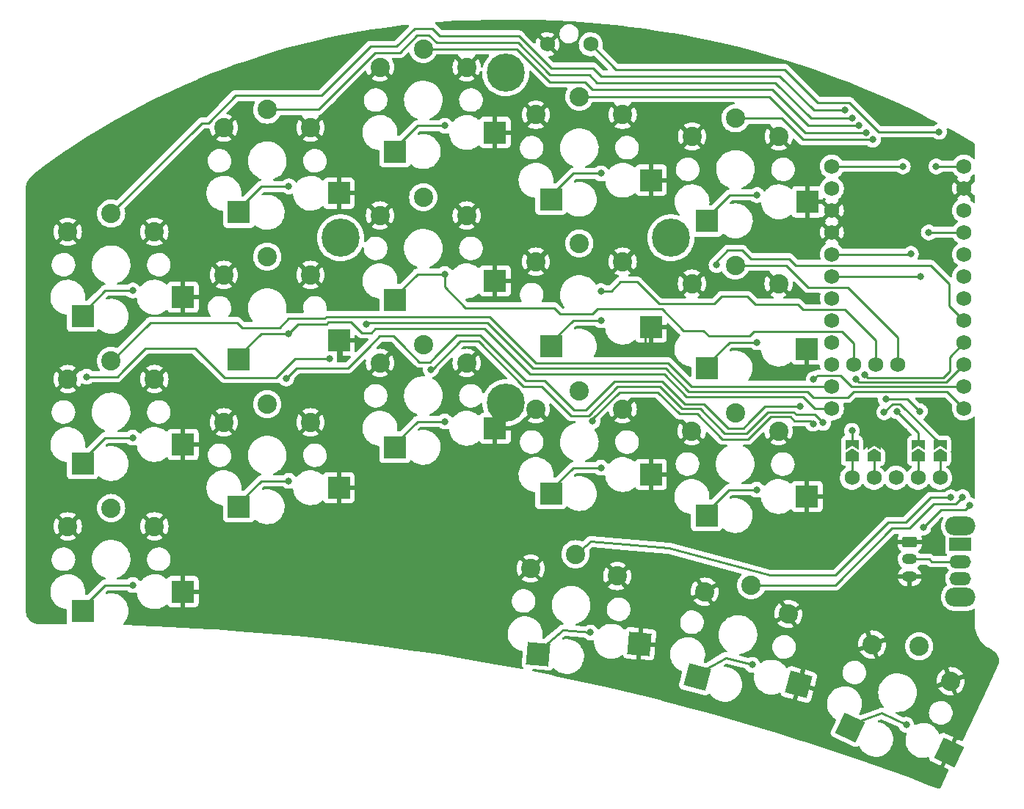
<source format=gbr>
%TF.GenerationSoftware,KiCad,Pcbnew,(6.0.8)*%
%TF.CreationDate,2022-12-01T16:35:38-08:00*%
%TF.ProjectId,half-swept,68616c66-2d73-4776-9570-742e6b696361,rev?*%
%TF.SameCoordinates,Original*%
%TF.FileFunction,Copper,L1,Top*%
%TF.FilePolarity,Positive*%
%FSLAX46Y46*%
G04 Gerber Fmt 4.6, Leading zero omitted, Abs format (unit mm)*
G04 Created by KiCad (PCBNEW (6.0.8)) date 2022-12-01 16:35:38*
%MOMM*%
%LPD*%
G01*
G04 APERTURE LIST*
G04 Aperture macros list*
%AMRoundRect*
0 Rectangle with rounded corners*
0 $1 Rounding radius*
0 $2 $3 $4 $5 $6 $7 $8 $9 X,Y pos of 4 corners*
0 Add a 4 corners polygon primitive as box body*
4,1,4,$2,$3,$4,$5,$6,$7,$8,$9,$2,$3,0*
0 Add four circle primitives for the rounded corners*
1,1,$1+$1,$2,$3*
1,1,$1+$1,$4,$5*
1,1,$1+$1,$6,$7*
1,1,$1+$1,$8,$9*
0 Add four rect primitives between the rounded corners*
20,1,$1+$1,$2,$3,$4,$5,0*
20,1,$1+$1,$4,$5,$6,$7,0*
20,1,$1+$1,$6,$7,$8,$9,0*
20,1,$1+$1,$8,$9,$2,$3,0*%
%AMRotRect*
0 Rectangle, with rotation*
0 The origin of the aperture is its center*
0 $1 length*
0 $2 width*
0 $3 Rotation angle, in degrees counterclockwise*
0 Add horizontal line*
21,1,$1,$2,0,0,$3*%
%AMFreePoly0*
4,1,6,1.000000,0.000000,0.500000,-0.750000,-0.500000,-0.750000,-0.500000,0.750000,0.500000,0.750000,1.000000,0.000000,1.000000,0.000000,$1*%
%AMFreePoly1*
4,1,6,0.500000,-0.750000,-0.650000,-0.750000,-0.150000,0.000000,-0.650000,0.750000,0.500000,0.750000,0.500000,-0.750000,0.500000,-0.750000,$1*%
G04 Aperture macros list end*
%TA.AperFunction,ComponentPad*%
%ADD10O,3.500000X2.200000*%
%TD*%
%TA.AperFunction,ComponentPad*%
%ADD11R,2.500000X1.500000*%
%TD*%
%TA.AperFunction,ComponentPad*%
%ADD12O,2.500000X1.500000*%
%TD*%
%TA.AperFunction,ComponentPad*%
%ADD13C,1.750000*%
%TD*%
%TA.AperFunction,SMDPad,CuDef*%
%ADD14R,2.600000X2.600000*%
%TD*%
%TA.AperFunction,ComponentPad*%
%ADD15C,2.232000*%
%TD*%
%TA.AperFunction,SMDPad,CuDef*%
%ADD16RotRect,2.600000X2.600000X155.000000*%
%TD*%
%TA.AperFunction,SMDPad,CuDef*%
%ADD17RotRect,2.600000X2.600000X165.000000*%
%TD*%
%TA.AperFunction,ComponentPad*%
%ADD18C,4.400000*%
%TD*%
%TA.AperFunction,ComponentPad*%
%ADD19C,1.752600*%
%TD*%
%TA.AperFunction,SMDPad,CuDef*%
%ADD20FreePoly0,90.000000*%
%TD*%
%TA.AperFunction,SMDPad,CuDef*%
%ADD21FreePoly1,90.000000*%
%TD*%
%TA.AperFunction,SMDPad,CuDef*%
%ADD22RotRect,2.600000X2.600000X175.000000*%
%TD*%
%TA.AperFunction,ComponentPad*%
%ADD23RoundRect,0.250000X-0.625000X0.350000X-0.625000X-0.350000X0.625000X-0.350000X0.625000X0.350000X0*%
%TD*%
%TA.AperFunction,ComponentPad*%
%ADD24O,1.750000X1.200000*%
%TD*%
%TA.AperFunction,ViaPad*%
%ADD25C,0.800000*%
%TD*%
%TA.AperFunction,Conductor*%
%ADD26C,0.250000*%
%TD*%
G04 APERTURE END LIST*
D10*
%TO.P,SW7,*%
%TO.N,*%
X120590000Y-71470000D03*
X120590000Y-79670000D03*
D11*
%TO.P,SW7,1,A*%
%TO.N,unconnected-(SW7-Pad1)*%
X120590000Y-73570000D03*
D12*
%TO.P,SW7,2,B*%
%TO.N,Net-(J1-Pad2)*%
X120590000Y-75570000D03*
%TO.P,SW7,3,C*%
%TO.N,raw*%
X120590000Y-77570000D03*
%TD*%
D13*
%TO.P,RSW1,1,1*%
%TO.N,gnd*%
X72951865Y-15867504D03*
%TO.P,RSW1,2,2*%
%TO.N,reset*%
X77951865Y-15867504D03*
%TD*%
D14*
%TO.P,SW2,1,1*%
%TO.N,Switch1*%
X19351865Y-47255002D03*
D15*
X22626865Y-35405002D03*
%TO.P,SW2,2,2*%
%TO.N,gnd*%
X17626865Y-37505002D03*
X27626865Y-37505002D03*
D14*
X30901865Y-45055002D03*
%TD*%
D15*
%TO.P,SW3,1,1*%
%TO.N,Switch2*%
X40626867Y-23405002D03*
D14*
X37351867Y-35255002D03*
D15*
%TO.P,SW3,2,2*%
%TO.N,gnd*%
X45626867Y-25505002D03*
X35626867Y-25505002D03*
D14*
X48901867Y-33055002D03*
%TD*%
%TO.P,SW4,1,1*%
%TO.N,Switch3*%
X55351864Y-28255002D03*
D15*
X58626864Y-16405002D03*
%TO.P,SW4,2,2*%
%TO.N,gnd*%
X53626864Y-18505002D03*
X63626864Y-18505002D03*
D14*
X66901864Y-26055002D03*
%TD*%
%TO.P,SW5,1,1*%
%TO.N,Switch4*%
X73351865Y-33755003D03*
D15*
X76626865Y-21905003D03*
%TO.P,SW5,2,2*%
%TO.N,gnd*%
X81626865Y-24005003D03*
D14*
X84901865Y-31555003D03*
D15*
X71626865Y-24005003D03*
%TD*%
D14*
%TO.P,SW6,1,1*%
%TO.N,Switch5*%
X91351863Y-36255002D03*
D15*
X94626863Y-24405002D03*
D14*
%TO.P,SW6,2,2*%
%TO.N,gnd*%
X102901863Y-34055002D03*
D15*
X99626863Y-26505002D03*
X89626863Y-26505002D03*
%TD*%
%TO.P,SW8,1,1*%
%TO.N,Switch6*%
X22626865Y-52405002D03*
D14*
X19351865Y-64255002D03*
D15*
%TO.P,SW8,2,2*%
%TO.N,gnd*%
X27626865Y-54505002D03*
D14*
X30901865Y-62055002D03*
D15*
X17626865Y-54505002D03*
%TD*%
D14*
%TO.P,SW9,1,1*%
%TO.N,Switch7*%
X37351867Y-52229002D03*
D15*
X40626867Y-40379002D03*
%TO.P,SW9,2,2*%
%TO.N,gnd*%
X45626867Y-42479002D03*
X35626867Y-42479002D03*
D14*
X48901867Y-50029002D03*
%TD*%
D15*
%TO.P,SW10,1,1*%
%TO.N,Switch8*%
X58626866Y-33521002D03*
D14*
X55351866Y-45371002D03*
D15*
%TO.P,SW10,2,2*%
%TO.N,gnd*%
X53626866Y-35621002D03*
D14*
X66901866Y-43171002D03*
D15*
X63626866Y-35621002D03*
%TD*%
%TO.P,SW11,1,1*%
%TO.N,Switch9*%
X76626867Y-38855005D03*
D14*
X73351867Y-50705005D03*
%TO.P,SW11,2,2*%
%TO.N,gnd*%
X84901867Y-48505005D03*
D15*
X71626867Y-40955005D03*
X81626867Y-40955005D03*
%TD*%
D14*
%TO.P,SW12,1,1*%
%TO.N,Switch10*%
X91331865Y-53245002D03*
D15*
X94606865Y-41395002D03*
D14*
%TO.P,SW12,2,2*%
%TO.N,gnd*%
X102881865Y-51045002D03*
D15*
X89606865Y-43495002D03*
X99606865Y-43495002D03*
%TD*%
D14*
%TO.P,SW14,1,1*%
%TO.N,Switch11*%
X19351865Y-81254999D03*
D15*
X22626865Y-69404999D03*
D14*
%TO.P,SW14,2,2*%
%TO.N,gnd*%
X30901865Y-79054999D03*
D15*
X27626865Y-71504999D03*
X17626865Y-71504999D03*
%TD*%
D14*
%TO.P,SW15,1,1*%
%TO.N,Switch12*%
X37351864Y-69247001D03*
D15*
X40626864Y-57397001D03*
%TO.P,SW15,2,2*%
%TO.N,gnd*%
X35626864Y-59497001D03*
X45626864Y-59497001D03*
D14*
X48901864Y-67047001D03*
%TD*%
%TO.P,SW16,1,1*%
%TO.N,Switch13*%
X55351863Y-62389003D03*
D15*
X58626863Y-50539003D03*
%TO.P,SW16,2,2*%
%TO.N,gnd*%
X63626863Y-52639003D03*
D14*
X66901863Y-60189003D03*
D15*
X53626863Y-52639003D03*
%TD*%
%TO.P,SW17,1,1*%
%TO.N,Switch14*%
X76626865Y-55873005D03*
D14*
X73351865Y-67723005D03*
D15*
%TO.P,SW17,2,2*%
%TO.N,gnd*%
X71626865Y-57973005D03*
X81626865Y-57973005D03*
D14*
X84901865Y-65523005D03*
%TD*%
%TO.P,SW18,1,1*%
%TO.N,Switch15*%
X91325519Y-70263002D03*
D15*
X94600519Y-58413002D03*
%TO.P,SW18,2,2*%
%TO.N,gnd*%
X99600519Y-60513002D03*
X89600519Y-60513002D03*
D14*
X102875519Y-68063002D03*
%TD*%
D15*
%TO.P,SW20,1,1*%
%TO.N,Switch16*%
X115820315Y-85357784D03*
D16*
X107844130Y-94713457D03*
D15*
%TO.P,SW20,2,2*%
%TO.N,gnd*%
X119464355Y-89374122D03*
X110401277Y-85147939D03*
D16*
X119241745Y-97600820D03*
%TD*%
D15*
%TO.P,SW21,1,1*%
%TO.N,Switch17*%
X96453895Y-78306041D03*
D17*
X90223483Y-88904629D03*
D15*
%TO.P,SW21,2,2*%
%TO.N,gnd*%
X91080746Y-79040390D03*
D17*
X101949328Y-89768952D03*
D15*
X100740005Y-81628580D03*
%TD*%
D18*
%TO.P,REF\u002A\u002A,1*%
%TO.N,N/C*%
X49076866Y-38205003D03*
X68126866Y-57255003D03*
X68126866Y-19155003D03*
X87176866Y-38205003D03*
%TD*%
D19*
%TO.P,U1,1,TX0/P0.06*%
%TO.N,nv_cs*%
X105756864Y-29971752D03*
%TO.P,U1,2,RX1/P0.08*%
%TO.N,Switch1*%
X105756864Y-32511752D03*
%TO.P,U1,3,GND*%
%TO.N,gnd*%
X105756864Y-35051752D03*
%TO.P,U1,4,GND*%
X105756864Y-37591752D03*
%TO.P,U1,5,P0.17*%
%TO.N,mosi*%
X105756864Y-40131752D03*
%TO.P,U1,6,P0.20*%
%TO.N,sck*%
X105756864Y-42671752D03*
%TO.P,U1,7,P0.22*%
%TO.N,Switch2*%
X105756864Y-45211752D03*
%TO.P,U1,8,P0.24*%
%TO.N,Switch3*%
X105756864Y-47751752D03*
%TO.P,U1,9,P1.00*%
%TO.N,Switch4*%
X105756864Y-50291752D03*
%TO.P,U1,10,P0.11*%
%TO.N,Switch5*%
X105756864Y-52831752D03*
%TO.P,U1,11,P1.04*%
%TO.N,Switch6*%
X105756864Y-55371752D03*
%TO.P,U1,12,P1.06*%
%TO.N,Switch7*%
X105756864Y-57911752D03*
%TO.P,U1,13,NFC1/P0.09*%
%TO.N,Switch11*%
X120996864Y-57911752D03*
%TO.P,U1,14,NFC2/P0.10*%
%TO.N,Switch12*%
X120996864Y-55371752D03*
%TO.P,U1,15,P1.11*%
%TO.N,Switch13*%
X120996864Y-52831752D03*
%TO.P,U1,16,P1.13*%
%TO.N,Switch14*%
X120996864Y-50291752D03*
%TO.P,U1,17,P1.15*%
%TO.N,Switch15*%
X120996864Y-47751752D03*
%TO.P,U1,18,AIN0/P0.02*%
%TO.N,Switch16*%
X120996864Y-45211752D03*
%TO.P,U1,19,AIN5/P0.29*%
%TO.N,Switch17*%
X120996864Y-42671752D03*
%TO.P,U1,20,AIN7/P0.31*%
%TO.N,Switch18*%
X120996864Y-40131752D03*
%TO.P,U1,21,VCC*%
%TO.N,vcc*%
X120996864Y-37591752D03*
%TO.P,U1,22,RST*%
%TO.N,reset*%
X120996864Y-35051752D03*
%TO.P,U1,23,GND*%
%TO.N,gnd*%
X120996864Y-32511752D03*
%TO.P,U1,24,BATIN/P0.04*%
%TO.N,raw*%
X120996864Y-29971752D03*
%TO.P,U1,31,P1.01*%
%TO.N,Switch8*%
X108296864Y-52831752D03*
%TO.P,U1,32,P1.02*%
%TO.N,Switch9*%
X110836864Y-52831752D03*
%TO.P,U1,33,P1.07*%
%TO.N,Switch10*%
X113376864Y-52831752D03*
%TD*%
D20*
%TO.P,JP7,1,A*%
%TO.N,Net-(Display1-Pad4)*%
X115710000Y-63510000D03*
D21*
%TO.P,JP7,2,B*%
%TO.N,sck*%
X115710000Y-62060000D03*
%TD*%
D20*
%TO.P,JP6,1,A*%
%TO.N,Net-(Display1-Pad2)*%
X110620000Y-63515000D03*
D21*
%TO.P,JP6,2,B*%
%TO.N,gnd*%
X110620000Y-62065000D03*
%TD*%
D15*
%TO.P,SW1,1,1*%
%TO.N,Switch18*%
X76191083Y-74727451D03*
D22*
X71895750Y-86246923D03*
D15*
%TO.P,SW1,2,2*%
%TO.N,gnd*%
X80989029Y-77255239D03*
X71027082Y-76383681D03*
D22*
X83593541Y-85061944D03*
%TD*%
D23*
%TO.P,J1,1,Pin_1*%
%TO.N,gnd*%
X114733066Y-73312291D03*
D24*
%TO.P,J1,2,Pin_2*%
%TO.N,Net-(J1-Pad2)*%
X114733066Y-75312291D03*
%TO.P,J1,3,Pin_3*%
%TO.N,gnd*%
X114733066Y-77312291D03*
%TD*%
D20*
%TO.P,JP5,1,A*%
%TO.N,Net-(Display1-Pad1)*%
X108070000Y-63515000D03*
D21*
%TO.P,JP5,2,B*%
%TO.N,nv_cs*%
X108070000Y-62065000D03*
%TD*%
D20*
%TO.P,JP8,1,A*%
%TO.N,Net-(Display1-Pad5)*%
X118230000Y-63515000D03*
D21*
%TO.P,JP8,2,B*%
%TO.N,mosi*%
X118230000Y-62065000D03*
%TD*%
D19*
%TO.P,Display1,1,MOSI*%
%TO.N,Net-(Display1-Pad1)*%
X108073066Y-65902292D03*
%TO.P,Display1,2,SCK*%
%TO.N,Net-(Display1-Pad2)*%
X110613066Y-65902292D03*
%TO.P,Display1,3,VCC*%
%TO.N,vcc*%
X113153066Y-65902292D03*
%TO.P,Display1,4,GND*%
%TO.N,Net-(Display1-Pad4)*%
X115693066Y-65902292D03*
%TO.P,Display1,5,CS*%
%TO.N,Net-(Display1-Pad5)*%
X118233066Y-65902292D03*
%TD*%
D25*
%TO.N,Switch16*%
X121680000Y-69090000D03*
%TO.N,Switch17*%
X120840000Y-68160000D03*
%TO.N,Switch18*%
X119480000Y-68170000D03*
%TO.N,gnd*%
X49140000Y-52160000D03*
X114090000Y-60510000D03*
X102180000Y-53380000D03*
X84210000Y-50670000D03*
%TO.N,vcc*%
X116931752Y-37591752D03*
%TO.N,Switch18*%
X77896934Y-83763396D03*
%TO.N,reset*%
X118113067Y-25972291D03*
%TO.N,Switch1*%
X107252928Y-23482060D03*
X25119267Y-44279580D03*
%TO.N,Switch2*%
X43119268Y-32269579D03*
X108092929Y-24362060D03*
%TO.N,Switch3*%
X61123066Y-25272293D03*
X108882928Y-25202061D03*
%TO.N,Switch4*%
X79118278Y-30768056D03*
X109692929Y-26042060D03*
%TO.N,Switch5*%
X97118416Y-33268709D03*
X110482928Y-26882060D03*
%TO.N,Switch6*%
X25119269Y-61269580D03*
%TO.N,Switch7*%
X43118851Y-49238570D03*
%TO.N,Switch8*%
X61119268Y-42389580D03*
%TO.N,Switch9*%
X79119254Y-44365734D03*
X79119254Y-47719574D03*
%TO.N,Switch10*%
X97097529Y-50258044D03*
%TO.N,Switch11*%
X25119268Y-78279582D03*
X19802928Y-54232060D03*
X52072928Y-48172060D03*
X47782928Y-52162061D03*
%TO.N,Switch12*%
X42812929Y-54442060D03*
X102132928Y-57672060D03*
X43119083Y-66269403D03*
X103652928Y-54532061D03*
%TO.N,Switch13*%
X104752929Y-59552061D03*
X59504796Y-53390193D03*
X61120574Y-59405974D03*
X108542928Y-54532060D03*
%TO.N,Switch14*%
X79119267Y-64739580D03*
X109582929Y-54052061D03*
X103582928Y-59662060D03*
X78152338Y-59372650D03*
%TO.N,Switch15*%
X97088438Y-67279342D03*
X92452928Y-41342061D03*
%TO.N,Switch16*%
X116302928Y-71642061D03*
X114337915Y-94423725D03*
%TO.N,Switch17*%
X96569190Y-87493502D03*
%TO.N,raw*%
X117790000Y-29970000D03*
%TO.N,mosi*%
X114870000Y-40050000D03*
X111780000Y-58330000D03*
%TO.N,sck*%
X113250000Y-58220000D03*
X116010000Y-42660000D03*
%TO.N,nv_cs*%
X108070000Y-60480000D03*
X113940000Y-29970000D03*
X115890000Y-58220000D03*
X111980000Y-56830000D03*
%TD*%
D26*
%TO.N,Net-(J1-Pad2)*%
X120590000Y-75570000D02*
X117230000Y-75570000D01*
%TO.N,Switch16*%
X121170000Y-69600000D02*
X118344989Y-69600000D01*
X118344989Y-69600000D02*
X117582929Y-70362060D01*
X121680000Y-69090000D02*
X121170000Y-69600000D01*
%TO.N,Switch17*%
X106138948Y-78306040D02*
X96453895Y-78306040D01*
X112692929Y-71752060D02*
X106138948Y-78306040D01*
X117524988Y-68960000D02*
X114732928Y-71752061D01*
X114732928Y-71752061D02*
X112692929Y-71752060D01*
X120040000Y-68960000D02*
X117524988Y-68960000D01*
X120840000Y-68160000D02*
X120040000Y-68960000D01*
%TO.N,Switch18*%
X77331842Y-73770240D02*
X76191083Y-74727451D01*
X77953302Y-73256924D02*
X77340638Y-73771010D01*
X86918776Y-74041301D02*
X77953302Y-73256924D01*
X98602928Y-77172060D02*
X86918776Y-74041301D01*
X106162929Y-77172061D02*
X98602928Y-77172060D01*
X112272928Y-71062061D02*
X106162929Y-77172061D01*
X77340638Y-73771010D02*
X77331842Y-73770240D01*
X117154989Y-68170000D02*
X114262928Y-71062060D01*
X119480000Y-68170000D02*
X117154989Y-68170000D01*
X114262928Y-71062060D02*
X112272928Y-71062061D01*
%TO.N,Net-(J1-Pad2)*%
X116972291Y-75312291D02*
X114733066Y-75312291D01*
X117230000Y-75570000D02*
X116972291Y-75312291D01*
%TO.N,gnd*%
X114090000Y-60510000D02*
X112175000Y-60510000D01*
X112175000Y-60510000D02*
X110620000Y-62065000D01*
X102881865Y-52678135D02*
X102881865Y-51045002D01*
X84210000Y-50670000D02*
X84210000Y-49196872D01*
X49140000Y-52160000D02*
X49140000Y-50267135D01*
X102180000Y-53380000D02*
X102881865Y-52678135D01*
X84210000Y-49196872D02*
X84901867Y-48505005D01*
X49140000Y-50267135D02*
X48901867Y-50029002D01*
%TO.N,vcc*%
X116931752Y-37591752D02*
X120996864Y-37591752D01*
%TO.N,Switch18*%
X71887733Y-86231764D02*
X71920983Y-85851706D01*
X71920983Y-85851706D02*
X74738996Y-83487112D01*
X74738996Y-83487112D02*
X77896934Y-83763396D01*
%TO.N,reset*%
X77951864Y-15867505D02*
X80846420Y-18762060D01*
X118113067Y-25972291D02*
X111173159Y-25972291D01*
X104122928Y-22592060D02*
X100292929Y-18762060D01*
X111173159Y-25972291D02*
X107792928Y-22592060D01*
X107792928Y-22592060D02*
X104122928Y-22592060D01*
X80846420Y-18762060D02*
X100292929Y-18762060D01*
%TO.N,Switch1*%
X59642928Y-14022060D02*
X57642929Y-14022060D01*
X78222929Y-18602060D02*
X73352929Y-18602060D01*
X79172928Y-19552061D02*
X78222929Y-18602060D01*
X69642928Y-14892060D02*
X60512927Y-14892060D01*
X57642929Y-14022060D02*
X55562929Y-16102060D01*
X21949267Y-44279580D02*
X25119267Y-44279580D01*
X73352929Y-18602060D02*
X69642928Y-14892060D01*
X99762929Y-19552061D02*
X79172928Y-19552061D01*
X60512927Y-14892060D02*
X59642928Y-14022060D01*
X52552928Y-16102061D02*
X46852928Y-21802060D01*
X103692929Y-23482059D02*
X99762929Y-19552061D01*
X107252928Y-23482060D02*
X103692929Y-23482059D01*
X55562929Y-16102060D02*
X52552928Y-16102061D01*
X33069808Y-24962060D02*
X22626866Y-35405002D01*
X33812929Y-24962060D02*
X33069808Y-24962060D01*
X46852928Y-21802060D02*
X36972928Y-21802060D01*
X19348066Y-47262291D02*
X19348067Y-46880784D01*
X19348067Y-46880784D02*
X21949267Y-44279580D01*
X36972928Y-21802060D02*
X33812929Y-24962060D01*
%TO.N,Switch2*%
X55952928Y-16812060D02*
X53102929Y-16812060D01*
X77762928Y-19382060D02*
X73252929Y-19382060D01*
X53102929Y-16812060D02*
X46509986Y-23405001D01*
X59282928Y-14832061D02*
X57932929Y-14832060D01*
X57932929Y-14832060D02*
X55952928Y-16812060D01*
X37348067Y-35252291D02*
X37348067Y-34870783D01*
X37348067Y-34870783D02*
X39949267Y-32269579D01*
X103322928Y-24362060D02*
X99242928Y-20282059D01*
X69562928Y-15692060D02*
X60142928Y-15692059D01*
X73252929Y-19382060D02*
X69562928Y-15692060D01*
X99242928Y-20282059D02*
X78662928Y-20282060D01*
X78662928Y-20282060D02*
X77762928Y-19382060D01*
X46509986Y-23405001D02*
X40626867Y-23405003D01*
X108092929Y-24362060D02*
X103322928Y-24362060D01*
X60142928Y-15692059D02*
X59282928Y-14832061D01*
X39949267Y-32269579D02*
X43119268Y-32269579D01*
%TO.N,Switch3*%
X102982929Y-25202060D02*
X98862929Y-21082060D01*
X77272928Y-20222060D02*
X73252928Y-20222060D01*
X55351864Y-28255002D02*
X55351864Y-27873493D01*
X108882928Y-25202061D02*
X102982929Y-25202060D01*
X69435870Y-16405002D02*
X58626865Y-16405003D01*
X57953067Y-25272291D02*
X61123066Y-25272293D01*
X55351864Y-27873493D02*
X57953067Y-25272291D01*
X73252928Y-20222060D02*
X69435870Y-16405002D01*
X78132928Y-21082060D02*
X77272928Y-20222060D01*
X98862929Y-21082060D02*
X78132928Y-21082060D01*
%TO.N,Switch4*%
X98525871Y-21905003D02*
X76626865Y-21905003D01*
X75948278Y-30768057D02*
X79118278Y-30768056D01*
X73347077Y-33369259D02*
X75948278Y-30768057D01*
X102662928Y-26042061D02*
X98525871Y-21905003D01*
X73347077Y-33750770D02*
X73347077Y-33369259D01*
X109692929Y-26042060D02*
X102662928Y-26042061D01*
%TO.N,Switch5*%
X91347215Y-36251420D02*
X91347215Y-35869911D01*
X99965870Y-24405002D02*
X94626864Y-24405002D01*
X102442928Y-26882061D02*
X99965870Y-24405002D01*
X110482928Y-26882060D02*
X102442928Y-26882061D01*
X93948416Y-33268708D02*
X97118416Y-33268709D01*
X91347215Y-35869911D02*
X93948416Y-33268708D01*
%TO.N,Switch6*%
X42032928Y-48562060D02*
X37722928Y-48562060D01*
X37152929Y-47992060D02*
X27122928Y-47992061D01*
X19348066Y-63870783D02*
X21949268Y-61269580D01*
X37722928Y-48562060D02*
X37152929Y-47992060D01*
X105756865Y-55371752D02*
X89582621Y-55371752D01*
X71642929Y-52652061D02*
X66302928Y-47312060D01*
X19348066Y-64252291D02*
X19348066Y-63870783D01*
X86862928Y-52652060D02*
X71642929Y-52652061D01*
X47270566Y-47504423D02*
X45445291Y-47504424D01*
X66302928Y-47312060D02*
X47462928Y-47312060D01*
X22709986Y-52405002D02*
X22626865Y-52405002D01*
X45442928Y-47502060D02*
X43092928Y-47502061D01*
X21949268Y-61269580D02*
X25119269Y-61269580D01*
X45445291Y-47504424D02*
X45442928Y-47502060D01*
X43092928Y-47502061D02*
X42032928Y-48562060D01*
X89582621Y-55371752D02*
X86862928Y-52652060D01*
X47462928Y-47312060D02*
X47270566Y-47504423D01*
X27122928Y-47992061D02*
X22709986Y-52405002D01*
%TO.N,Switch7*%
X44215362Y-48142060D02*
X43118851Y-49238570D01*
X53102928Y-48692060D02*
X52622929Y-49172060D01*
X37347650Y-51839773D02*
X39948851Y-49238571D01*
X47692929Y-47932060D02*
X47482928Y-48142061D01*
X50302929Y-47932060D02*
X47692929Y-47932060D01*
X103772620Y-57911752D02*
X102422928Y-56562060D01*
X51542929Y-49172061D02*
X50302929Y-47932060D01*
X39948851Y-49238571D02*
X43118851Y-49238570D01*
X47482928Y-48142061D02*
X44215362Y-48142060D01*
X52622929Y-49172060D02*
X51542929Y-49172061D01*
X102422928Y-56562060D02*
X89002929Y-56562060D01*
X86392928Y-53952061D02*
X70942928Y-53952060D01*
X65682929Y-48692060D02*
X53102928Y-48692060D01*
X89002929Y-56562060D02*
X86392928Y-53952061D01*
X70942928Y-53952060D02*
X65682929Y-48692060D01*
X37347651Y-52221282D02*
X37347650Y-51839773D01*
X105756864Y-57911752D02*
X103772620Y-57911752D01*
%TO.N,Switch8*%
X74412928Y-47002060D02*
X73692929Y-46282060D01*
X96232928Y-49562060D02*
X91612929Y-49562060D01*
X108296864Y-52831751D02*
X108296864Y-50405997D01*
X88652929Y-48902060D02*
X86142929Y-46392060D01*
X91612929Y-49562060D02*
X90952928Y-48902060D01*
X90952928Y-48902060D02*
X88652929Y-48902060D01*
X78152929Y-47002060D02*
X74412928Y-47002060D01*
X73692929Y-46282060D02*
X63512929Y-46282060D01*
X63512929Y-46282060D02*
X61119267Y-43888399D01*
X55348066Y-44990782D02*
X57949268Y-42389580D01*
X108296864Y-50405997D02*
X106902929Y-49012060D01*
X55348065Y-45372292D02*
X55348066Y-44990782D01*
X61119267Y-43888399D02*
X61119268Y-42389580D01*
X78762928Y-46392060D02*
X78152929Y-47002060D01*
X106902929Y-49012060D02*
X96782929Y-49012060D01*
X57949268Y-42389580D02*
X61119268Y-42389580D01*
X96782929Y-49012060D02*
X96232928Y-49562060D01*
X86142929Y-46392060D02*
X78762928Y-46392060D01*
%TO.N,Switch9*%
X96012928Y-44982060D02*
X93052929Y-44982060D01*
X93052929Y-44982060D02*
X92212928Y-45822060D01*
X83272928Y-43292060D02*
X81382928Y-43292061D01*
X80309255Y-44365734D02*
X79119254Y-44365734D01*
X101832929Y-45872060D02*
X96902927Y-45872061D01*
X73348052Y-50702283D02*
X73348052Y-50320775D01*
X96902927Y-45872061D02*
X96012928Y-44982060D01*
X102452928Y-46492060D02*
X101832929Y-45872060D01*
X81382928Y-43292061D02*
X80309255Y-44365734D01*
X75949253Y-47719573D02*
X79119254Y-47719574D01*
X110836864Y-52831752D02*
X110836864Y-50035996D01*
X92212928Y-45822060D02*
X85802928Y-45822061D01*
X107292928Y-46492060D02*
X102452928Y-46492060D01*
X73348052Y-50320775D02*
X75949253Y-47719573D01*
X110836864Y-50035996D02*
X107292928Y-46492060D01*
X85802928Y-45822061D02*
X83272928Y-43292060D01*
%TO.N,Switch10*%
X107612928Y-43932060D02*
X103002928Y-43932060D01*
X113376864Y-52831752D02*
X113376864Y-49695996D01*
X91326329Y-52859245D02*
X93927530Y-50258046D01*
X91326329Y-53240755D02*
X91326329Y-52859245D01*
X113376864Y-49695996D02*
X107612928Y-43932060D01*
X103002928Y-43932060D02*
X100465870Y-41395003D01*
X100465870Y-41395003D02*
X94606866Y-41395003D01*
X93927530Y-50258046D02*
X97097529Y-50258044D01*
%TO.N,Switch11*%
X108260000Y-55980000D02*
X119065111Y-55980000D01*
X52072928Y-48172060D02*
X52242928Y-48002059D01*
X43852929Y-52162061D02*
X42492929Y-53522060D01*
X19348066Y-80880782D02*
X21949269Y-78279580D01*
X103602928Y-56642060D02*
X107597940Y-56642060D01*
X107597940Y-56642060D02*
X108260000Y-55980000D01*
X42492929Y-53522060D02*
X41682928Y-54332060D01*
X32332929Y-50972060D02*
X28142929Y-50972060D01*
X86592928Y-53292060D02*
X89262929Y-55962060D01*
X52242928Y-48002059D02*
X54292928Y-48002060D01*
X23312928Y-54232060D02*
X19802928Y-54232060D01*
X54292928Y-48002060D02*
X65982928Y-48002060D01*
X28142929Y-50972060D02*
X26572928Y-50972060D01*
X119065111Y-55980000D02*
X120996864Y-57911752D01*
X34612928Y-53252060D02*
X32332929Y-50972060D01*
X102922928Y-55962061D02*
X103602928Y-56642060D01*
X41682928Y-54332060D02*
X38072928Y-54332060D01*
X65982928Y-48002060D02*
X71272929Y-53292060D01*
X71272929Y-53292060D02*
X86592928Y-53292060D01*
X38072928Y-54332060D02*
X35692928Y-54332060D01*
X26572928Y-50972060D02*
X24042929Y-53502060D01*
X47782928Y-52162061D02*
X43852929Y-52162061D01*
X35692928Y-54332060D02*
X34612928Y-53252060D01*
X24042929Y-53502060D02*
X23312928Y-54232060D01*
X19348065Y-81262290D02*
X19348066Y-80880782D01*
X89262929Y-55962060D02*
X102922928Y-55962061D01*
X21949269Y-78279580D02*
X25119268Y-78279582D01*
%TO.N,Switch12*%
X92452928Y-58872059D02*
X90962928Y-57382060D01*
X37347883Y-69252115D02*
X37347882Y-68870606D01*
X102132928Y-57672060D02*
X98052929Y-57672060D01*
X107422928Y-54742061D02*
X106782928Y-54102060D01*
X44022929Y-53232060D02*
X42812929Y-54442060D01*
X88772929Y-57382060D02*
X88202929Y-56812060D01*
X58182928Y-52542060D02*
X56272929Y-50632061D01*
X47492928Y-53232060D02*
X44022929Y-53232060D01*
X70452928Y-54712060D02*
X68742929Y-53002060D01*
X106782928Y-54102060D02*
X105792929Y-54102060D01*
X80692928Y-54762060D02*
X78612929Y-56842060D01*
X73212928Y-55282060D02*
X72642928Y-54712060D01*
X96162928Y-59562060D02*
X95532929Y-60192060D01*
X62492928Y-49432060D02*
X60022929Y-51902061D01*
X77392929Y-58062060D02*
X76582928Y-58062061D01*
X98052929Y-57672060D02*
X96162928Y-59562060D01*
X72642928Y-54712060D02*
X71102928Y-54712059D01*
X93942929Y-60192061D02*
X93772929Y-60192060D01*
X60022929Y-51902061D02*
X59382928Y-52542060D01*
X49942928Y-53232060D02*
X47492928Y-53232060D01*
X120996865Y-55371752D02*
X108052621Y-55371753D01*
X62582929Y-49432059D02*
X62492928Y-49432060D01*
X105792929Y-54102060D02*
X104082928Y-54102060D01*
X86152928Y-54762060D02*
X83272929Y-54762060D01*
X95532929Y-60192060D02*
X93942929Y-60192061D01*
X104082928Y-54102060D02*
X103652928Y-54532061D01*
X78612929Y-56842060D02*
X77392929Y-58062060D01*
X58222928Y-52542061D02*
X58182928Y-52542060D01*
X65172929Y-49432060D02*
X62582929Y-49432059D01*
X108052621Y-55371753D02*
X107422928Y-54742061D01*
X75992928Y-58062061D02*
X73212928Y-55282060D01*
X68742929Y-53002060D02*
X65172929Y-49432060D01*
X83272929Y-54762060D02*
X80692928Y-54762060D01*
X59382928Y-52542060D02*
X58222928Y-52542061D01*
X56272929Y-50632061D02*
X55212928Y-49572059D01*
X53602929Y-49572061D02*
X52402928Y-50772060D01*
X37347882Y-68870606D02*
X39949084Y-66269403D01*
X90962928Y-57382060D02*
X89692928Y-57382060D01*
X52402928Y-50772060D02*
X49942928Y-53232060D01*
X55212928Y-49572059D02*
X54272928Y-49572060D01*
X76582928Y-58062061D02*
X75992928Y-58062061D01*
X54272928Y-49572060D02*
X53602929Y-49572061D01*
X39949084Y-66269403D02*
X43119083Y-66269403D01*
X89692928Y-57382060D02*
X88772929Y-57382060D01*
X88202929Y-56812060D02*
X86152928Y-54762060D01*
X71102928Y-54712059D02*
X70452928Y-54712060D01*
X93772929Y-60192060D02*
X92452928Y-58872059D01*
%TO.N,Switch13*%
X104752929Y-59552061D02*
X103802929Y-58602060D01*
X85902928Y-55382060D02*
X81022928Y-55382060D01*
X103802929Y-58602060D02*
X101672928Y-58602060D01*
X72302929Y-55352061D02*
X70202929Y-55352060D01*
X95922928Y-60762060D02*
X93402929Y-60762061D01*
X62902928Y-50122060D02*
X59634796Y-53390193D01*
X55349372Y-62388683D02*
X55349371Y-62007174D01*
X75672929Y-58722060D02*
X72302929Y-55352061D01*
X55349371Y-62007174D02*
X57950574Y-59405972D01*
X70202929Y-55352060D02*
X64972928Y-50122060D01*
X88472928Y-57952060D02*
X85902928Y-55382060D01*
X77682928Y-58722060D02*
X75672929Y-58722060D01*
X108902928Y-54892060D02*
X108542928Y-54532060D01*
X120996864Y-52831752D02*
X118936556Y-54892060D01*
X93402929Y-60762061D02*
X90592928Y-57952060D01*
X90592928Y-57952060D02*
X88472928Y-57952060D01*
X101372927Y-58302061D02*
X98382928Y-58302060D01*
X98382928Y-58302060D02*
X95922928Y-60762060D01*
X101672928Y-58602060D02*
X101372927Y-58302061D01*
X59634796Y-53390193D02*
X59504796Y-53390193D01*
X64972928Y-50122060D02*
X62902928Y-50122060D01*
X118936556Y-54892060D02*
X108902928Y-54892060D01*
X81022928Y-55382060D02*
X77682928Y-58722060D01*
X57950574Y-59405972D02*
X61120574Y-59405974D01*
%TO.N,Switch14*%
X119332928Y-53612061D02*
X119002929Y-53942060D01*
X118622929Y-54322060D02*
X112362928Y-54322060D01*
X119002929Y-53942060D02*
X118622929Y-54322060D01*
X119332928Y-52332060D02*
X119332928Y-53612061D01*
X75949268Y-64739580D02*
X79119267Y-64739580D01*
X90212928Y-58522060D02*
X88182928Y-58522061D01*
X96122928Y-61442061D02*
X93132928Y-61442060D01*
X103242928Y-59322059D02*
X101432928Y-59322060D01*
X101432928Y-59322060D02*
X100962927Y-58852061D01*
X100962927Y-58852061D02*
X98712928Y-58852060D01*
X81222928Y-56012059D02*
X78152338Y-59082650D01*
X85672928Y-56012060D02*
X81222928Y-56012059D01*
X88182928Y-58522061D02*
X85672928Y-56012060D01*
X109852929Y-54322060D02*
X109582929Y-54052061D01*
X112362928Y-54322060D02*
X109852929Y-54322060D01*
X93132928Y-61442060D02*
X90212928Y-58522060D01*
X78152338Y-59082650D02*
X78152338Y-59372650D01*
X73348067Y-67722291D02*
X73348066Y-67340783D01*
X103582928Y-59662060D02*
X103242928Y-59322059D01*
X98712928Y-58852060D02*
X96122928Y-61442061D01*
X120996865Y-50291752D02*
X119332928Y-51955688D01*
X119332928Y-51955688D02*
X119332928Y-52332060D01*
X73348066Y-67340783D02*
X75949268Y-64739580D01*
%TO.N,Switch15*%
X93742928Y-39662061D02*
X95442928Y-39662060D01*
X119290000Y-46044888D02*
X120996864Y-47751752D01*
X91317234Y-69880545D02*
X93918438Y-67279342D01*
X91317234Y-70262053D02*
X91317234Y-69880545D01*
X92452928Y-41342061D02*
X92452929Y-40952060D01*
X101622929Y-41402060D02*
X117162060Y-41402060D01*
X95442928Y-39662060D02*
X96402928Y-40622060D01*
X93918438Y-67279342D02*
X97088438Y-67279342D01*
X100842928Y-40622060D02*
X101622929Y-41402060D01*
X96402928Y-40622060D02*
X100842928Y-40622060D01*
X92452929Y-40952060D02*
X93742928Y-39662061D01*
X119290000Y-43530000D02*
X119290000Y-46044888D01*
X117162060Y-41402060D02*
X119290000Y-43530000D01*
%TO.N,Switch16*%
X108008114Y-94342199D02*
X111464920Y-93084025D01*
X111464920Y-93084025D02*
X114337915Y-94423725D01*
X107846882Y-94687963D02*
X108008114Y-94342199D01*
X117582929Y-70362060D02*
X116302928Y-71642061D01*
%TO.N,Switch17*%
X93507204Y-86673043D02*
X96569190Y-87493502D01*
X90321395Y-88512371D02*
X93507204Y-86673043D01*
X90222652Y-88880880D02*
X90321395Y-88512371D01*
%TO.N,raw*%
X120996864Y-29971752D02*
X117791752Y-29971752D01*
X117791752Y-29971752D02*
X117790000Y-29970000D01*
%TO.N,mosi*%
X114870000Y-40050000D02*
X114788248Y-40131752D01*
X118230000Y-61970000D02*
X113630000Y-57370000D01*
X112740000Y-57370000D02*
X111780000Y-58330000D01*
X114788248Y-40131752D02*
X105756864Y-40131752D01*
X113630000Y-57370000D02*
X112740000Y-57370000D01*
X118230000Y-62065000D02*
X118230000Y-61970000D01*
%TO.N,sck*%
X116010000Y-42660000D02*
X115998248Y-42671752D01*
X115710000Y-61140000D02*
X115710000Y-60680000D01*
X115998248Y-42671752D02*
X105756864Y-42671752D01*
X115710000Y-60680000D02*
X113250000Y-58220000D01*
X115710000Y-62060000D02*
X115710000Y-61140000D01*
%TO.N,nv_cs*%
X113940000Y-29970000D02*
X113938248Y-29971752D01*
X114470000Y-56800000D02*
X112010000Y-56800000D01*
X108070000Y-62065000D02*
X108070000Y-60480000D01*
X115890000Y-58220000D02*
X114470000Y-56800000D01*
X112010000Y-56800000D02*
X111980000Y-56830000D01*
X113938248Y-29971752D02*
X105756864Y-29971752D01*
%TO.N,Net-(Display1-Pad1)*%
X108073066Y-63518066D02*
X108070000Y-63515000D01*
X108073066Y-65902292D02*
X108073066Y-63518066D01*
%TO.N,Net-(Display1-Pad2)*%
X110613066Y-63521934D02*
X110620000Y-63515000D01*
X110613066Y-65902292D02*
X110613066Y-63521934D01*
%TO.N,Net-(Display1-Pad4)*%
X115693066Y-63531934D02*
X115710000Y-63515000D01*
X115693066Y-65902292D02*
X115693066Y-63531934D01*
%TO.N,Net-(Display1-Pad5)*%
X118233066Y-63518066D02*
X118230000Y-63515000D01*
X118233066Y-65902292D02*
X118233066Y-63518066D01*
%TD*%
%TA.AperFunction,Conductor*%
%TO.N,gnd*%
G36*
X56921699Y-13611050D02*
G01*
X56974195Y-13658849D01*
X56992515Y-13727441D01*
X56970843Y-13795049D01*
X56955648Y-13813436D01*
X55337429Y-15431655D01*
X55275117Y-15465681D01*
X55248334Y-15468560D01*
X53010158Y-15468561D01*
X52631696Y-15468561D01*
X52620513Y-15468034D01*
X52613020Y-15466359D01*
X52605094Y-15466608D01*
X52605093Y-15466608D01*
X52544930Y-15468499D01*
X52540972Y-15468561D01*
X52513072Y-15468561D01*
X52509082Y-15469065D01*
X52497248Y-15469997D01*
X52453039Y-15471387D01*
X52445423Y-15473600D01*
X52445421Y-15473600D01*
X52433580Y-15477040D01*
X52414221Y-15481049D01*
X52412911Y-15481215D01*
X52394131Y-15483587D01*
X52386765Y-15486503D01*
X52386759Y-15486505D01*
X52353026Y-15499861D01*
X52341796Y-15503706D01*
X52306945Y-15513831D01*
X52299335Y-15516042D01*
X52292512Y-15520077D01*
X52281894Y-15526356D01*
X52264141Y-15535053D01*
X52256496Y-15538080D01*
X52245311Y-15542509D01*
X52238896Y-15547170D01*
X52209540Y-15568498D01*
X52199623Y-15575012D01*
X52161566Y-15597519D01*
X52147245Y-15611840D01*
X52132212Y-15624680D01*
X52115821Y-15636589D01*
X52087630Y-15670666D01*
X52079640Y-15679445D01*
X46627428Y-21131655D01*
X46565116Y-21165681D01*
X46538333Y-21168560D01*
X37051695Y-21168560D01*
X37040512Y-21168033D01*
X37033019Y-21166358D01*
X37025093Y-21166607D01*
X37025092Y-21166607D01*
X36964942Y-21168498D01*
X36960983Y-21168560D01*
X36933072Y-21168560D01*
X36929138Y-21169057D01*
X36929137Y-21169057D01*
X36929072Y-21169065D01*
X36917235Y-21169998D01*
X36885418Y-21170998D01*
X36880957Y-21171138D01*
X36873038Y-21171387D01*
X36855382Y-21176516D01*
X36853586Y-21177038D01*
X36834234Y-21181046D01*
X36827163Y-21181940D01*
X36814131Y-21183586D01*
X36806762Y-21186503D01*
X36806760Y-21186504D01*
X36773025Y-21199860D01*
X36761797Y-21203705D01*
X36719335Y-21216042D01*
X36712513Y-21220076D01*
X36712507Y-21220079D01*
X36701896Y-21226354D01*
X36684146Y-21235050D01*
X36672684Y-21239588D01*
X36672679Y-21239591D01*
X36665311Y-21242508D01*
X36658896Y-21247169D01*
X36629553Y-21268487D01*
X36619635Y-21275003D01*
X36600947Y-21286055D01*
X36581565Y-21297518D01*
X36567241Y-21311842D01*
X36552209Y-21324681D01*
X36535821Y-21336588D01*
X36512785Y-21364434D01*
X36507640Y-21370653D01*
X36499650Y-21379433D01*
X35031099Y-22847985D01*
X33587429Y-24291655D01*
X33525117Y-24325681D01*
X33498334Y-24328560D01*
X33148575Y-24328560D01*
X33137392Y-24328033D01*
X33129899Y-24326358D01*
X33121973Y-24326607D01*
X33121972Y-24326607D01*
X33061822Y-24328498D01*
X33057863Y-24328560D01*
X33029952Y-24328560D01*
X33026018Y-24329057D01*
X33026017Y-24329057D01*
X33025952Y-24329065D01*
X33014115Y-24329998D01*
X32982298Y-24330998D01*
X32977837Y-24331138D01*
X32969918Y-24331387D01*
X32952262Y-24336516D01*
X32950466Y-24337038D01*
X32931114Y-24341046D01*
X32924043Y-24341940D01*
X32911011Y-24343586D01*
X32903642Y-24346503D01*
X32903640Y-24346504D01*
X32869905Y-24359860D01*
X32858677Y-24363705D01*
X32816215Y-24376042D01*
X32809393Y-24380076D01*
X32809387Y-24380079D01*
X32798776Y-24386354D01*
X32781026Y-24395050D01*
X32769564Y-24399588D01*
X32769559Y-24399591D01*
X32762191Y-24402508D01*
X32755776Y-24407169D01*
X32726433Y-24428487D01*
X32716515Y-24435003D01*
X32697827Y-24446055D01*
X32678445Y-24457518D01*
X32664121Y-24471842D01*
X32649089Y-24484681D01*
X32632701Y-24496588D01*
X32616889Y-24515702D01*
X32604520Y-24530653D01*
X32596530Y-24539433D01*
X23296235Y-33839728D01*
X23233923Y-33873754D01*
X23158922Y-33867042D01*
X23134988Y-33857128D01*
X23134986Y-33857127D01*
X23130415Y-33855234D01*
X23005608Y-33825270D01*
X22886592Y-33796696D01*
X22886586Y-33796695D01*
X22881779Y-33795541D01*
X22626865Y-33775479D01*
X22371951Y-33795541D01*
X22367144Y-33796695D01*
X22367138Y-33796696D01*
X22248122Y-33825270D01*
X22123315Y-33855234D01*
X22118748Y-33857126D01*
X22118741Y-33857128D01*
X21891651Y-33951191D01*
X21891647Y-33951193D01*
X21887077Y-33953086D01*
X21669055Y-34086690D01*
X21665295Y-34089901D01*
X21665290Y-34089905D01*
X21567361Y-34173545D01*
X21474618Y-34252755D01*
X21471405Y-34256517D01*
X21311768Y-34443427D01*
X21311764Y-34443432D01*
X21308553Y-34447192D01*
X21174949Y-34665214D01*
X21173056Y-34669784D01*
X21173054Y-34669788D01*
X21078991Y-34896878D01*
X21078989Y-34896885D01*
X21077097Y-34901452D01*
X21066595Y-34945197D01*
X21018559Y-35145275D01*
X21018558Y-35145281D01*
X21017404Y-35150088D01*
X20997342Y-35405002D01*
X21017404Y-35659916D01*
X21018558Y-35664723D01*
X21018559Y-35664729D01*
X21049543Y-35793784D01*
X21077097Y-35908552D01*
X21078989Y-35913119D01*
X21078991Y-35913126D01*
X21173054Y-36140216D01*
X21174949Y-36144790D01*
X21308553Y-36362812D01*
X21311764Y-36366572D01*
X21311768Y-36366577D01*
X21372827Y-36438067D01*
X21474618Y-36557249D01*
X21478380Y-36560462D01*
X21665290Y-36720099D01*
X21665295Y-36720103D01*
X21669055Y-36723314D01*
X21887077Y-36856918D01*
X21891647Y-36858811D01*
X21891651Y-36858813D01*
X22118741Y-36952876D01*
X22118748Y-36952878D01*
X22123315Y-36954770D01*
X22211230Y-36975877D01*
X22367138Y-37013308D01*
X22367144Y-37013309D01*
X22371951Y-37014463D01*
X22626865Y-37034525D01*
X22881779Y-37014463D01*
X22886586Y-37013309D01*
X22886592Y-37013308D01*
X23042500Y-36975877D01*
X23130415Y-36954770D01*
X23134982Y-36952878D01*
X23134989Y-36952876D01*
X23362079Y-36858813D01*
X23362083Y-36858811D01*
X23366653Y-36856918D01*
X23584675Y-36723314D01*
X23588435Y-36720103D01*
X23588440Y-36720099D01*
X23775350Y-36560462D01*
X23779112Y-36557249D01*
X23880903Y-36438067D01*
X23941962Y-36366577D01*
X23941966Y-36366572D01*
X23945177Y-36362812D01*
X24051820Y-36188787D01*
X26674060Y-36188787D01*
X26680067Y-36198994D01*
X27614053Y-37132980D01*
X27627997Y-37140594D01*
X27629830Y-37140463D01*
X27636445Y-37136212D01*
X28572205Y-36200452D01*
X28579596Y-36186916D01*
X28576226Y-36182099D01*
X28370646Y-36056119D01*
X28361852Y-36051638D01*
X28134833Y-35957604D01*
X28125448Y-35954555D01*
X27886513Y-35897191D01*
X27876766Y-35895648D01*
X27631795Y-35876368D01*
X27621935Y-35876368D01*
X27376964Y-35895648D01*
X27367217Y-35897191D01*
X27128282Y-35954555D01*
X27118897Y-35957604D01*
X26891878Y-36051638D01*
X26883084Y-36056119D01*
X26679041Y-36181157D01*
X26674060Y-36188787D01*
X24051820Y-36188787D01*
X24078781Y-36144790D01*
X24080676Y-36140216D01*
X24174739Y-35913126D01*
X24174741Y-35913119D01*
X24176633Y-35908552D01*
X24204187Y-35793784D01*
X24235171Y-35664729D01*
X24235172Y-35664723D01*
X24236326Y-35659916D01*
X24256388Y-35405002D01*
X24236326Y-35150088D01*
X24235172Y-35145281D01*
X24235171Y-35145275D01*
X24177788Y-34906261D01*
X24177786Y-34906256D01*
X24176633Y-34901452D01*
X24164825Y-34872944D01*
X24157236Y-34802356D01*
X24192139Y-34735633D01*
X25943037Y-32984735D01*
X33614689Y-32984735D01*
X33614842Y-32989123D01*
X33614842Y-32989129D01*
X33624219Y-33257636D01*
X33624492Y-33265460D01*
X33625254Y-33269783D01*
X33625255Y-33269790D01*
X33650821Y-33414780D01*
X33673269Y-33542089D01*
X33760070Y-33809237D01*
X33761998Y-33813190D01*
X33762000Y-33813195D01*
X33803395Y-33898066D01*
X33883207Y-34061704D01*
X33885662Y-34065343D01*
X33885665Y-34065349D01*
X33935259Y-34138875D01*
X34040282Y-34294578D01*
X34043227Y-34297849D01*
X34043228Y-34297850D01*
X34103517Y-34364807D01*
X34228238Y-34503324D01*
X34443417Y-34683881D01*
X34681631Y-34832733D01*
X34938242Y-34946984D01*
X35208257Y-35024409D01*
X35212607Y-35025020D01*
X35212610Y-35025021D01*
X35434903Y-35056262D01*
X35499577Y-35085550D01*
X35538150Y-35145154D01*
X35543367Y-35181036D01*
X35543367Y-36603136D01*
X35550122Y-36665318D01*
X35601252Y-36801707D01*
X35688606Y-36918263D01*
X35805162Y-37005617D01*
X35941551Y-37056747D01*
X36003733Y-37063502D01*
X38700001Y-37063502D01*
X38762183Y-37056747D01*
X38898572Y-37005617D01*
X39015128Y-36918263D01*
X39102482Y-36801707D01*
X39104916Y-36795215D01*
X39154446Y-36745797D01*
X39223837Y-36730783D01*
X39295698Y-36759930D01*
X39341007Y-36797949D01*
X39443417Y-36883881D01*
X39681631Y-37032733D01*
X39766587Y-37070558D01*
X39923596Y-37140463D01*
X39938242Y-37146984D01*
X39942470Y-37148196D01*
X39942469Y-37148196D01*
X40203211Y-37222962D01*
X40208257Y-37224409D01*
X40212607Y-37225020D01*
X40212610Y-37225021D01*
X40315557Y-37239489D01*
X40486419Y-37263502D01*
X40697013Y-37263502D01*
X40699199Y-37263349D01*
X40699203Y-37263349D01*
X40902694Y-37249120D01*
X40902699Y-37249119D01*
X40907079Y-37248813D01*
X41181837Y-37190411D01*
X41185966Y-37188908D01*
X41185970Y-37188907D01*
X41441648Y-37095848D01*
X41441652Y-37095846D01*
X41445793Y-37094339D01*
X41693809Y-36962466D01*
X41707009Y-36952876D01*
X41917496Y-36799949D01*
X41917499Y-36799946D01*
X41921059Y-36797360D01*
X41925265Y-36793299D01*
X42035331Y-36687009D01*
X42123119Y-36602233D01*
X42296055Y-36380884D01*
X42298251Y-36377080D01*
X42298256Y-36377073D01*
X42427592Y-36153055D01*
X42436503Y-36137621D01*
X42541729Y-35877178D01*
X42544011Y-35868025D01*
X42608620Y-35608895D01*
X42608621Y-35608890D01*
X42609684Y-35604626D01*
X42610488Y-35596982D01*
X42638586Y-35329638D01*
X42638586Y-35329635D01*
X42639045Y-35325269D01*
X42638892Y-35320875D01*
X42629396Y-35048941D01*
X42629395Y-35048935D01*
X42629242Y-35044544D01*
X42624752Y-35019077D01*
X42593510Y-34841898D01*
X42580465Y-34767915D01*
X42493664Y-34500767D01*
X42483340Y-34479598D01*
X42427639Y-34365397D01*
X42370527Y-34248300D01*
X42368072Y-34244661D01*
X42368069Y-34244655D01*
X42275825Y-34107898D01*
X42213452Y-34015426D01*
X42192691Y-33992368D01*
X42046168Y-33829639D01*
X42025496Y-33806680D01*
X42009048Y-33792878D01*
X41841878Y-33652606D01*
X41810317Y-33626123D01*
X41572103Y-33477271D01*
X41315492Y-33363020D01*
X41132935Y-33310673D01*
X41049704Y-33286807D01*
X41049703Y-33286807D01*
X41045477Y-33285595D01*
X41041127Y-33284984D01*
X41041124Y-33284983D01*
X40906677Y-33266088D01*
X40767315Y-33246502D01*
X40556721Y-33246502D01*
X40554535Y-33246655D01*
X40554531Y-33246655D01*
X40351040Y-33260884D01*
X40351035Y-33260885D01*
X40346655Y-33261191D01*
X40136529Y-33305855D01*
X40065740Y-33300453D01*
X40009108Y-33257636D01*
X39984614Y-33190999D01*
X40000035Y-33121697D01*
X40021238Y-33093513D01*
X40174766Y-32939984D01*
X40237078Y-32905959D01*
X40263862Y-32903079D01*
X42411068Y-32903079D01*
X42479189Y-32923081D01*
X42498415Y-32939422D01*
X42498688Y-32939119D01*
X42503600Y-32943542D01*
X42508015Y-32948445D01*
X42513354Y-32952324D01*
X42650893Y-33052252D01*
X42662516Y-33060697D01*
X42668544Y-33063381D01*
X42668546Y-33063382D01*
X42825482Y-33133254D01*
X42836980Y-33138373D01*
X42930380Y-33158226D01*
X43017324Y-33176707D01*
X43017329Y-33176707D01*
X43023781Y-33178079D01*
X43214755Y-33178079D01*
X43221207Y-33176707D01*
X43221212Y-33176707D01*
X43308156Y-33158226D01*
X43401556Y-33138373D01*
X43407583Y-33135690D01*
X43407591Y-33135687D01*
X43446055Y-33118561D01*
X43516422Y-33109126D01*
X43580720Y-33139232D01*
X43618533Y-33199320D01*
X43623228Y-33229269D01*
X43624219Y-33257636D01*
X43624492Y-33265460D01*
X43625254Y-33269783D01*
X43625255Y-33269790D01*
X43650821Y-33414780D01*
X43673269Y-33542089D01*
X43760070Y-33809237D01*
X43761998Y-33813190D01*
X43762000Y-33813195D01*
X43803395Y-33898066D01*
X43883207Y-34061704D01*
X43885662Y-34065343D01*
X43885665Y-34065349D01*
X43935259Y-34138875D01*
X44040282Y-34294578D01*
X44043227Y-34297849D01*
X44043228Y-34297850D01*
X44103517Y-34364807D01*
X44228238Y-34503324D01*
X44443417Y-34683881D01*
X44681631Y-34832733D01*
X44938242Y-34946984D01*
X45208257Y-35024409D01*
X45212607Y-35025020D01*
X45212610Y-35025021D01*
X45311651Y-35038940D01*
X45486419Y-35063502D01*
X45697013Y-35063502D01*
X45699199Y-35063349D01*
X45699203Y-35063349D01*
X45902694Y-35049120D01*
X45902699Y-35049119D01*
X45907079Y-35048813D01*
X46181837Y-34990411D01*
X46185966Y-34988908D01*
X46185970Y-34988907D01*
X46441648Y-34895848D01*
X46441652Y-34895846D01*
X46445793Y-34894339D01*
X46693809Y-34762466D01*
X46747735Y-34723287D01*
X46917496Y-34599949D01*
X46917499Y-34599946D01*
X46921059Y-34597360D01*
X46935146Y-34583757D01*
X46952646Y-34566857D01*
X47015543Y-34533925D01*
X47086260Y-34540225D01*
X47142344Y-34583757D01*
X47150691Y-34596982D01*
X47157077Y-34608645D01*
X47233582Y-34710726D01*
X47246143Y-34723287D01*
X47348218Y-34799788D01*
X47363813Y-34808326D01*
X47484261Y-34853480D01*
X47499516Y-34857107D01*
X47550381Y-34862633D01*
X47557195Y-34863002D01*
X48629752Y-34863002D01*
X48644991Y-34858527D01*
X48646196Y-34857137D01*
X48647867Y-34849454D01*
X48647867Y-34844886D01*
X49155867Y-34844886D01*
X49160342Y-34860125D01*
X49161732Y-34861330D01*
X49169415Y-34863001D01*
X50246536Y-34863001D01*
X50253357Y-34862631D01*
X50304219Y-34857107D01*
X50319471Y-34853481D01*
X50439921Y-34808326D01*
X50455516Y-34799788D01*
X50557591Y-34723287D01*
X50570152Y-34710726D01*
X50646653Y-34608651D01*
X50655191Y-34593056D01*
X50700345Y-34472608D01*
X50703972Y-34457353D01*
X50709498Y-34406488D01*
X50709867Y-34399674D01*
X50709867Y-34304787D01*
X52674061Y-34304787D01*
X52680068Y-34314994D01*
X53614054Y-35248980D01*
X53627998Y-35256594D01*
X53629831Y-35256463D01*
X53636446Y-35252212D01*
X54572206Y-34316452D01*
X54579597Y-34302916D01*
X54576227Y-34298099D01*
X54370647Y-34172119D01*
X54361853Y-34167638D01*
X54134834Y-34073604D01*
X54125449Y-34070555D01*
X53886514Y-34013191D01*
X53876767Y-34011648D01*
X53631796Y-33992368D01*
X53621936Y-33992368D01*
X53376965Y-34011648D01*
X53367218Y-34013191D01*
X53128283Y-34070555D01*
X53118898Y-34073604D01*
X52891879Y-34167638D01*
X52883085Y-34172119D01*
X52679042Y-34297157D01*
X52674061Y-34304787D01*
X50709867Y-34304787D01*
X50709867Y-33521002D01*
X56997343Y-33521002D01*
X57017405Y-33775916D01*
X57018559Y-33780723D01*
X57018560Y-33780729D01*
X57045844Y-33894370D01*
X57077098Y-34024552D01*
X57078990Y-34029119D01*
X57078992Y-34029126D01*
X57173055Y-34256216D01*
X57174950Y-34260790D01*
X57308554Y-34478812D01*
X57311765Y-34482572D01*
X57311769Y-34482577D01*
X57436785Y-34628951D01*
X57474619Y-34673249D01*
X57478381Y-34676462D01*
X57665291Y-34836099D01*
X57665296Y-34836103D01*
X57669056Y-34839314D01*
X57887078Y-34972918D01*
X57891648Y-34974811D01*
X57891652Y-34974813D01*
X58118742Y-35068876D01*
X58118749Y-35068878D01*
X58123316Y-35070770D01*
X58211231Y-35091877D01*
X58367139Y-35129308D01*
X58367145Y-35129309D01*
X58371952Y-35130463D01*
X58626866Y-35150525D01*
X58881780Y-35130463D01*
X58886587Y-35129309D01*
X58886593Y-35129308D01*
X59042501Y-35091877D01*
X59130416Y-35070770D01*
X59134983Y-35068878D01*
X59134990Y-35068876D01*
X59362080Y-34974813D01*
X59362084Y-34974811D01*
X59366654Y-34972918D01*
X59584676Y-34839314D01*
X59588436Y-34836103D01*
X59588441Y-34836099D01*
X59775351Y-34676462D01*
X59779113Y-34673249D01*
X59816947Y-34628951D01*
X59941963Y-34482577D01*
X59941967Y-34482572D01*
X59945178Y-34478812D01*
X60051821Y-34304787D01*
X62674061Y-34304787D01*
X62680068Y-34314994D01*
X63614054Y-35248980D01*
X63627998Y-35256594D01*
X63629831Y-35256463D01*
X63636446Y-35252212D01*
X64572206Y-34316452D01*
X64579597Y-34302916D01*
X64576227Y-34298099D01*
X64370647Y-34172119D01*
X64361853Y-34167638D01*
X64134834Y-34073604D01*
X64125449Y-34070555D01*
X63886514Y-34013191D01*
X63876767Y-34011648D01*
X63631796Y-33992368D01*
X63621936Y-33992368D01*
X63376965Y-34011648D01*
X63367218Y-34013191D01*
X63128283Y-34070555D01*
X63118898Y-34073604D01*
X62891879Y-34167638D01*
X62883085Y-34172119D01*
X62679042Y-34297157D01*
X62674061Y-34304787D01*
X60051821Y-34304787D01*
X60078782Y-34260790D01*
X60080677Y-34256216D01*
X60174740Y-34029126D01*
X60174742Y-34029119D01*
X60176634Y-34024552D01*
X60207888Y-33894370D01*
X60235172Y-33780729D01*
X60235173Y-33780723D01*
X60236327Y-33775916D01*
X60256389Y-33521002D01*
X60236327Y-33266088D01*
X60235173Y-33261281D01*
X60235172Y-33261275D01*
X60195728Y-33096983D01*
X60176634Y-33017452D01*
X60174742Y-33012885D01*
X60174740Y-33012878D01*
X60080677Y-32785788D01*
X60080675Y-32785784D01*
X60078782Y-32781214D01*
X59945178Y-32563192D01*
X59941967Y-32559432D01*
X59941963Y-32559427D01*
X59782326Y-32372517D01*
X59779113Y-32368755D01*
X59714062Y-32313196D01*
X59588441Y-32205905D01*
X59588436Y-32205901D01*
X59584676Y-32202690D01*
X59366654Y-32069086D01*
X59362084Y-32067193D01*
X59362080Y-32067191D01*
X59134990Y-31973128D01*
X59134983Y-31973126D01*
X59130416Y-31971234D01*
X59042501Y-31950127D01*
X58886593Y-31912696D01*
X58886587Y-31912695D01*
X58881780Y-31911541D01*
X58626866Y-31891479D01*
X58371952Y-31911541D01*
X58367145Y-31912695D01*
X58367139Y-31912696D01*
X58211231Y-31950127D01*
X58123316Y-31971234D01*
X58118749Y-31973126D01*
X58118742Y-31973128D01*
X57891652Y-32067191D01*
X57891648Y-32067193D01*
X57887078Y-32069086D01*
X57669056Y-32202690D01*
X57665296Y-32205901D01*
X57665291Y-32205905D01*
X57539670Y-32313196D01*
X57474619Y-32368755D01*
X57471406Y-32372517D01*
X57311769Y-32559427D01*
X57311765Y-32559432D01*
X57308554Y-32563192D01*
X57174950Y-32781214D01*
X57173057Y-32785784D01*
X57173055Y-32785788D01*
X57078992Y-33012878D01*
X57078990Y-33012885D01*
X57077098Y-33017452D01*
X57058004Y-33096983D01*
X57018560Y-33261275D01*
X57018559Y-33261281D01*
X57017405Y-33266088D01*
X56997343Y-33521002D01*
X50709867Y-33521002D01*
X50709867Y-33327117D01*
X50705392Y-33311878D01*
X50704002Y-33310673D01*
X50696319Y-33309002D01*
X49173982Y-33309002D01*
X49158743Y-33313477D01*
X49157538Y-33314867D01*
X49155867Y-33322550D01*
X49155867Y-34844886D01*
X48647867Y-34844886D01*
X48647867Y-32782887D01*
X49155867Y-32782887D01*
X49160342Y-32798126D01*
X49161732Y-32799331D01*
X49169415Y-32801002D01*
X50691751Y-32801002D01*
X50706990Y-32796527D01*
X50708195Y-32795137D01*
X50709866Y-32787454D01*
X50709866Y-31710333D01*
X50709496Y-31703512D01*
X50703972Y-31652650D01*
X50700346Y-31637398D01*
X50655191Y-31516948D01*
X50646653Y-31501353D01*
X50634199Y-31484736D01*
X69614687Y-31484736D01*
X69614840Y-31489124D01*
X69614840Y-31489130D01*
X69623783Y-31745207D01*
X69624490Y-31765461D01*
X69625252Y-31769784D01*
X69625253Y-31769791D01*
X69646710Y-31891479D01*
X69673267Y-32042090D01*
X69760068Y-32309238D01*
X69761996Y-32313191D01*
X69761998Y-32313196D01*
X69803625Y-32398543D01*
X69883205Y-32561705D01*
X69885660Y-32565344D01*
X69885663Y-32565350D01*
X69953896Y-32666509D01*
X70040280Y-32794579D01*
X70043225Y-32797850D01*
X70043226Y-32797851D01*
X70085269Y-32844544D01*
X70228236Y-33003325D01*
X70231598Y-33006146D01*
X70231599Y-33006147D01*
X70252015Y-33023278D01*
X70443415Y-33183882D01*
X70681629Y-33332734D01*
X70860435Y-33412344D01*
X70930687Y-33443622D01*
X70938240Y-33446985D01*
X71208255Y-33524410D01*
X71212605Y-33525021D01*
X71212608Y-33525022D01*
X71434901Y-33556263D01*
X71499575Y-33585551D01*
X71538148Y-33645155D01*
X71543365Y-33681037D01*
X71543365Y-35103137D01*
X71550120Y-35165319D01*
X71601250Y-35301708D01*
X71688604Y-35418264D01*
X71805160Y-35505618D01*
X71941549Y-35556748D01*
X72003731Y-35563503D01*
X74699999Y-35563503D01*
X74762181Y-35556748D01*
X74898570Y-35505618D01*
X75015126Y-35418264D01*
X75102480Y-35301708D01*
X75104914Y-35295216D01*
X75154444Y-35245798D01*
X75223835Y-35230784D01*
X75295696Y-35259931D01*
X75340886Y-35297850D01*
X75443415Y-35383882D01*
X75681629Y-35532734D01*
X75861489Y-35612813D01*
X75908658Y-35633814D01*
X75938240Y-35646985D01*
X76208255Y-35724410D01*
X76212605Y-35725021D01*
X76212608Y-35725022D01*
X76315555Y-35739490D01*
X76486417Y-35763503D01*
X76697011Y-35763503D01*
X76699197Y-35763350D01*
X76699201Y-35763350D01*
X76902692Y-35749121D01*
X76902697Y-35749120D01*
X76907077Y-35748814D01*
X77181835Y-35690412D01*
X77185964Y-35688909D01*
X77185968Y-35688908D01*
X77441646Y-35595849D01*
X77441650Y-35595847D01*
X77445791Y-35594340D01*
X77693807Y-35462467D01*
X77757363Y-35416291D01*
X77917494Y-35299950D01*
X77917497Y-35299947D01*
X77921057Y-35297361D01*
X77925263Y-35293300D01*
X78041515Y-35181036D01*
X78123117Y-35102234D01*
X78279984Y-34901452D01*
X78293346Y-34884350D01*
X78293347Y-34884349D01*
X78296053Y-34880885D01*
X78298249Y-34877081D01*
X78298254Y-34877074D01*
X78418806Y-34668271D01*
X78436501Y-34637622D01*
X78541727Y-34377179D01*
X78545257Y-34363020D01*
X78608618Y-34108896D01*
X78608619Y-34108891D01*
X78609682Y-34104627D01*
X78610802Y-34093976D01*
X78638584Y-33829639D01*
X78638584Y-33829636D01*
X78639043Y-33825270D01*
X78638890Y-33820876D01*
X78629394Y-33548942D01*
X78629393Y-33548936D01*
X78629240Y-33544545D01*
X78628309Y-33539262D01*
X78588742Y-33314867D01*
X78580463Y-33267916D01*
X78493662Y-33000768D01*
X78487986Y-32989129D01*
X78405045Y-32819077D01*
X78370525Y-32748301D01*
X78368070Y-32744662D01*
X78368067Y-32744656D01*
X78269092Y-32597920D01*
X78213450Y-32515427D01*
X78200781Y-32501356D01*
X78028431Y-32309943D01*
X78025494Y-32306681D01*
X77810315Y-32126124D01*
X77572101Y-31977272D01*
X77380279Y-31891867D01*
X77319504Y-31864808D01*
X77319502Y-31864807D01*
X77315490Y-31863021D01*
X77131332Y-31810215D01*
X77049702Y-31786808D01*
X77049701Y-31786808D01*
X77045475Y-31785596D01*
X77041125Y-31784985D01*
X77041122Y-31784984D01*
X76933016Y-31769791D01*
X76767313Y-31746503D01*
X76556719Y-31746503D01*
X76554533Y-31746656D01*
X76554529Y-31746656D01*
X76351038Y-31760885D01*
X76351033Y-31760886D01*
X76346653Y-31761192D01*
X76342359Y-31762105D01*
X76342357Y-31762105D01*
X76133341Y-31806533D01*
X76062550Y-31801131D01*
X76005918Y-31758314D01*
X75981424Y-31691676D01*
X75996845Y-31622375D01*
X76018049Y-31594191D01*
X76173778Y-31438462D01*
X76236090Y-31404436D01*
X76262873Y-31401557D01*
X77297721Y-31401557D01*
X78410078Y-31401556D01*
X78478199Y-31421558D01*
X78497424Y-31437899D01*
X78497698Y-31437595D01*
X78502607Y-31442015D01*
X78507025Y-31446922D01*
X78512367Y-31450803D01*
X78512369Y-31450805D01*
X78656184Y-31555293D01*
X78661526Y-31559174D01*
X78667554Y-31561858D01*
X78667556Y-31561859D01*
X78829959Y-31634165D01*
X78835990Y-31636850D01*
X78910323Y-31652650D01*
X79016334Y-31675184D01*
X79016339Y-31675184D01*
X79022791Y-31676556D01*
X79213765Y-31676556D01*
X79220217Y-31675184D01*
X79220222Y-31675184D01*
X79326233Y-31652650D01*
X79400566Y-31636850D01*
X79406599Y-31634164D01*
X79406605Y-31634162D01*
X79445987Y-31616628D01*
X79516354Y-31607193D01*
X79580651Y-31637299D01*
X79618464Y-31697388D01*
X79623159Y-31727336D01*
X79624490Y-31765461D01*
X79625252Y-31769784D01*
X79625253Y-31769791D01*
X79646710Y-31891479D01*
X79673267Y-32042090D01*
X79760068Y-32309238D01*
X79761996Y-32313191D01*
X79761998Y-32313196D01*
X79803625Y-32398543D01*
X79883205Y-32561705D01*
X79885660Y-32565344D01*
X79885663Y-32565350D01*
X79953896Y-32666509D01*
X80040280Y-32794579D01*
X80043225Y-32797850D01*
X80043226Y-32797851D01*
X80085269Y-32844544D01*
X80228236Y-33003325D01*
X80231598Y-33006146D01*
X80231599Y-33006147D01*
X80252015Y-33023278D01*
X80443415Y-33183882D01*
X80681629Y-33332734D01*
X80860435Y-33412344D01*
X80930687Y-33443622D01*
X80938240Y-33446985D01*
X81208255Y-33524410D01*
X81212605Y-33525021D01*
X81212608Y-33525022D01*
X81303288Y-33537766D01*
X81486417Y-33563503D01*
X81697011Y-33563503D01*
X81699197Y-33563350D01*
X81699201Y-33563350D01*
X81902692Y-33549121D01*
X81902697Y-33549120D01*
X81907077Y-33548814D01*
X82181835Y-33490412D01*
X82185964Y-33488909D01*
X82185968Y-33488908D01*
X82441646Y-33395849D01*
X82441650Y-33395847D01*
X82445791Y-33394340D01*
X82693807Y-33262467D01*
X82697368Y-33259880D01*
X82917494Y-33099950D01*
X82917497Y-33099947D01*
X82921057Y-33097361D01*
X82935144Y-33083758D01*
X82952644Y-33066858D01*
X83015541Y-33033926D01*
X83086258Y-33040226D01*
X83142342Y-33083758D01*
X83150689Y-33096983D01*
X83157075Y-33108646D01*
X83233580Y-33210727D01*
X83246141Y-33223288D01*
X83348216Y-33299789D01*
X83363811Y-33308327D01*
X83484259Y-33353481D01*
X83499514Y-33357108D01*
X83550379Y-33362634D01*
X83557193Y-33363003D01*
X84629750Y-33363003D01*
X84644989Y-33358528D01*
X84646194Y-33357138D01*
X84647865Y-33349455D01*
X84647865Y-33344887D01*
X85155865Y-33344887D01*
X85160340Y-33360126D01*
X85161730Y-33361331D01*
X85169413Y-33363002D01*
X86246534Y-33363002D01*
X86253355Y-33362632D01*
X86304217Y-33357108D01*
X86319469Y-33353482D01*
X86439919Y-33308327D01*
X86455514Y-33299789D01*
X86557589Y-33223288D01*
X86570150Y-33210727D01*
X86646651Y-33108652D01*
X86655189Y-33093057D01*
X86700343Y-32972609D01*
X86703970Y-32957354D01*
X86709496Y-32906489D01*
X86709865Y-32899675D01*
X86709865Y-31827118D01*
X86705390Y-31811879D01*
X86704000Y-31810674D01*
X86696317Y-31809003D01*
X85173980Y-31809003D01*
X85158741Y-31813478D01*
X85157536Y-31814868D01*
X85155865Y-31822551D01*
X85155865Y-33344887D01*
X84647865Y-33344887D01*
X84647865Y-31282888D01*
X85155865Y-31282888D01*
X85160340Y-31298127D01*
X85161730Y-31299332D01*
X85169413Y-31301003D01*
X86691749Y-31301003D01*
X86706988Y-31296528D01*
X86708193Y-31295138D01*
X86709864Y-31287455D01*
X86709864Y-30240734D01*
X87764063Y-30240734D01*
X87764263Y-30246064D01*
X87764263Y-30246065D01*
X87768227Y-30351661D01*
X87772717Y-30471270D01*
X87820091Y-30697052D01*
X87822049Y-30702011D01*
X87822050Y-30702013D01*
X87826447Y-30713147D01*
X87904830Y-30911624D01*
X88024510Y-31108851D01*
X88028007Y-31112881D01*
X88152654Y-31256524D01*
X88175710Y-31283094D01*
X88179841Y-31286481D01*
X88349978Y-31425986D01*
X88349984Y-31425990D01*
X88354106Y-31429370D01*
X88554598Y-31543496D01*
X88559614Y-31545317D01*
X88559619Y-31545319D01*
X88766438Y-31620391D01*
X88766442Y-31620392D01*
X88771453Y-31622211D01*
X88776702Y-31623160D01*
X88776705Y-31623161D01*
X88994386Y-31662524D01*
X88994393Y-31662525D01*
X88998470Y-31663262D01*
X89016207Y-31664098D01*
X89021155Y-31664332D01*
X89021162Y-31664332D01*
X89022643Y-31664402D01*
X89184788Y-31664402D01*
X89251744Y-31658721D01*
X89351425Y-31650263D01*
X89351429Y-31650262D01*
X89356736Y-31649812D01*
X89361891Y-31648474D01*
X89361897Y-31648473D01*
X89574866Y-31593197D01*
X89574870Y-31593196D01*
X89580035Y-31591855D01*
X89584901Y-31589663D01*
X89584904Y-31589662D01*
X89785512Y-31499295D01*
X89790378Y-31497103D01*
X89794798Y-31494127D01*
X89794802Y-31494125D01*
X89929455Y-31403470D01*
X89981748Y-31368264D01*
X90148675Y-31209024D01*
X90217463Y-31116570D01*
X90283200Y-31028216D01*
X90283202Y-31028213D01*
X90286384Y-31023936D01*
X90333241Y-30931775D01*
X90388521Y-30823048D01*
X90388521Y-30823047D01*
X90390940Y-30818290D01*
X90433016Y-30682785D01*
X90457768Y-30603072D01*
X90457769Y-30603066D01*
X90459352Y-30597969D01*
X90476851Y-30465939D01*
X90488963Y-30374555D01*
X90488963Y-30374550D01*
X90489663Y-30369270D01*
X90488846Y-30347491D01*
X90484477Y-30231112D01*
X90481009Y-30138734D01*
X90433635Y-29912952D01*
X90431152Y-29906663D01*
X90386778Y-29794302D01*
X90348896Y-29698380D01*
X90244679Y-29526636D01*
X90231985Y-29505716D01*
X90231984Y-29505715D01*
X90229216Y-29501153D01*
X90185313Y-29450559D01*
X90081516Y-29330943D01*
X90081514Y-29330941D01*
X90078016Y-29326910D01*
X90033105Y-29290085D01*
X89903748Y-29184018D01*
X89903742Y-29184014D01*
X89899620Y-29180634D01*
X89699128Y-29066508D01*
X89694112Y-29064687D01*
X89694107Y-29064685D01*
X89487288Y-28989613D01*
X89487284Y-28989612D01*
X89482273Y-28987793D01*
X89477024Y-28986844D01*
X89477021Y-28986843D01*
X89259340Y-28947480D01*
X89259333Y-28947479D01*
X89255256Y-28946742D01*
X89237519Y-28945906D01*
X89232571Y-28945672D01*
X89232564Y-28945672D01*
X89231083Y-28945602D01*
X89068938Y-28945602D01*
X89001982Y-28951283D01*
X88902301Y-28959741D01*
X88902297Y-28959742D01*
X88896990Y-28960192D01*
X88891835Y-28961530D01*
X88891829Y-28961531D01*
X88678860Y-29016807D01*
X88678856Y-29016808D01*
X88673691Y-29018149D01*
X88668825Y-29020341D01*
X88668822Y-29020342D01*
X88468214Y-29110709D01*
X88463348Y-29112901D01*
X88458928Y-29115877D01*
X88458924Y-29115879D01*
X88387184Y-29164178D01*
X88271978Y-29241740D01*
X88105051Y-29400980D01*
X88084109Y-29429127D01*
X87986079Y-29560885D01*
X87967342Y-29586068D01*
X87964927Y-29590818D01*
X87871841Y-29773905D01*
X87862786Y-29791714D01*
X87835045Y-29881053D01*
X87795958Y-30006932D01*
X87795957Y-30006938D01*
X87794374Y-30012035D01*
X87784663Y-30085307D01*
X87765989Y-30226204D01*
X87764063Y-30240734D01*
X86709864Y-30240734D01*
X86709864Y-30210334D01*
X86709494Y-30203513D01*
X86703970Y-30152651D01*
X86700344Y-30137399D01*
X86655189Y-30016949D01*
X86646651Y-30001354D01*
X86570150Y-29899279D01*
X86557589Y-29886718D01*
X86455514Y-29810217D01*
X86439919Y-29801679D01*
X86319471Y-29756525D01*
X86304216Y-29752898D01*
X86253351Y-29747372D01*
X86246537Y-29747003D01*
X85173980Y-29747003D01*
X85158741Y-29751478D01*
X85157536Y-29752868D01*
X85155865Y-29760551D01*
X85155865Y-31282888D01*
X84647865Y-31282888D01*
X84647865Y-29765119D01*
X84643390Y-29749880D01*
X84642000Y-29748675D01*
X84634317Y-29747004D01*
X83557196Y-29747004D01*
X83550375Y-29747374D01*
X83499513Y-29752898D01*
X83484261Y-29756524D01*
X83363811Y-29801679D01*
X83348216Y-29810217D01*
X83246141Y-29886718D01*
X83233580Y-29899279D01*
X83157077Y-30001357D01*
X83149940Y-30014393D01*
X83099682Y-30064539D01*
X83030291Y-30079553D01*
X82958429Y-30050406D01*
X82813686Y-29928952D01*
X82813681Y-29928948D01*
X82810315Y-29926124D01*
X82572101Y-29777272D01*
X82353693Y-29680030D01*
X82319504Y-29664808D01*
X82319502Y-29664807D01*
X82315490Y-29663021D01*
X82106645Y-29603136D01*
X82049702Y-29586808D01*
X82049701Y-29586808D01*
X82045475Y-29585596D01*
X82041125Y-29584985D01*
X82041122Y-29584984D01*
X81938175Y-29570516D01*
X81767313Y-29546503D01*
X81556719Y-29546503D01*
X81554533Y-29546656D01*
X81554529Y-29546656D01*
X81351038Y-29560885D01*
X81351033Y-29560886D01*
X81346653Y-29561192D01*
X81071895Y-29619594D01*
X81067766Y-29621097D01*
X81067762Y-29621098D01*
X80812084Y-29714157D01*
X80812080Y-29714159D01*
X80807939Y-29715666D01*
X80559923Y-29847539D01*
X80556364Y-29850125D01*
X80556362Y-29850126D01*
X80338008Y-30008769D01*
X80332673Y-30012645D01*
X80329509Y-30015701D01*
X80329506Y-30015703D01*
X80263388Y-30079553D01*
X80130613Y-30207772D01*
X80127905Y-30211238D01*
X80127897Y-30211247D01*
X80080712Y-30271641D01*
X80023011Y-30313007D01*
X79952106Y-30316610D01*
X79890509Y-30281307D01*
X79872304Y-30257069D01*
X79857318Y-30231112D01*
X79839432Y-30211247D01*
X79733953Y-30094101D01*
X79733952Y-30094100D01*
X79729531Y-30089190D01*
X79620613Y-30010056D01*
X79580372Y-29980819D01*
X79580371Y-29980818D01*
X79575030Y-29976938D01*
X79569002Y-29974254D01*
X79569000Y-29974253D01*
X79406597Y-29901947D01*
X79406596Y-29901947D01*
X79400566Y-29899262D01*
X79307166Y-29879409D01*
X79220222Y-29860928D01*
X79220217Y-29860928D01*
X79213765Y-29859556D01*
X79022791Y-29859556D01*
X79016339Y-29860928D01*
X79016334Y-29860928D01*
X78929390Y-29879409D01*
X78835990Y-29899262D01*
X78829960Y-29901947D01*
X78829959Y-29901947D01*
X78667556Y-29974253D01*
X78667554Y-29974254D01*
X78661526Y-29976938D01*
X78656185Y-29980818D01*
X78656184Y-29980819D01*
X78551679Y-30056747D01*
X78507025Y-30089190D01*
X78502610Y-30094093D01*
X78497698Y-30098516D01*
X78496573Y-30097267D01*
X78443264Y-30130107D01*
X78410078Y-30134556D01*
X77442596Y-30134556D01*
X77374475Y-30114554D01*
X77327982Y-30060898D01*
X77317878Y-29990624D01*
X77347372Y-29926044D01*
X77401575Y-29889421D01*
X77486288Y-29860252D01*
X77486291Y-29860251D01*
X77490240Y-29858891D01*
X77653454Y-29777160D01*
X77750560Y-29728533D01*
X77750562Y-29728532D01*
X77754296Y-29726662D01*
X77998543Y-29560671D01*
X78218692Y-29363835D01*
X78225568Y-29355813D01*
X78408154Y-29142787D01*
X78408157Y-29142783D01*
X78410874Y-29139613D01*
X78413148Y-29136111D01*
X78413152Y-29136106D01*
X78569435Y-28895452D01*
X78569438Y-28895447D01*
X78571714Y-28891942D01*
X78578725Y-28877178D01*
X78664613Y-28696296D01*
X78698384Y-28625175D01*
X78700035Y-28620035D01*
X78787380Y-28347986D01*
X78787380Y-28347985D01*
X78788660Y-28343999D01*
X78805037Y-28252981D01*
X78840216Y-28057462D01*
X78840217Y-28057457D01*
X78840955Y-28053353D01*
X78841148Y-28049120D01*
X78854162Y-27762514D01*
X78854162Y-27762509D01*
X78854351Y-27758344D01*
X78853564Y-27749341D01*
X78852811Y-27740735D01*
X80764065Y-27740735D01*
X80764265Y-27746065D01*
X80764265Y-27746066D01*
X80768146Y-27849454D01*
X80772719Y-27971271D01*
X80820093Y-28197053D01*
X80822051Y-28202012D01*
X80822052Y-28202014D01*
X80840906Y-28249755D01*
X80904832Y-28411625D01*
X81024512Y-28608852D01*
X81028009Y-28612882D01*
X81141254Y-28743385D01*
X81175712Y-28783095D01*
X81191363Y-28795928D01*
X81349980Y-28925987D01*
X81349986Y-28925991D01*
X81354108Y-28929371D01*
X81554600Y-29043497D01*
X81559616Y-29045318D01*
X81559621Y-29045320D01*
X81766440Y-29120392D01*
X81766444Y-29120393D01*
X81771455Y-29122212D01*
X81776704Y-29123161D01*
X81776707Y-29123162D01*
X81994388Y-29162525D01*
X81994395Y-29162526D01*
X81998472Y-29163263D01*
X82016209Y-29164099D01*
X82021157Y-29164333D01*
X82021164Y-29164333D01*
X82022645Y-29164403D01*
X82184790Y-29164403D01*
X82251746Y-29158722D01*
X82351427Y-29150264D01*
X82351431Y-29150263D01*
X82356738Y-29149813D01*
X82361893Y-29148475D01*
X82361899Y-29148474D01*
X82574868Y-29093198D01*
X82574872Y-29093197D01*
X82580037Y-29091856D01*
X82584903Y-29089664D01*
X82584906Y-29089663D01*
X82785514Y-28999296D01*
X82790380Y-28997104D01*
X82794800Y-28994128D01*
X82794804Y-28994126D01*
X82896013Y-28925987D01*
X82981750Y-28868265D01*
X83148677Y-28709025D01*
X83208249Y-28628957D01*
X83283202Y-28528217D01*
X83283204Y-28528214D01*
X83286386Y-28523937D01*
X83341170Y-28416186D01*
X83388523Y-28323049D01*
X83388523Y-28323048D01*
X83390942Y-28318291D01*
X83444703Y-28145154D01*
X83457770Y-28103073D01*
X83457771Y-28103067D01*
X83459354Y-28097970D01*
X83473809Y-27988907D01*
X83488965Y-27874556D01*
X83488965Y-27874551D01*
X83489665Y-27869271D01*
X83488848Y-27847492D01*
X83487932Y-27823088D01*
X88674132Y-27823088D01*
X88677502Y-27827905D01*
X88883082Y-27953885D01*
X88891876Y-27958366D01*
X89118895Y-28052400D01*
X89128280Y-28055449D01*
X89367215Y-28112813D01*
X89376962Y-28114356D01*
X89621933Y-28133636D01*
X89631793Y-28133636D01*
X89876764Y-28114356D01*
X89886511Y-28112813D01*
X90125446Y-28055449D01*
X90134831Y-28052400D01*
X90361850Y-27958366D01*
X90370644Y-27953885D01*
X90574687Y-27828847D01*
X90578447Y-27823088D01*
X98674132Y-27823088D01*
X98677502Y-27827905D01*
X98883082Y-27953885D01*
X98891876Y-27958366D01*
X99118895Y-28052400D01*
X99128280Y-28055449D01*
X99367215Y-28112813D01*
X99376962Y-28114356D01*
X99621933Y-28133636D01*
X99631793Y-28133636D01*
X99876764Y-28114356D01*
X99886511Y-28112813D01*
X100125446Y-28055449D01*
X100134831Y-28052400D01*
X100361850Y-27958366D01*
X100370644Y-27953885D01*
X100574687Y-27828847D01*
X100579668Y-27821217D01*
X100573661Y-27811010D01*
X99639675Y-26877024D01*
X99625731Y-26869410D01*
X99623898Y-26869541D01*
X99617283Y-26873792D01*
X98681523Y-27809552D01*
X98674132Y-27823088D01*
X90578447Y-27823088D01*
X90579668Y-27821217D01*
X90573661Y-27811010D01*
X89639675Y-26877024D01*
X89625731Y-26869410D01*
X89623898Y-26869541D01*
X89617283Y-26873792D01*
X88681523Y-27809552D01*
X88674132Y-27823088D01*
X83487932Y-27823088D01*
X83482793Y-27686213D01*
X83481011Y-27638735D01*
X83433637Y-27412953D01*
X83429404Y-27402233D01*
X83383929Y-27287085D01*
X83348898Y-27198381D01*
X83240094Y-27019077D01*
X83231987Y-27005717D01*
X83231986Y-27005716D01*
X83229218Y-27001154D01*
X83142293Y-26900981D01*
X83081518Y-26830944D01*
X83081516Y-26830942D01*
X83078018Y-26826911D01*
X83002092Y-26764655D01*
X82903750Y-26684019D01*
X82903744Y-26684015D01*
X82899622Y-26680635D01*
X82699130Y-26566509D01*
X82694114Y-26564688D01*
X82694109Y-26564686D01*
X82543265Y-26509932D01*
X87998229Y-26509932D01*
X88017509Y-26754903D01*
X88019052Y-26764650D01*
X88076416Y-27003585D01*
X88079465Y-27012970D01*
X88173499Y-27239989D01*
X88177980Y-27248783D01*
X88303018Y-27452826D01*
X88310648Y-27457807D01*
X88320855Y-27451800D01*
X89254841Y-26517814D01*
X89261219Y-26506134D01*
X89991271Y-26506134D01*
X89991402Y-26507967D01*
X89995653Y-26514582D01*
X90931413Y-27450342D01*
X90944949Y-27457733D01*
X90949766Y-27454363D01*
X91075746Y-27248783D01*
X91080227Y-27239989D01*
X91174261Y-27012970D01*
X91177310Y-27003585D01*
X91234674Y-26764650D01*
X91236217Y-26754903D01*
X91255497Y-26509932D01*
X97998229Y-26509932D01*
X98017509Y-26754903D01*
X98019052Y-26764650D01*
X98076416Y-27003585D01*
X98079465Y-27012970D01*
X98173499Y-27239989D01*
X98177980Y-27248783D01*
X98303018Y-27452826D01*
X98310648Y-27457807D01*
X98320855Y-27451800D01*
X99254841Y-26517814D01*
X99262455Y-26503870D01*
X99262324Y-26502037D01*
X99258073Y-26495422D01*
X98322313Y-25559662D01*
X98308777Y-25552271D01*
X98303960Y-25555641D01*
X98177980Y-25761221D01*
X98173499Y-25770015D01*
X98079465Y-25997034D01*
X98076416Y-26006419D01*
X98019052Y-26245354D01*
X98017509Y-26255101D01*
X97998229Y-26500072D01*
X97998229Y-26509932D01*
X91255497Y-26509932D01*
X91255497Y-26500072D01*
X91236217Y-26255101D01*
X91234674Y-26245354D01*
X91177310Y-26006419D01*
X91174261Y-25997034D01*
X91080227Y-25770015D01*
X91075746Y-25761221D01*
X90950708Y-25557178D01*
X90943078Y-25552197D01*
X90932871Y-25558204D01*
X89998885Y-26492190D01*
X89991271Y-26506134D01*
X89261219Y-26506134D01*
X89262455Y-26503870D01*
X89262324Y-26502037D01*
X89258073Y-26495422D01*
X88322313Y-25559662D01*
X88308777Y-25552271D01*
X88303960Y-25555641D01*
X88177980Y-25761221D01*
X88173499Y-25770015D01*
X88079465Y-25997034D01*
X88076416Y-26006419D01*
X88019052Y-26245354D01*
X88017509Y-26255101D01*
X87998229Y-26500072D01*
X87998229Y-26509932D01*
X82543265Y-26509932D01*
X82487290Y-26489614D01*
X82487286Y-26489613D01*
X82482275Y-26487794D01*
X82477026Y-26486845D01*
X82477023Y-26486844D01*
X82259342Y-26447481D01*
X82259335Y-26447480D01*
X82255258Y-26446743D01*
X82237521Y-26445907D01*
X82232573Y-26445673D01*
X82232566Y-26445673D01*
X82231085Y-26445603D01*
X82068940Y-26445603D01*
X82001984Y-26451284D01*
X81902303Y-26459742D01*
X81902299Y-26459743D01*
X81896992Y-26460193D01*
X81891837Y-26461531D01*
X81891831Y-26461532D01*
X81678862Y-26516808D01*
X81678858Y-26516809D01*
X81673693Y-26518150D01*
X81668827Y-26520342D01*
X81668824Y-26520343D01*
X81620550Y-26542089D01*
X81463350Y-26612902D01*
X81458930Y-26615878D01*
X81458926Y-26615880D01*
X81367878Y-26677178D01*
X81271980Y-26741741D01*
X81105053Y-26900981D01*
X81101865Y-26905266D01*
X80973150Y-27078266D01*
X80967344Y-27086069D01*
X80964929Y-27090819D01*
X80871178Y-27275214D01*
X80862788Y-27291715D01*
X80836723Y-27375657D01*
X80795960Y-27506933D01*
X80795959Y-27506939D01*
X80794376Y-27512036D01*
X80782753Y-27599733D01*
X80771594Y-27683930D01*
X80764065Y-27740735D01*
X78852811Y-27740735D01*
X78828977Y-27468315D01*
X78828613Y-27464154D01*
X78827702Y-27460077D01*
X78765105Y-27180031D01*
X78765103Y-27180024D01*
X78764193Y-27175953D01*
X78756169Y-27154143D01*
X78693873Y-26984831D01*
X78662221Y-26898804D01*
X78652001Y-26879419D01*
X78574260Y-26731972D01*
X78524491Y-26637576D01*
X78436772Y-26514143D01*
X78355846Y-26400268D01*
X78355841Y-26400262D01*
X78353422Y-26396858D01*
X78350576Y-26393806D01*
X78350573Y-26393802D01*
X78154865Y-26183931D01*
X78152019Y-26180879D01*
X77923820Y-25993435D01*
X77672836Y-25837818D01*
X77403475Y-25716762D01*
X77193426Y-25654144D01*
X77124469Y-25633587D01*
X77124467Y-25633587D01*
X77120470Y-25632395D01*
X77116350Y-25631742D01*
X77116348Y-25631742D01*
X76832273Y-25586748D01*
X76832267Y-25586747D01*
X76828792Y-25586197D01*
X76804233Y-25585082D01*
X76737848Y-25582067D01*
X76737827Y-25582067D01*
X76736428Y-25582003D01*
X76551964Y-25582003D01*
X76332201Y-25596600D01*
X76328102Y-25597426D01*
X76328098Y-25597427D01*
X76185504Y-25626179D01*
X76042714Y-25654970D01*
X75763490Y-25751115D01*
X75687983Y-25788926D01*
X75512055Y-25877024D01*
X75499434Y-25883344D01*
X75255187Y-26049335D01*
X75252073Y-26052119D01*
X75252072Y-26052120D01*
X75176222Y-26119938D01*
X75035038Y-26246171D01*
X75032321Y-26249341D01*
X75032320Y-26249342D01*
X74850451Y-26461532D01*
X74842856Y-26470393D01*
X74840582Y-26473895D01*
X74840578Y-26473900D01*
X74704125Y-26684019D01*
X74682016Y-26718064D01*
X74680222Y-26721842D01*
X74680221Y-26721844D01*
X74641278Y-26803858D01*
X74555346Y-26984831D01*
X74554067Y-26988814D01*
X74554066Y-26988817D01*
X74480881Y-27216761D01*
X74465070Y-27266007D01*
X74459943Y-27294504D01*
X74413591Y-27552119D01*
X74412775Y-27556653D01*
X74412586Y-27560820D01*
X74412585Y-27560827D01*
X74399568Y-27847492D01*
X74399379Y-27851662D01*
X74399742Y-27855810D01*
X74399742Y-27855814D01*
X74419543Y-28082141D01*
X74425117Y-28145852D01*
X74426027Y-28149924D01*
X74426028Y-28149929D01*
X74484524Y-28411625D01*
X74489537Y-28434053D01*
X74591509Y-28711202D01*
X74593456Y-28714895D01*
X74593457Y-28714897D01*
X74629414Y-28783095D01*
X74729239Y-28972430D01*
X74731659Y-28975835D01*
X74897884Y-29209738D01*
X74897889Y-29209744D01*
X74900308Y-29213148D01*
X74903152Y-29216198D01*
X74903157Y-29216204D01*
X75075464Y-29400980D01*
X75101711Y-29429127D01*
X75329910Y-29616571D01*
X75580894Y-29772188D01*
X75584711Y-29773904D01*
X75584714Y-29773905D01*
X75657573Y-29806649D01*
X75850255Y-29893244D01*
X75854255Y-29894437D01*
X75854270Y-29894442D01*
X75855150Y-29894704D01*
X75855385Y-29894856D01*
X75858183Y-29895897D01*
X75857951Y-29896521D01*
X75914716Y-29933336D01*
X75943939Y-29998039D01*
X75933542Y-30068271D01*
X75886826Y-30121732D01*
X75848099Y-30136399D01*
X75848386Y-30137385D01*
X75830499Y-30142581D01*
X75828936Y-30143035D01*
X75809584Y-30147043D01*
X75797346Y-30148589D01*
X75797344Y-30148590D01*
X75789481Y-30149583D01*
X75748364Y-30165863D01*
X75737163Y-30169698D01*
X75694684Y-30182039D01*
X75687865Y-30186072D01*
X75687860Y-30186074D01*
X75677249Y-30192350D01*
X75659499Y-30201047D01*
X75640661Y-30208505D01*
X75634245Y-30213166D01*
X75634244Y-30213167D01*
X75604903Y-30234485D01*
X75594979Y-30241004D01*
X75563738Y-30259479D01*
X75563733Y-30259483D01*
X75556915Y-30263515D01*
X75542591Y-30277839D01*
X75527559Y-30290678D01*
X75511171Y-30302585D01*
X75497527Y-30319078D01*
X75482990Y-30336650D01*
X75475000Y-30345430D01*
X74682288Y-31138143D01*
X73910833Y-31909598D01*
X73848521Y-31943623D01*
X73821738Y-31946503D01*
X73745218Y-31946503D01*
X73677097Y-31926501D01*
X73630604Y-31872845D01*
X73619908Y-31807333D01*
X73638584Y-31629639D01*
X73638584Y-31629636D01*
X73639043Y-31625270D01*
X73638873Y-31620391D01*
X73629394Y-31348942D01*
X73629393Y-31348936D01*
X73629240Y-31344545D01*
X73622466Y-31306124D01*
X73588575Y-31113921D01*
X73580463Y-31067916D01*
X73493662Y-30800768D01*
X73490115Y-30793494D01*
X73427647Y-30665417D01*
X73370525Y-30548301D01*
X73368070Y-30544662D01*
X73368067Y-30544656D01*
X73268134Y-30396500D01*
X73213450Y-30315427D01*
X73166697Y-30263502D01*
X73073438Y-30159928D01*
X73025494Y-30106681D01*
X73010786Y-30094339D01*
X72931729Y-30028003D01*
X72810315Y-29926124D01*
X72572101Y-29777272D01*
X72353693Y-29680030D01*
X72319504Y-29664808D01*
X72319502Y-29664807D01*
X72315490Y-29663021D01*
X72106645Y-29603136D01*
X72049702Y-29586808D01*
X72049701Y-29586808D01*
X72045475Y-29585596D01*
X72041125Y-29584985D01*
X72041122Y-29584984D01*
X71938175Y-29570516D01*
X71767313Y-29546503D01*
X71556719Y-29546503D01*
X71554533Y-29546656D01*
X71554529Y-29546656D01*
X71351038Y-29560885D01*
X71351033Y-29560886D01*
X71346653Y-29561192D01*
X71071895Y-29619594D01*
X71067766Y-29621097D01*
X71067762Y-29621098D01*
X70812084Y-29714157D01*
X70812080Y-29714159D01*
X70807939Y-29715666D01*
X70559923Y-29847539D01*
X70556364Y-29850125D01*
X70556362Y-29850126D01*
X70338008Y-30008769D01*
X70332673Y-30012645D01*
X70329509Y-30015701D01*
X70329506Y-30015703D01*
X70263388Y-30079553D01*
X70130613Y-30207772D01*
X69957677Y-30429121D01*
X69955481Y-30432925D01*
X69955476Y-30432932D01*
X69860020Y-30598267D01*
X69817229Y-30672384D01*
X69712003Y-30932827D01*
X69710938Y-30937100D01*
X69710937Y-30937102D01*
X69654164Y-31164807D01*
X69644048Y-31205379D01*
X69643589Y-31209747D01*
X69643588Y-31209752D01*
X69615146Y-31480367D01*
X69614687Y-31484736D01*
X50634199Y-31484736D01*
X50570152Y-31399278D01*
X50557591Y-31386717D01*
X50455516Y-31310216D01*
X50439921Y-31301678D01*
X50319473Y-31256524D01*
X50304218Y-31252897D01*
X50253353Y-31247371D01*
X50246539Y-31247002D01*
X49173982Y-31247002D01*
X49158743Y-31251477D01*
X49157538Y-31252867D01*
X49155867Y-31260550D01*
X49155867Y-32782887D01*
X48647867Y-32782887D01*
X48647867Y-31265118D01*
X48643392Y-31249879D01*
X48642002Y-31248674D01*
X48634319Y-31247003D01*
X47557198Y-31247003D01*
X47550377Y-31247373D01*
X47499515Y-31252897D01*
X47484263Y-31256523D01*
X47363813Y-31301678D01*
X47348218Y-31310216D01*
X47246143Y-31386717D01*
X47233582Y-31399278D01*
X47157079Y-31501356D01*
X47149942Y-31514392D01*
X47099684Y-31564538D01*
X47030293Y-31579552D01*
X46958431Y-31550405D01*
X46813688Y-31428951D01*
X46813683Y-31428947D01*
X46810317Y-31426123D01*
X46572103Y-31277271D01*
X46315492Y-31163020D01*
X46139676Y-31112606D01*
X46049704Y-31086807D01*
X46049703Y-31086807D01*
X46045477Y-31085595D01*
X46041127Y-31084984D01*
X46041124Y-31084983D01*
X45919684Y-31067916D01*
X45767315Y-31046502D01*
X45556721Y-31046502D01*
X45554535Y-31046655D01*
X45554531Y-31046655D01*
X45351040Y-31060884D01*
X45351035Y-31060885D01*
X45346655Y-31061191D01*
X45071897Y-31119593D01*
X45067768Y-31121096D01*
X45067764Y-31121097D01*
X44812086Y-31214156D01*
X44812082Y-31214158D01*
X44807941Y-31215665D01*
X44559925Y-31347538D01*
X44556366Y-31350124D01*
X44556364Y-31350125D01*
X44348212Y-31501356D01*
X44332675Y-31512644D01*
X44329511Y-31515700D01*
X44329508Y-31515702D01*
X44133777Y-31704717D01*
X44133774Y-31704721D01*
X44130615Y-31707771D01*
X44080776Y-31771563D01*
X44023077Y-31812927D01*
X43952172Y-31816531D01*
X43890575Y-31781229D01*
X43872369Y-31756990D01*
X43866403Y-31746656D01*
X43858308Y-31732635D01*
X43849987Y-31723393D01*
X43734943Y-31595624D01*
X43734942Y-31595623D01*
X43730521Y-31590713D01*
X43619505Y-31510055D01*
X43581362Y-31482342D01*
X43581361Y-31482341D01*
X43576020Y-31478461D01*
X43569992Y-31475777D01*
X43569990Y-31475776D01*
X43407587Y-31403470D01*
X43407586Y-31403470D01*
X43401556Y-31400785D01*
X43305780Y-31380427D01*
X43221212Y-31362451D01*
X43221207Y-31362451D01*
X43214755Y-31361079D01*
X43023781Y-31361079D01*
X43017329Y-31362451D01*
X43017324Y-31362451D01*
X42932756Y-31380427D01*
X42836980Y-31400785D01*
X42830950Y-31403470D01*
X42830949Y-31403470D01*
X42668546Y-31475776D01*
X42668544Y-31475777D01*
X42662516Y-31478461D01*
X42657175Y-31482341D01*
X42657174Y-31482342D01*
X42529597Y-31575033D01*
X42508015Y-31590713D01*
X42503600Y-31595616D01*
X42498688Y-31600039D01*
X42497563Y-31598790D01*
X42444254Y-31631630D01*
X42411068Y-31636079D01*
X41438173Y-31636079D01*
X41370052Y-31616077D01*
X41323559Y-31562421D01*
X41313455Y-31492147D01*
X41342949Y-31427567D01*
X41397151Y-31390944D01*
X41427694Y-31380427D01*
X41490242Y-31358890D01*
X41653232Y-31277271D01*
X41750562Y-31228532D01*
X41750564Y-31228531D01*
X41754298Y-31226661D01*
X41998545Y-31060670D01*
X42029401Y-31033082D01*
X42215579Y-30866619D01*
X42218694Y-30863834D01*
X42282016Y-30789955D01*
X42408156Y-30642786D01*
X42408159Y-30642782D01*
X42410876Y-30639612D01*
X42413150Y-30636110D01*
X42413154Y-30636105D01*
X42569437Y-30395451D01*
X42569440Y-30395446D01*
X42571716Y-30391941D01*
X42579972Y-30374555D01*
X42648083Y-30231112D01*
X42698386Y-30125174D01*
X42704324Y-30106681D01*
X42787382Y-29847985D01*
X42787382Y-29847984D01*
X42788662Y-29843998D01*
X42822225Y-29657462D01*
X42840218Y-29557461D01*
X42840219Y-29557456D01*
X42840957Y-29553352D01*
X42841241Y-29547115D01*
X42854164Y-29262513D01*
X42854164Y-29262508D01*
X42854353Y-29258343D01*
X42852901Y-29241740D01*
X42852813Y-29240734D01*
X44764067Y-29240734D01*
X44764267Y-29246064D01*
X44764267Y-29246065D01*
X44768231Y-29351661D01*
X44772721Y-29471270D01*
X44820095Y-29697052D01*
X44822053Y-29702011D01*
X44822054Y-29702013D01*
X44852881Y-29780072D01*
X44904834Y-29911624D01*
X44975454Y-30028003D01*
X45018243Y-30098516D01*
X45024514Y-30108851D01*
X45028011Y-30112881D01*
X45165776Y-30271641D01*
X45175714Y-30283094D01*
X45179845Y-30286481D01*
X45349982Y-30425986D01*
X45349988Y-30425990D01*
X45354110Y-30429370D01*
X45554602Y-30543496D01*
X45559618Y-30545317D01*
X45559623Y-30545319D01*
X45766442Y-30620391D01*
X45766446Y-30620392D01*
X45771457Y-30622211D01*
X45776706Y-30623160D01*
X45776709Y-30623161D01*
X45994390Y-30662524D01*
X45994397Y-30662525D01*
X45998474Y-30663262D01*
X46016211Y-30664098D01*
X46021159Y-30664332D01*
X46021166Y-30664332D01*
X46022647Y-30664402D01*
X46184792Y-30664402D01*
X46251748Y-30658721D01*
X46351429Y-30650263D01*
X46351433Y-30650262D01*
X46356740Y-30649812D01*
X46361895Y-30648474D01*
X46361901Y-30648473D01*
X46574870Y-30593197D01*
X46574874Y-30593196D01*
X46580039Y-30591855D01*
X46584905Y-30589663D01*
X46584908Y-30589662D01*
X46785516Y-30499295D01*
X46790382Y-30497103D01*
X46794802Y-30494127D01*
X46794806Y-30494125D01*
X46946386Y-30392074D01*
X46981752Y-30368264D01*
X47148679Y-30209024D01*
X47204858Y-30133516D01*
X47283204Y-30028216D01*
X47283206Y-30028213D01*
X47286388Y-30023936D01*
X47332087Y-29934052D01*
X47388525Y-29823048D01*
X47388525Y-29823047D01*
X47390944Y-29818290D01*
X47433875Y-29680030D01*
X47457772Y-29603072D01*
X47457773Y-29603066D01*
X47459356Y-29597969D01*
X47481864Y-29428148D01*
X47488967Y-29374555D01*
X47488967Y-29374550D01*
X47489667Y-29369270D01*
X47488850Y-29347491D01*
X47482419Y-29176197D01*
X47481013Y-29138734D01*
X47433639Y-28912952D01*
X47428630Y-28900267D01*
X47385760Y-28791714D01*
X47348900Y-28698380D01*
X47229220Y-28501153D01*
X47225723Y-28497123D01*
X47081520Y-28330943D01*
X47081518Y-28330941D01*
X47078020Y-28326910D01*
X47035885Y-28292362D01*
X46903752Y-28184018D01*
X46903746Y-28184014D01*
X46899624Y-28180634D01*
X46699132Y-28066508D01*
X46694116Y-28064687D01*
X46694111Y-28064685D01*
X46487292Y-27989613D01*
X46487288Y-27989612D01*
X46482277Y-27987793D01*
X46477028Y-27986844D01*
X46477025Y-27986843D01*
X46259344Y-27947480D01*
X46259337Y-27947479D01*
X46255260Y-27946742D01*
X46237523Y-27945906D01*
X46232575Y-27945672D01*
X46232568Y-27945672D01*
X46231087Y-27945602D01*
X46068942Y-27945602D01*
X46001986Y-27951283D01*
X45902305Y-27959741D01*
X45902301Y-27959742D01*
X45896994Y-27960192D01*
X45891839Y-27961530D01*
X45891833Y-27961531D01*
X45678864Y-28016807D01*
X45678860Y-28016808D01*
X45673695Y-28018149D01*
X45668829Y-28020341D01*
X45668826Y-28020342D01*
X45500156Y-28096322D01*
X45463352Y-28112901D01*
X45458932Y-28115877D01*
X45458928Y-28115879D01*
X45398845Y-28156330D01*
X45271982Y-28241740D01*
X45105055Y-28400980D01*
X45083482Y-28429975D01*
X44992605Y-28552119D01*
X44967346Y-28586068D01*
X44964931Y-28590818D01*
X44905718Y-28707282D01*
X44862790Y-28791714D01*
X44854760Y-28817575D01*
X44795962Y-29006932D01*
X44795961Y-29006938D01*
X44794378Y-29012035D01*
X44783799Y-29091856D01*
X44766571Y-29221843D01*
X44764067Y-29240734D01*
X42852813Y-29240734D01*
X42828979Y-28968314D01*
X42828615Y-28964153D01*
X42827629Y-28959741D01*
X42765107Y-28680030D01*
X42765105Y-28680023D01*
X42764195Y-28675952D01*
X42662223Y-28398803D01*
X42655312Y-28385694D01*
X42577845Y-28238766D01*
X42524493Y-28137575D01*
X42471852Y-28063502D01*
X42355848Y-27900267D01*
X42355843Y-27900261D01*
X42353424Y-27896857D01*
X42350580Y-27893807D01*
X42350575Y-27893801D01*
X42154867Y-27683930D01*
X42152021Y-27680878D01*
X41923822Y-27493434D01*
X41672838Y-27337817D01*
X41668137Y-27335704D01*
X41564391Y-27289079D01*
X41403477Y-27216761D01*
X41193428Y-27154143D01*
X41124471Y-27133586D01*
X41124469Y-27133586D01*
X41120472Y-27132394D01*
X41116352Y-27131741D01*
X41116350Y-27131741D01*
X40832275Y-27086747D01*
X40832269Y-27086746D01*
X40828794Y-27086196D01*
X40804235Y-27085081D01*
X40737850Y-27082066D01*
X40737829Y-27082066D01*
X40736430Y-27082002D01*
X40551966Y-27082002D01*
X40332203Y-27096599D01*
X40328104Y-27097425D01*
X40328100Y-27097426D01*
X40185506Y-27126178D01*
X40042716Y-27154969D01*
X39763492Y-27251114D01*
X39676844Y-27294504D01*
X39514785Y-27375657D01*
X39499436Y-27383343D01*
X39255189Y-27549334D01*
X39252075Y-27552118D01*
X39252074Y-27552119D01*
X39216689Y-27583757D01*
X39035040Y-27746170D01*
X39032323Y-27749340D01*
X39032322Y-27749341D01*
X38846674Y-27965940D01*
X38842858Y-27970392D01*
X38840584Y-27973894D01*
X38840580Y-27973899D01*
X38704127Y-28184018D01*
X38682018Y-28218063D01*
X38680224Y-28221841D01*
X38680223Y-28221843D01*
X38666324Y-28251114D01*
X38555348Y-28484830D01*
X38554069Y-28488813D01*
X38554068Y-28488816D01*
X38466352Y-28762019D01*
X38465072Y-28766006D01*
X38460118Y-28793539D01*
X38419705Y-29018149D01*
X38412777Y-29056652D01*
X38412588Y-29060819D01*
X38412587Y-29060826D01*
X38400192Y-29333801D01*
X38399381Y-29351661D01*
X38399744Y-29355809D01*
X38399744Y-29355813D01*
X38417712Y-29561192D01*
X38425119Y-29645851D01*
X38426029Y-29649923D01*
X38426030Y-29649928D01*
X38487767Y-29926124D01*
X38489539Y-29934052D01*
X38490982Y-29937975D01*
X38490983Y-29937977D01*
X38502145Y-29968314D01*
X38591511Y-30211201D01*
X38593458Y-30214894D01*
X38593459Y-30214896D01*
X38628474Y-30281307D01*
X38729241Y-30472429D01*
X38754570Y-30508070D01*
X38897886Y-30709737D01*
X38897891Y-30709743D01*
X38900310Y-30713147D01*
X38903154Y-30716197D01*
X38903159Y-30716203D01*
X39080766Y-30906663D01*
X39101713Y-30929126D01*
X39329912Y-31116570D01*
X39580896Y-31272187D01*
X39584713Y-31273903D01*
X39584716Y-31273904D01*
X39631964Y-31295138D01*
X39850257Y-31393243D01*
X39858823Y-31395797D01*
X39918390Y-31434425D01*
X39947618Y-31499126D01*
X39937226Y-31569358D01*
X39890514Y-31622822D01*
X39849244Y-31638456D01*
X39849375Y-31638907D01*
X39841769Y-31641116D01*
X39841770Y-31641116D01*
X39829925Y-31644557D01*
X39810573Y-31648565D01*
X39798335Y-31650111D01*
X39798333Y-31650112D01*
X39790470Y-31651105D01*
X39749353Y-31667385D01*
X39738152Y-31671220D01*
X39695673Y-31683561D01*
X39688854Y-31687594D01*
X39688849Y-31687596D01*
X39678238Y-31693872D01*
X39660488Y-31702569D01*
X39641650Y-31710027D01*
X39606474Y-31735584D01*
X39605882Y-31736014D01*
X39595961Y-31742531D01*
X39564731Y-31761000D01*
X39564728Y-31761002D01*
X39557904Y-31765038D01*
X39543584Y-31779358D01*
X39528551Y-31792198D01*
X39512160Y-31804107D01*
X39507108Y-31810214D01*
X39507107Y-31810215D01*
X39483978Y-31838174D01*
X39475988Y-31846955D01*
X38278290Y-33044655D01*
X37913348Y-33409597D01*
X37851035Y-33443622D01*
X37824252Y-33446502D01*
X37745220Y-33446502D01*
X37677099Y-33426500D01*
X37630606Y-33372844D01*
X37619910Y-33307332D01*
X37638586Y-33129638D01*
X37638586Y-33129635D01*
X37639045Y-33125269D01*
X37638811Y-33118561D01*
X37629396Y-32848941D01*
X37629395Y-32848935D01*
X37629242Y-32844544D01*
X37624752Y-32819077D01*
X37592331Y-32635209D01*
X37580465Y-32567915D01*
X37493664Y-32300767D01*
X37488657Y-32290500D01*
X37429187Y-32168571D01*
X37370527Y-32048300D01*
X37368072Y-32044661D01*
X37368069Y-32044655D01*
X37286347Y-31923497D01*
X37213452Y-31815426D01*
X37199065Y-31799447D01*
X37077267Y-31664177D01*
X37025496Y-31606680D01*
X36981018Y-31569358D01*
X36891358Y-31494125D01*
X36810317Y-31426123D01*
X36572103Y-31277271D01*
X36315492Y-31163020D01*
X36139676Y-31112606D01*
X36049704Y-31086807D01*
X36049703Y-31086807D01*
X36045477Y-31085595D01*
X36041127Y-31084984D01*
X36041124Y-31084983D01*
X35919684Y-31067916D01*
X35767315Y-31046502D01*
X35556721Y-31046502D01*
X35554535Y-31046655D01*
X35554531Y-31046655D01*
X35351040Y-31060884D01*
X35351035Y-31060885D01*
X35346655Y-31061191D01*
X35071897Y-31119593D01*
X35067768Y-31121096D01*
X35067764Y-31121097D01*
X34812086Y-31214156D01*
X34812082Y-31214158D01*
X34807941Y-31215665D01*
X34559925Y-31347538D01*
X34556366Y-31350124D01*
X34556364Y-31350125D01*
X34348212Y-31501356D01*
X34332675Y-31512644D01*
X34329511Y-31515700D01*
X34329508Y-31515702D01*
X34284492Y-31559174D01*
X34130615Y-31707771D01*
X34025156Y-31842753D01*
X33981975Y-31898023D01*
X33957679Y-31929120D01*
X33955483Y-31932924D01*
X33955478Y-31932931D01*
X33867691Y-32084983D01*
X33817231Y-32172383D01*
X33712005Y-32432826D01*
X33710940Y-32437099D01*
X33710939Y-32437101D01*
X33648701Y-32686725D01*
X33644050Y-32705378D01*
X33643591Y-32709746D01*
X33643590Y-32709751D01*
X33619483Y-32939119D01*
X33614689Y-32984735D01*
X25943037Y-32984735D01*
X29687038Y-29240734D01*
X33764067Y-29240734D01*
X33764267Y-29246064D01*
X33764267Y-29246065D01*
X33768231Y-29351661D01*
X33772721Y-29471270D01*
X33820095Y-29697052D01*
X33822053Y-29702011D01*
X33822054Y-29702013D01*
X33852881Y-29780072D01*
X33904834Y-29911624D01*
X33975454Y-30028003D01*
X34018243Y-30098516D01*
X34024514Y-30108851D01*
X34028011Y-30112881D01*
X34165776Y-30271641D01*
X34175714Y-30283094D01*
X34179845Y-30286481D01*
X34349982Y-30425986D01*
X34349988Y-30425990D01*
X34354110Y-30429370D01*
X34554602Y-30543496D01*
X34559618Y-30545317D01*
X34559623Y-30545319D01*
X34766442Y-30620391D01*
X34766446Y-30620392D01*
X34771457Y-30622211D01*
X34776706Y-30623160D01*
X34776709Y-30623161D01*
X34994390Y-30662524D01*
X34994397Y-30662525D01*
X34998474Y-30663262D01*
X35016211Y-30664098D01*
X35021159Y-30664332D01*
X35021166Y-30664332D01*
X35022647Y-30664402D01*
X35184792Y-30664402D01*
X35251748Y-30658721D01*
X35351429Y-30650263D01*
X35351433Y-30650262D01*
X35356740Y-30649812D01*
X35361895Y-30648474D01*
X35361901Y-30648473D01*
X35574870Y-30593197D01*
X35574874Y-30593196D01*
X35580039Y-30591855D01*
X35584905Y-30589663D01*
X35584908Y-30589662D01*
X35785516Y-30499295D01*
X35790382Y-30497103D01*
X35794802Y-30494127D01*
X35794806Y-30494125D01*
X35946386Y-30392074D01*
X35981752Y-30368264D01*
X36148679Y-30209024D01*
X36204858Y-30133516D01*
X36283204Y-30028216D01*
X36283206Y-30028213D01*
X36286388Y-30023936D01*
X36332087Y-29934052D01*
X36388525Y-29823048D01*
X36388525Y-29823047D01*
X36390944Y-29818290D01*
X36433875Y-29680030D01*
X36457772Y-29603072D01*
X36457773Y-29603066D01*
X36459356Y-29597969D01*
X36481864Y-29428148D01*
X36488967Y-29374555D01*
X36488967Y-29374550D01*
X36489667Y-29369270D01*
X36488850Y-29347491D01*
X36482419Y-29176197D01*
X36481013Y-29138734D01*
X36433639Y-28912952D01*
X36428630Y-28900267D01*
X36385760Y-28791714D01*
X36348900Y-28698380D01*
X36229220Y-28501153D01*
X36225723Y-28497123D01*
X36081520Y-28330943D01*
X36081518Y-28330941D01*
X36078020Y-28326910D01*
X36035885Y-28292362D01*
X35903752Y-28184018D01*
X35903746Y-28184014D01*
X35899624Y-28180634D01*
X35699132Y-28066508D01*
X35694116Y-28064687D01*
X35694111Y-28064685D01*
X35487292Y-27989613D01*
X35487288Y-27989612D01*
X35482277Y-27987793D01*
X35477028Y-27986844D01*
X35477025Y-27986843D01*
X35259344Y-27947480D01*
X35259337Y-27947479D01*
X35255260Y-27946742D01*
X35237523Y-27945906D01*
X35232575Y-27945672D01*
X35232568Y-27945672D01*
X35231087Y-27945602D01*
X35068942Y-27945602D01*
X35001986Y-27951283D01*
X34902305Y-27959741D01*
X34902301Y-27959742D01*
X34896994Y-27960192D01*
X34891839Y-27961530D01*
X34891833Y-27961531D01*
X34678864Y-28016807D01*
X34678860Y-28016808D01*
X34673695Y-28018149D01*
X34668829Y-28020341D01*
X34668826Y-28020342D01*
X34500156Y-28096322D01*
X34463352Y-28112901D01*
X34458932Y-28115877D01*
X34458928Y-28115879D01*
X34398845Y-28156330D01*
X34271982Y-28241740D01*
X34105055Y-28400980D01*
X34083482Y-28429975D01*
X33992605Y-28552119D01*
X33967346Y-28586068D01*
X33964931Y-28590818D01*
X33905718Y-28707282D01*
X33862790Y-28791714D01*
X33854760Y-28817575D01*
X33795962Y-29006932D01*
X33795961Y-29006938D01*
X33794378Y-29012035D01*
X33783799Y-29091856D01*
X33766571Y-29221843D01*
X33764067Y-29240734D01*
X29687038Y-29240734D01*
X32104684Y-26823088D01*
X34674136Y-26823088D01*
X34677506Y-26827905D01*
X34883086Y-26953885D01*
X34891880Y-26958366D01*
X35118899Y-27052400D01*
X35128284Y-27055449D01*
X35367219Y-27112813D01*
X35376966Y-27114356D01*
X35621937Y-27133636D01*
X35631797Y-27133636D01*
X35876768Y-27114356D01*
X35886515Y-27112813D01*
X36125450Y-27055449D01*
X36134835Y-27052400D01*
X36361854Y-26958366D01*
X36370648Y-26953885D01*
X36574691Y-26828847D01*
X36578451Y-26823088D01*
X44674136Y-26823088D01*
X44677506Y-26827905D01*
X44883086Y-26953885D01*
X44891880Y-26958366D01*
X45118899Y-27052400D01*
X45128284Y-27055449D01*
X45367219Y-27112813D01*
X45376966Y-27114356D01*
X45621937Y-27133636D01*
X45631797Y-27133636D01*
X45876768Y-27114356D01*
X45886515Y-27112813D01*
X46125450Y-27055449D01*
X46134835Y-27052400D01*
X46361854Y-26958366D01*
X46370648Y-26953885D01*
X46574691Y-26828847D01*
X46579672Y-26821217D01*
X46573665Y-26811010D01*
X45639679Y-25877024D01*
X45625735Y-25869410D01*
X45623902Y-25869541D01*
X45617287Y-25873792D01*
X44681527Y-26809552D01*
X44674136Y-26823088D01*
X36578451Y-26823088D01*
X36579672Y-26821217D01*
X36573665Y-26811010D01*
X35639679Y-25877024D01*
X35625735Y-25869410D01*
X35623902Y-25869541D01*
X35617287Y-25873792D01*
X34681527Y-26809552D01*
X34674136Y-26823088D01*
X32104684Y-26823088D01*
X33295307Y-25632465D01*
X33357619Y-25598439D01*
X33384402Y-25595560D01*
X33734162Y-25595560D01*
X33745345Y-25596087D01*
X33752838Y-25597762D01*
X33760764Y-25597513D01*
X33760765Y-25597513D01*
X33820915Y-25595622D01*
X33824874Y-25595560D01*
X33852785Y-25595560D01*
X33856720Y-25595063D01*
X33856785Y-25595055D01*
X33868624Y-25594122D01*
X33880483Y-25593750D01*
X33884385Y-25593627D01*
X33953101Y-25611480D01*
X34001256Y-25663650D01*
X34013954Y-25709680D01*
X34017513Y-25754903D01*
X34019056Y-25764650D01*
X34076420Y-26003585D01*
X34079469Y-26012970D01*
X34173503Y-26239989D01*
X34177984Y-26248783D01*
X34303022Y-26452826D01*
X34310652Y-26457807D01*
X34320859Y-26451800D01*
X35266525Y-25506134D01*
X35991275Y-25506134D01*
X35991406Y-25507967D01*
X35995657Y-25514582D01*
X36931417Y-26450342D01*
X36944953Y-26457733D01*
X36949770Y-26454363D01*
X37075750Y-26248783D01*
X37080231Y-26239989D01*
X37174265Y-26012970D01*
X37177314Y-26003585D01*
X37234678Y-25764650D01*
X37236221Y-25754903D01*
X37255501Y-25509932D01*
X43998233Y-25509932D01*
X44017513Y-25754903D01*
X44019056Y-25764650D01*
X44076420Y-26003585D01*
X44079469Y-26012970D01*
X44173503Y-26239989D01*
X44177984Y-26248783D01*
X44303022Y-26452826D01*
X44310652Y-26457807D01*
X44320859Y-26451800D01*
X45254845Y-25517814D01*
X45261223Y-25506134D01*
X45991275Y-25506134D01*
X45991406Y-25507967D01*
X45995657Y-25514582D01*
X46931417Y-26450342D01*
X46944953Y-26457733D01*
X46949770Y-26454363D01*
X47075750Y-26248783D01*
X47080231Y-26239989D01*
X47174265Y-26012970D01*
X47177314Y-26003585D01*
X47181840Y-25984735D01*
X51614686Y-25984735D01*
X51614839Y-25989123D01*
X51614839Y-25989129D01*
X51623907Y-26248783D01*
X51624489Y-26265460D01*
X51625251Y-26269783D01*
X51625252Y-26269790D01*
X51647119Y-26393802D01*
X51673266Y-26542089D01*
X51760067Y-26809237D01*
X51761995Y-26813190D01*
X51761997Y-26813195D01*
X51789415Y-26869410D01*
X51883204Y-27061704D01*
X51885659Y-27065343D01*
X51885662Y-27065349D01*
X51945555Y-27154143D01*
X52040279Y-27294578D01*
X52043224Y-27297849D01*
X52043225Y-27297850D01*
X52079212Y-27337817D01*
X52228235Y-27503324D01*
X52231597Y-27506145D01*
X52231598Y-27506146D01*
X52264704Y-27533925D01*
X52443414Y-27683881D01*
X52681628Y-27832733D01*
X52938239Y-27946984D01*
X53041136Y-27976489D01*
X53194071Y-28020342D01*
X53208254Y-28024409D01*
X53212604Y-28025020D01*
X53212607Y-28025021D01*
X53434900Y-28056262D01*
X53499574Y-28085550D01*
X53538147Y-28145154D01*
X53543364Y-28181036D01*
X53543364Y-29603136D01*
X53550119Y-29665318D01*
X53601249Y-29801707D01*
X53688603Y-29918263D01*
X53805159Y-30005617D01*
X53941548Y-30056747D01*
X54003730Y-30063502D01*
X56699998Y-30063502D01*
X56762180Y-30056747D01*
X56898569Y-30005617D01*
X57015125Y-29918263D01*
X57102479Y-29801707D01*
X57104913Y-29795215D01*
X57154443Y-29745797D01*
X57223834Y-29730783D01*
X57295695Y-29759930D01*
X57343388Y-29799949D01*
X57443414Y-29883881D01*
X57681628Y-30032733D01*
X57841379Y-30103859D01*
X57913140Y-30135809D01*
X57938239Y-30146984D01*
X58208254Y-30224409D01*
X58212604Y-30225020D01*
X58212607Y-30225021D01*
X58296613Y-30236827D01*
X58486416Y-30263502D01*
X58697010Y-30263502D01*
X58699196Y-30263349D01*
X58699200Y-30263349D01*
X58902691Y-30249120D01*
X58902696Y-30249119D01*
X58907076Y-30248813D01*
X59181834Y-30190411D01*
X59185963Y-30188908D01*
X59185967Y-30188907D01*
X59441645Y-30095848D01*
X59441649Y-30095846D01*
X59445790Y-30094339D01*
X59693806Y-29962466D01*
X59720657Y-29942958D01*
X59917493Y-29799949D01*
X59917496Y-29799946D01*
X59921056Y-29797360D01*
X59925262Y-29793299D01*
X60050842Y-29672027D01*
X60123116Y-29602233D01*
X60296052Y-29380884D01*
X60298248Y-29377080D01*
X60298253Y-29377073D01*
X60422122Y-29162525D01*
X60436500Y-29137621D01*
X60541726Y-28877178D01*
X60566189Y-28779062D01*
X60608617Y-28608895D01*
X60608618Y-28608890D01*
X60609681Y-28604626D01*
X60611133Y-28590818D01*
X60638583Y-28329638D01*
X60638583Y-28329635D01*
X60639042Y-28325269D01*
X60638889Y-28320875D01*
X60629393Y-28048941D01*
X60629392Y-28048935D01*
X60629239Y-28044544D01*
X60624349Y-28016807D01*
X60594839Y-27849454D01*
X60580462Y-27767915D01*
X60493661Y-27500767D01*
X60491377Y-27496083D01*
X60424124Y-27358196D01*
X60370524Y-27248300D01*
X60368069Y-27244661D01*
X60368066Y-27244655D01*
X60279137Y-27112813D01*
X60213449Y-27015426D01*
X60200599Y-27001154D01*
X60043709Y-26826911D01*
X60025493Y-26806680D01*
X59810314Y-26626123D01*
X59572100Y-26477271D01*
X59315489Y-26363020D01*
X59132932Y-26310673D01*
X59049701Y-26286807D01*
X59049700Y-26286807D01*
X59045474Y-26285595D01*
X59041124Y-26284984D01*
X59041121Y-26284983D01*
X58933015Y-26269790D01*
X58767312Y-26246502D01*
X58556718Y-26246502D01*
X58554532Y-26246655D01*
X58554528Y-26246655D01*
X58351037Y-26260884D01*
X58351032Y-26260885D01*
X58346652Y-26261191D01*
X58144801Y-26304096D01*
X58074011Y-26298694D01*
X58017379Y-26255877D01*
X57992885Y-26189240D01*
X58008306Y-26119938D01*
X58029510Y-26091754D01*
X58178568Y-25942696D01*
X58240880Y-25908670D01*
X58267663Y-25905791D01*
X59302520Y-25905792D01*
X60414866Y-25905793D01*
X60482987Y-25925795D01*
X60502213Y-25942136D01*
X60502486Y-25941833D01*
X60507398Y-25946256D01*
X60511813Y-25951159D01*
X60517152Y-25955038D01*
X60587872Y-26006419D01*
X60666314Y-26063411D01*
X60672342Y-26066095D01*
X60672344Y-26066096D01*
X60834747Y-26138402D01*
X60840778Y-26141087D01*
X60934178Y-26160940D01*
X61021122Y-26179421D01*
X61021127Y-26179421D01*
X61027579Y-26180793D01*
X61218553Y-26180793D01*
X61225005Y-26179421D01*
X61225010Y-26179421D01*
X61311954Y-26160940D01*
X61405354Y-26141087D01*
X61416304Y-26136212D01*
X61446205Y-26122899D01*
X61516572Y-26113465D01*
X61580869Y-26143571D01*
X61618683Y-26203660D01*
X61623377Y-26233610D01*
X61623907Y-26248783D01*
X61624489Y-26265460D01*
X61625251Y-26269783D01*
X61625252Y-26269790D01*
X61647119Y-26393802D01*
X61673266Y-26542089D01*
X61760067Y-26809237D01*
X61761995Y-26813190D01*
X61761997Y-26813195D01*
X61789415Y-26869410D01*
X61883204Y-27061704D01*
X61885659Y-27065343D01*
X61885662Y-27065349D01*
X61945555Y-27154143D01*
X62040279Y-27294578D01*
X62043224Y-27297849D01*
X62043225Y-27297850D01*
X62079212Y-27337817D01*
X62228235Y-27503324D01*
X62231597Y-27506145D01*
X62231598Y-27506146D01*
X62264704Y-27533925D01*
X62443414Y-27683881D01*
X62681628Y-27832733D01*
X62938239Y-27946984D01*
X63041136Y-27976489D01*
X63194071Y-28020342D01*
X63208254Y-28024409D01*
X63212604Y-28025020D01*
X63212607Y-28025021D01*
X63315554Y-28039489D01*
X63486416Y-28063502D01*
X63697010Y-28063502D01*
X63699196Y-28063349D01*
X63699200Y-28063349D01*
X63902691Y-28049120D01*
X63902696Y-28049119D01*
X63907076Y-28048813D01*
X64181834Y-27990411D01*
X64185963Y-27988908D01*
X64185967Y-27988907D01*
X64441645Y-27895848D01*
X64441649Y-27895846D01*
X64445790Y-27894339D01*
X64693806Y-27762466D01*
X64697367Y-27759879D01*
X64917493Y-27599949D01*
X64917496Y-27599946D01*
X64921056Y-27597360D01*
X64935143Y-27583757D01*
X64952643Y-27566857D01*
X65015540Y-27533925D01*
X65086257Y-27540225D01*
X65142341Y-27583757D01*
X65150688Y-27596982D01*
X65157074Y-27608645D01*
X65233579Y-27710726D01*
X65246140Y-27723287D01*
X65348215Y-27799788D01*
X65363810Y-27808326D01*
X65484258Y-27853480D01*
X65499513Y-27857107D01*
X65550378Y-27862633D01*
X65557192Y-27863002D01*
X66629749Y-27863002D01*
X66644988Y-27858527D01*
X66646193Y-27857137D01*
X66647864Y-27849454D01*
X66647864Y-27844886D01*
X67155864Y-27844886D01*
X67160339Y-27860125D01*
X67161729Y-27861330D01*
X67169412Y-27863001D01*
X68246533Y-27863001D01*
X68253354Y-27862631D01*
X68304216Y-27857107D01*
X68319468Y-27853481D01*
X68439918Y-27808326D01*
X68455513Y-27799788D01*
X68534307Y-27740735D01*
X69764065Y-27740735D01*
X69764265Y-27746065D01*
X69764265Y-27746066D01*
X69768146Y-27849454D01*
X69772719Y-27971271D01*
X69820093Y-28197053D01*
X69822051Y-28202012D01*
X69822052Y-28202014D01*
X69840906Y-28249755D01*
X69904832Y-28411625D01*
X70024512Y-28608852D01*
X70028009Y-28612882D01*
X70141254Y-28743385D01*
X70175712Y-28783095D01*
X70191363Y-28795928D01*
X70349980Y-28925987D01*
X70349986Y-28925991D01*
X70354108Y-28929371D01*
X70554600Y-29043497D01*
X70559616Y-29045318D01*
X70559621Y-29045320D01*
X70766440Y-29120392D01*
X70766444Y-29120393D01*
X70771455Y-29122212D01*
X70776704Y-29123161D01*
X70776707Y-29123162D01*
X70994388Y-29162525D01*
X70994395Y-29162526D01*
X70998472Y-29163263D01*
X71016209Y-29164099D01*
X71021157Y-29164333D01*
X71021164Y-29164333D01*
X71022645Y-29164403D01*
X71184790Y-29164403D01*
X71251746Y-29158722D01*
X71351427Y-29150264D01*
X71351431Y-29150263D01*
X71356738Y-29149813D01*
X71361893Y-29148475D01*
X71361899Y-29148474D01*
X71574868Y-29093198D01*
X71574872Y-29093197D01*
X71580037Y-29091856D01*
X71584903Y-29089664D01*
X71584906Y-29089663D01*
X71785514Y-28999296D01*
X71790380Y-28997104D01*
X71794800Y-28994128D01*
X71794804Y-28994126D01*
X71896013Y-28925987D01*
X71981750Y-28868265D01*
X72148677Y-28709025D01*
X72208249Y-28628957D01*
X72283202Y-28528217D01*
X72283204Y-28528214D01*
X72286386Y-28523937D01*
X72341170Y-28416186D01*
X72388523Y-28323049D01*
X72388523Y-28323048D01*
X72390942Y-28318291D01*
X72444703Y-28145154D01*
X72457770Y-28103073D01*
X72457771Y-28103067D01*
X72459354Y-28097970D01*
X72473809Y-27988907D01*
X72488965Y-27874556D01*
X72488965Y-27874551D01*
X72489665Y-27869271D01*
X72488848Y-27847492D01*
X72482793Y-27686213D01*
X72481011Y-27638735D01*
X72433637Y-27412953D01*
X72429404Y-27402233D01*
X72383929Y-27287085D01*
X72348898Y-27198381D01*
X72240094Y-27019077D01*
X72231987Y-27005717D01*
X72231986Y-27005716D01*
X72229218Y-27001154D01*
X72142293Y-26900981D01*
X72081518Y-26830944D01*
X72081516Y-26830942D01*
X72078018Y-26826911D01*
X72002092Y-26764655D01*
X71903750Y-26684019D01*
X71903744Y-26684015D01*
X71899622Y-26680635D01*
X71699130Y-26566509D01*
X71694114Y-26564688D01*
X71694109Y-26564686D01*
X71487290Y-26489614D01*
X71487286Y-26489613D01*
X71482275Y-26487794D01*
X71477026Y-26486845D01*
X71477023Y-26486844D01*
X71259342Y-26447481D01*
X71259335Y-26447480D01*
X71255258Y-26446743D01*
X71237521Y-26445907D01*
X71232573Y-26445673D01*
X71232566Y-26445673D01*
X71231085Y-26445603D01*
X71068940Y-26445603D01*
X71001984Y-26451284D01*
X70902303Y-26459742D01*
X70902299Y-26459743D01*
X70896992Y-26460193D01*
X70891837Y-26461531D01*
X70891831Y-26461532D01*
X70678862Y-26516808D01*
X70678858Y-26516809D01*
X70673693Y-26518150D01*
X70668827Y-26520342D01*
X70668824Y-26520343D01*
X70620550Y-26542089D01*
X70463350Y-26612902D01*
X70458930Y-26615878D01*
X70458926Y-26615880D01*
X70367878Y-26677178D01*
X70271980Y-26741741D01*
X70105053Y-26900981D01*
X70101865Y-26905266D01*
X69973150Y-27078266D01*
X69967344Y-27086069D01*
X69964929Y-27090819D01*
X69871178Y-27275214D01*
X69862788Y-27291715D01*
X69836723Y-27375657D01*
X69795960Y-27506933D01*
X69795959Y-27506939D01*
X69794376Y-27512036D01*
X69782753Y-27599733D01*
X69771594Y-27683930D01*
X69764065Y-27740735D01*
X68534307Y-27740735D01*
X68557588Y-27723287D01*
X68570149Y-27710726D01*
X68646650Y-27608651D01*
X68655188Y-27593056D01*
X68700342Y-27472608D01*
X68703969Y-27457353D01*
X68709495Y-27406488D01*
X68709864Y-27399674D01*
X68709864Y-26327117D01*
X68705389Y-26311878D01*
X68703999Y-26310673D01*
X68696316Y-26309002D01*
X67173979Y-26309002D01*
X67158740Y-26313477D01*
X67157535Y-26314867D01*
X67155864Y-26322550D01*
X67155864Y-27844886D01*
X66647864Y-27844886D01*
X66647864Y-25782887D01*
X67155864Y-25782887D01*
X67160339Y-25798126D01*
X67161729Y-25799331D01*
X67169412Y-25801002D01*
X68691748Y-25801002D01*
X68706987Y-25796527D01*
X68708192Y-25795137D01*
X68709863Y-25787454D01*
X68709863Y-25323089D01*
X70674134Y-25323089D01*
X70677504Y-25327906D01*
X70883084Y-25453886D01*
X70891878Y-25458367D01*
X71118897Y-25552401D01*
X71128282Y-25555450D01*
X71367217Y-25612814D01*
X71376964Y-25614357D01*
X71621935Y-25633637D01*
X71631795Y-25633637D01*
X71876766Y-25614357D01*
X71886513Y-25612814D01*
X72125448Y-25555450D01*
X72134833Y-25552401D01*
X72361852Y-25458367D01*
X72370646Y-25453886D01*
X72574689Y-25328848D01*
X72578449Y-25323089D01*
X80674134Y-25323089D01*
X80677504Y-25327906D01*
X80883084Y-25453886D01*
X80891878Y-25458367D01*
X81118897Y-25552401D01*
X81128282Y-25555450D01*
X81367217Y-25612814D01*
X81376964Y-25614357D01*
X81621935Y-25633637D01*
X81631795Y-25633637D01*
X81876766Y-25614357D01*
X81886513Y-25612814D01*
X82125448Y-25555450D01*
X82134833Y-25552401D01*
X82361852Y-25458367D01*
X82370646Y-25453886D01*
X82574689Y-25328848D01*
X82579670Y-25321218D01*
X82573663Y-25311011D01*
X82451439Y-25188787D01*
X88674058Y-25188787D01*
X88680065Y-25198994D01*
X89614051Y-26132980D01*
X89627995Y-26140594D01*
X89629828Y-26140463D01*
X89636443Y-26136212D01*
X90572203Y-25200452D01*
X90579594Y-25186916D01*
X90576224Y-25182099D01*
X90370644Y-25056119D01*
X90361850Y-25051638D01*
X90134831Y-24957604D01*
X90125446Y-24954555D01*
X89886511Y-24897191D01*
X89876764Y-24895648D01*
X89631793Y-24876368D01*
X89621933Y-24876368D01*
X89376962Y-24895648D01*
X89367215Y-24897191D01*
X89128280Y-24954555D01*
X89118895Y-24957604D01*
X88891876Y-25051638D01*
X88883082Y-25056119D01*
X88679039Y-25181157D01*
X88674058Y-25188787D01*
X82451439Y-25188787D01*
X81639677Y-24377025D01*
X81625733Y-24369411D01*
X81623900Y-24369542D01*
X81617285Y-24373793D01*
X80681525Y-25309553D01*
X80674134Y-25323089D01*
X72578449Y-25323089D01*
X72579670Y-25321218D01*
X72573663Y-25311011D01*
X71639677Y-24377025D01*
X71625733Y-24369411D01*
X71623900Y-24369542D01*
X71617285Y-24373793D01*
X70681525Y-25309553D01*
X70674134Y-25323089D01*
X68709863Y-25323089D01*
X68709863Y-24710333D01*
X68709493Y-24703512D01*
X68703969Y-24652650D01*
X68700343Y-24637398D01*
X68655188Y-24516948D01*
X68646650Y-24501353D01*
X68570149Y-24399278D01*
X68557588Y-24386717D01*
X68455513Y-24310216D01*
X68439918Y-24301678D01*
X68319470Y-24256524D01*
X68304215Y-24252897D01*
X68253350Y-24247371D01*
X68246536Y-24247002D01*
X67173979Y-24247002D01*
X67158740Y-24251477D01*
X67157535Y-24252867D01*
X67155864Y-24260550D01*
X67155864Y-25782887D01*
X66647864Y-25782887D01*
X66647864Y-24265118D01*
X66643389Y-24249879D01*
X66641999Y-24248674D01*
X66634316Y-24247003D01*
X65557195Y-24247003D01*
X65550374Y-24247373D01*
X65499512Y-24252897D01*
X65484260Y-24256523D01*
X65363810Y-24301678D01*
X65348215Y-24310216D01*
X65246140Y-24386717D01*
X65233579Y-24399278D01*
X65157076Y-24501356D01*
X65149939Y-24514392D01*
X65099681Y-24564538D01*
X65030290Y-24579552D01*
X64958428Y-24550405D01*
X64813685Y-24428951D01*
X64813680Y-24428947D01*
X64810314Y-24426123D01*
X64572100Y-24277271D01*
X64369160Y-24186916D01*
X64319503Y-24164807D01*
X64319501Y-24164806D01*
X64315489Y-24163020D01*
X64045474Y-24085595D01*
X64041124Y-24084984D01*
X64041121Y-24084983D01*
X63938174Y-24070515D01*
X63767312Y-24046502D01*
X63556718Y-24046502D01*
X63554532Y-24046655D01*
X63554528Y-24046655D01*
X63351037Y-24060884D01*
X63351032Y-24060885D01*
X63346652Y-24061191D01*
X63071894Y-24119593D01*
X63067765Y-24121096D01*
X63067761Y-24121097D01*
X62812083Y-24214156D01*
X62812079Y-24214158D01*
X62807938Y-24215665D01*
X62559922Y-24347538D01*
X62556363Y-24350124D01*
X62556361Y-24350125D01*
X62346363Y-24502697D01*
X62332672Y-24512644D01*
X62329508Y-24515700D01*
X62329505Y-24515702D01*
X62286482Y-24557249D01*
X62130612Y-24707771D01*
X62127904Y-24711237D01*
X62127896Y-24711246D01*
X62082058Y-24769916D01*
X62024357Y-24811282D01*
X61953452Y-24814885D01*
X61891855Y-24779582D01*
X61873651Y-24755345D01*
X61865407Y-24741067D01*
X61862106Y-24735349D01*
X61840397Y-24711238D01*
X61738741Y-24598338D01*
X61738740Y-24598337D01*
X61734319Y-24593427D01*
X61610664Y-24503586D01*
X61585160Y-24485056D01*
X61585159Y-24485055D01*
X61579818Y-24481175D01*
X61573790Y-24478491D01*
X61573788Y-24478490D01*
X61411385Y-24406184D01*
X61411384Y-24406184D01*
X61405354Y-24403499D01*
X61311954Y-24383646D01*
X61225010Y-24365165D01*
X61225005Y-24365165D01*
X61218553Y-24363793D01*
X61027579Y-24363793D01*
X61021127Y-24365165D01*
X61021122Y-24365165D01*
X60934178Y-24383646D01*
X60840778Y-24403499D01*
X60834748Y-24406184D01*
X60834747Y-24406184D01*
X60672344Y-24478490D01*
X60672342Y-24478491D01*
X60666314Y-24481175D01*
X60660973Y-24485055D01*
X60660972Y-24485056D01*
X60550755Y-24565134D01*
X60511813Y-24593427D01*
X60507395Y-24598334D01*
X60502486Y-24602754D01*
X60501360Y-24601504D01*
X60448054Y-24634344D01*
X60414866Y-24638793D01*
X60184146Y-24638793D01*
X59430290Y-24638792D01*
X59362169Y-24618790D01*
X59315676Y-24565134D01*
X59305573Y-24494860D01*
X59335066Y-24430279D01*
X59389269Y-24393657D01*
X59486287Y-24360251D01*
X59486290Y-24360250D01*
X59490239Y-24358890D01*
X59653229Y-24277271D01*
X59750559Y-24228532D01*
X59750561Y-24228531D01*
X59754295Y-24226661D01*
X59998542Y-24060670D01*
X60029332Y-24033141D01*
X60055289Y-24009933D01*
X69998231Y-24009933D01*
X70017511Y-24254904D01*
X70019054Y-24264651D01*
X70076418Y-24503586D01*
X70079467Y-24512971D01*
X70173501Y-24739990D01*
X70177982Y-24748784D01*
X70303020Y-24952827D01*
X70310650Y-24957808D01*
X70320857Y-24951801D01*
X71254843Y-24017815D01*
X71261221Y-24006135D01*
X71991273Y-24006135D01*
X71991404Y-24007968D01*
X71995655Y-24014583D01*
X72931415Y-24950343D01*
X72944951Y-24957734D01*
X72949768Y-24954364D01*
X73075748Y-24748784D01*
X73080229Y-24739990D01*
X73174263Y-24512971D01*
X73177312Y-24503586D01*
X73234676Y-24264651D01*
X73236219Y-24254904D01*
X73255499Y-24009933D01*
X79998231Y-24009933D01*
X80017511Y-24254904D01*
X80019054Y-24264651D01*
X80076418Y-24503586D01*
X80079467Y-24512971D01*
X80173501Y-24739990D01*
X80177982Y-24748784D01*
X80303020Y-24952827D01*
X80310650Y-24957808D01*
X80320857Y-24951801D01*
X81254843Y-24017815D01*
X81261221Y-24006135D01*
X81991273Y-24006135D01*
X81991404Y-24007968D01*
X81995655Y-24014583D01*
X82931415Y-24950343D01*
X82944951Y-24957734D01*
X82949768Y-24954364D01*
X83075748Y-24748784D01*
X83080229Y-24739990D01*
X83174263Y-24512971D01*
X83177312Y-24503586D01*
X83234676Y-24264651D01*
X83236219Y-24254904D01*
X83255499Y-24009933D01*
X83255499Y-24000073D01*
X83236219Y-23755102D01*
X83234676Y-23745355D01*
X83177312Y-23506420D01*
X83174263Y-23497035D01*
X83080229Y-23270016D01*
X83075748Y-23261222D01*
X82950710Y-23057179D01*
X82943080Y-23052198D01*
X82932873Y-23058205D01*
X81998887Y-23992191D01*
X81991273Y-24006135D01*
X81261221Y-24006135D01*
X81262457Y-24003871D01*
X81262326Y-24002038D01*
X81258075Y-23995423D01*
X80322315Y-23059663D01*
X80308779Y-23052272D01*
X80303962Y-23055642D01*
X80177982Y-23261222D01*
X80173501Y-23270016D01*
X80079467Y-23497035D01*
X80076418Y-23506420D01*
X80019054Y-23745355D01*
X80017511Y-23755102D01*
X79998231Y-24000073D01*
X79998231Y-24009933D01*
X73255499Y-24009933D01*
X73255499Y-24000073D01*
X73236219Y-23755102D01*
X73234676Y-23745355D01*
X73177312Y-23506420D01*
X73174263Y-23497035D01*
X73080229Y-23270016D01*
X73075748Y-23261222D01*
X72950710Y-23057179D01*
X72943080Y-23052198D01*
X72932873Y-23058205D01*
X71998887Y-23992191D01*
X71991273Y-24006135D01*
X71261221Y-24006135D01*
X71262457Y-24003871D01*
X71262326Y-24002038D01*
X71258075Y-23995423D01*
X70322315Y-23059663D01*
X70308779Y-23052272D01*
X70303962Y-23055642D01*
X70177982Y-23261222D01*
X70173501Y-23270016D01*
X70079467Y-23497035D01*
X70076418Y-23506420D01*
X70019054Y-23745355D01*
X70017511Y-23755102D01*
X69998231Y-24000073D01*
X69998231Y-24009933D01*
X60055289Y-24009933D01*
X60173844Y-23903932D01*
X60218691Y-23863834D01*
X60249733Y-23827617D01*
X60408153Y-23642786D01*
X60408156Y-23642782D01*
X60410873Y-23639612D01*
X60413147Y-23636110D01*
X60413151Y-23636105D01*
X60569434Y-23395451D01*
X60569437Y-23395446D01*
X60571713Y-23391941D01*
X60581544Y-23371238D01*
X60696587Y-23128956D01*
X60698383Y-23125174D01*
X60719160Y-23060463D01*
X60787379Y-22847985D01*
X60787379Y-22847984D01*
X60788659Y-22843998D01*
X60816038Y-22691833D01*
X60840215Y-22557461D01*
X60840216Y-22557456D01*
X60840954Y-22553352D01*
X60841507Y-22541194D01*
X60854161Y-22262513D01*
X60854161Y-22262508D01*
X60854350Y-22258343D01*
X60852810Y-22240734D01*
X62764064Y-22240734D01*
X62764264Y-22246064D01*
X62764264Y-22246065D01*
X62768228Y-22351661D01*
X62772718Y-22471270D01*
X62820092Y-22697052D01*
X62822050Y-22702011D01*
X62822051Y-22702013D01*
X62862461Y-22804338D01*
X62904831Y-22911624D01*
X63024511Y-23108851D01*
X63028008Y-23112881D01*
X63164363Y-23270016D01*
X63175711Y-23283094D01*
X63179842Y-23286481D01*
X63349979Y-23425986D01*
X63349985Y-23425990D01*
X63354107Y-23429370D01*
X63554599Y-23543496D01*
X63559615Y-23545317D01*
X63559620Y-23545319D01*
X63766439Y-23620391D01*
X63766443Y-23620392D01*
X63771454Y-23622211D01*
X63776703Y-23623160D01*
X63776706Y-23623161D01*
X63994387Y-23662524D01*
X63994394Y-23662525D01*
X63998471Y-23663262D01*
X64016208Y-23664098D01*
X64021156Y-23664332D01*
X64021163Y-23664332D01*
X64022644Y-23664402D01*
X64184789Y-23664402D01*
X64251745Y-23658721D01*
X64351426Y-23650263D01*
X64351430Y-23650262D01*
X64356737Y-23649812D01*
X64361892Y-23648474D01*
X64361898Y-23648473D01*
X64574867Y-23593197D01*
X64574871Y-23593196D01*
X64580036Y-23591855D01*
X64584902Y-23589663D01*
X64584905Y-23589662D01*
X64785513Y-23499295D01*
X64790379Y-23497103D01*
X64794799Y-23494127D01*
X64794803Y-23494125D01*
X64941367Y-23395451D01*
X64981749Y-23368264D01*
X65148676Y-23209024D01*
X65192526Y-23150088D01*
X65283201Y-23028216D01*
X65283203Y-23028213D01*
X65286385Y-23023936D01*
X65342531Y-22913506D01*
X65388522Y-22823048D01*
X65388522Y-22823047D01*
X65390941Y-22818290D01*
X65431153Y-22688788D01*
X70674060Y-22688788D01*
X70680067Y-22698995D01*
X71614053Y-23632981D01*
X71627997Y-23640595D01*
X71629830Y-23640464D01*
X71636445Y-23636213D01*
X72572205Y-22700453D01*
X72579596Y-22686917D01*
X72576226Y-22682100D01*
X72370646Y-22556120D01*
X72361852Y-22551639D01*
X72134833Y-22457605D01*
X72125448Y-22454556D01*
X71886513Y-22397192D01*
X71876766Y-22395649D01*
X71631795Y-22376369D01*
X71621935Y-22376369D01*
X71376964Y-22395649D01*
X71367217Y-22397192D01*
X71128282Y-22454556D01*
X71118897Y-22457605D01*
X70891878Y-22551639D01*
X70883084Y-22556120D01*
X70679041Y-22681158D01*
X70674060Y-22688788D01*
X65431153Y-22688788D01*
X65431860Y-22686510D01*
X65457769Y-22603072D01*
X65457770Y-22603066D01*
X65459353Y-22597969D01*
X65476852Y-22465939D01*
X65488964Y-22374555D01*
X65488964Y-22374550D01*
X65489664Y-22369270D01*
X65488847Y-22347491D01*
X65481210Y-22144065D01*
X65481010Y-22138734D01*
X65433636Y-21912952D01*
X65348897Y-21698380D01*
X65229217Y-21501153D01*
X65142292Y-21400980D01*
X65081517Y-21330943D01*
X65081515Y-21330941D01*
X65078017Y-21326910D01*
X64980766Y-21247169D01*
X64903749Y-21184018D01*
X64903743Y-21184014D01*
X64899621Y-21180634D01*
X64699129Y-21066508D01*
X64694113Y-21064687D01*
X64694108Y-21064685D01*
X64487289Y-20989613D01*
X64487285Y-20989612D01*
X64482274Y-20987793D01*
X64477025Y-20986844D01*
X64477022Y-20986843D01*
X64259341Y-20947480D01*
X64259334Y-20947479D01*
X64255257Y-20946742D01*
X64237520Y-20945906D01*
X64232572Y-20945672D01*
X64232565Y-20945672D01*
X64231084Y-20945602D01*
X64068939Y-20945602D01*
X64001983Y-20951283D01*
X63902302Y-20959741D01*
X63902298Y-20959742D01*
X63896991Y-20960192D01*
X63891836Y-20961530D01*
X63891830Y-20961531D01*
X63678861Y-21016807D01*
X63678857Y-21016808D01*
X63673692Y-21018149D01*
X63668826Y-21020341D01*
X63668823Y-21020342D01*
X63570385Y-21064685D01*
X63463349Y-21112901D01*
X63458929Y-21115877D01*
X63458925Y-21115879D01*
X63383947Y-21166358D01*
X63271979Y-21241740D01*
X63105052Y-21400980D01*
X63101864Y-21405265D01*
X62973930Y-21577215D01*
X62967343Y-21586068D01*
X62964928Y-21590818D01*
X62868552Y-21780376D01*
X62862787Y-21791714D01*
X62829140Y-21900073D01*
X62795959Y-22006932D01*
X62795958Y-22006938D01*
X62794375Y-22012035D01*
X62764064Y-22240734D01*
X60852810Y-22240734D01*
X60828976Y-21968314D01*
X60828612Y-21964153D01*
X60818334Y-21918171D01*
X60765104Y-21680030D01*
X60765102Y-21680023D01*
X60764192Y-21675952D01*
X60662220Y-21398803D01*
X60626442Y-21330943D01*
X60571298Y-21226354D01*
X60524490Y-21137575D01*
X60426360Y-20999492D01*
X60355845Y-20900267D01*
X60355840Y-20900261D01*
X60353421Y-20896857D01*
X60350577Y-20893807D01*
X60350572Y-20893801D01*
X60154864Y-20683930D01*
X60152018Y-20680878D01*
X59923819Y-20493434D01*
X59672835Y-20337817D01*
X59403474Y-20216761D01*
X59193425Y-20154143D01*
X59124468Y-20133586D01*
X59124466Y-20133586D01*
X59120469Y-20132394D01*
X59116349Y-20131741D01*
X59116347Y-20131741D01*
X58832272Y-20086747D01*
X58832266Y-20086746D01*
X58828791Y-20086196D01*
X58804232Y-20085081D01*
X58737847Y-20082066D01*
X58737826Y-20082066D01*
X58736427Y-20082002D01*
X58551963Y-20082002D01*
X58332200Y-20096599D01*
X58328101Y-20097425D01*
X58328097Y-20097426D01*
X58185503Y-20126178D01*
X58042713Y-20154969D01*
X57763489Y-20251114D01*
X57759761Y-20252981D01*
X57590347Y-20337817D01*
X57499433Y-20383343D01*
X57255186Y-20549334D01*
X57035037Y-20746170D01*
X57032320Y-20749340D01*
X57032319Y-20749341D01*
X56850450Y-20961531D01*
X56842855Y-20970392D01*
X56840581Y-20973894D01*
X56840577Y-20973899D01*
X56684294Y-21214553D01*
X56682015Y-21218063D01*
X56680221Y-21221841D01*
X56680220Y-21221843D01*
X56671794Y-21239588D01*
X56555345Y-21484830D01*
X56554066Y-21488813D01*
X56554065Y-21488816D01*
X56466349Y-21762019D01*
X56465069Y-21766006D01*
X56459525Y-21796817D01*
X56418490Y-22024886D01*
X56412774Y-22056652D01*
X56412585Y-22060819D01*
X56412584Y-22060826D01*
X56404655Y-22235449D01*
X56399378Y-22351661D01*
X56399741Y-22355809D01*
X56399741Y-22355813D01*
X56417693Y-22561004D01*
X56425116Y-22645851D01*
X56426026Y-22649923D01*
X56426027Y-22649928D01*
X56485071Y-22914075D01*
X56489536Y-22934052D01*
X56591508Y-23211201D01*
X56593455Y-23214894D01*
X56593456Y-23214896D01*
X56629413Y-23283094D01*
X56729238Y-23472429D01*
X56731658Y-23475834D01*
X56897883Y-23709737D01*
X56897888Y-23709743D01*
X56900307Y-23713147D01*
X56903151Y-23716197D01*
X56903156Y-23716203D01*
X57008801Y-23829493D01*
X57101710Y-23929126D01*
X57329909Y-24116570D01*
X57580893Y-24272187D01*
X57584710Y-24273903D01*
X57584713Y-24273904D01*
X57592205Y-24277271D01*
X57850254Y-24393243D01*
X57862799Y-24396983D01*
X57866080Y-24397961D01*
X57925647Y-24436591D01*
X57954873Y-24501293D01*
X57944480Y-24571525D01*
X57897765Y-24624988D01*
X57853927Y-24641593D01*
X57853178Y-24641617D01*
X57845563Y-24643830D01*
X57845560Y-24643830D01*
X57833726Y-24647268D01*
X57814363Y-24651279D01*
X57794270Y-24653817D01*
X57786903Y-24656734D01*
X57786898Y-24656735D01*
X57753159Y-24670093D01*
X57741932Y-24673937D01*
X57699474Y-24686273D01*
X57692648Y-24690310D01*
X57682039Y-24696584D01*
X57664291Y-24705279D01*
X57645450Y-24712739D01*
X57639034Y-24717401D01*
X57639033Y-24717401D01*
X57609680Y-24738727D01*
X57599760Y-24745243D01*
X57568532Y-24763711D01*
X57568529Y-24763713D01*
X57561705Y-24767749D01*
X57547384Y-24782070D01*
X57532351Y-24794910D01*
X57515960Y-24806819D01*
X57487769Y-24840896D01*
X57479779Y-24849675D01*
X55919856Y-26409597D01*
X55857544Y-26443623D01*
X55830761Y-26446502D01*
X55745217Y-26446502D01*
X55677096Y-26426500D01*
X55630603Y-26372844D01*
X55619907Y-26307332D01*
X55638583Y-26129638D01*
X55638583Y-26129635D01*
X55639042Y-26125269D01*
X55636882Y-26063411D01*
X55629393Y-25848941D01*
X55629392Y-25848935D01*
X55629239Y-25844544D01*
X55628443Y-25840025D01*
X55592756Y-25637636D01*
X55580462Y-25567915D01*
X55493661Y-25300767D01*
X55488189Y-25289546D01*
X55419644Y-25149010D01*
X55370524Y-25048300D01*
X55368069Y-25044661D01*
X55368066Y-25044655D01*
X55284826Y-24921247D01*
X55213449Y-24815426D01*
X55025493Y-24606680D01*
X55019325Y-24601504D01*
X54892231Y-24494860D01*
X54810314Y-24426123D01*
X54572100Y-24277271D01*
X54369160Y-24186916D01*
X54319503Y-24164807D01*
X54319501Y-24164806D01*
X54315489Y-24163020D01*
X54045474Y-24085595D01*
X54041124Y-24084984D01*
X54041121Y-24084983D01*
X53938174Y-24070515D01*
X53767312Y-24046502D01*
X53556718Y-24046502D01*
X53554532Y-24046655D01*
X53554528Y-24046655D01*
X53351037Y-24060884D01*
X53351032Y-24060885D01*
X53346652Y-24061191D01*
X53071894Y-24119593D01*
X53067765Y-24121096D01*
X53067761Y-24121097D01*
X52812083Y-24214156D01*
X52812079Y-24214158D01*
X52807938Y-24215665D01*
X52559922Y-24347538D01*
X52556363Y-24350124D01*
X52556361Y-24350125D01*
X52346363Y-24502697D01*
X52332672Y-24512644D01*
X52329508Y-24515700D01*
X52329505Y-24515702D01*
X52286482Y-24557249D01*
X52130612Y-24707771D01*
X51957676Y-24929120D01*
X51955480Y-24932924D01*
X51955475Y-24932931D01*
X51877527Y-25067942D01*
X51817228Y-25172383D01*
X51712002Y-25432826D01*
X51710937Y-25437099D01*
X51710936Y-25437101D01*
X51656276Y-25656331D01*
X51644047Y-25705378D01*
X51643588Y-25709746D01*
X51643587Y-25709751D01*
X51619195Y-25941833D01*
X51614686Y-25984735D01*
X47181840Y-25984735D01*
X47234678Y-25764650D01*
X47236221Y-25754903D01*
X47255501Y-25509932D01*
X47255501Y-25500072D01*
X47236221Y-25255101D01*
X47234678Y-25245354D01*
X47177314Y-25006419D01*
X47174265Y-24997034D01*
X47080231Y-24770015D01*
X47075750Y-24761221D01*
X46950712Y-24557178D01*
X46943082Y-24552197D01*
X46932875Y-24558204D01*
X45998889Y-25492190D01*
X45991275Y-25506134D01*
X45261223Y-25506134D01*
X45262459Y-25503870D01*
X45262328Y-25502037D01*
X45258077Y-25495422D01*
X44322317Y-24559662D01*
X44308781Y-24552271D01*
X44303964Y-24555641D01*
X44177984Y-24761221D01*
X44173503Y-24770015D01*
X44079469Y-24997034D01*
X44076420Y-25006419D01*
X44019056Y-25245354D01*
X44017513Y-25255101D01*
X43998233Y-25500072D01*
X43998233Y-25509932D01*
X37255501Y-25509932D01*
X37255501Y-25500072D01*
X37236221Y-25255101D01*
X37234678Y-25245354D01*
X37177314Y-25006419D01*
X37174265Y-24997034D01*
X37080231Y-24770015D01*
X37075750Y-24761221D01*
X36950712Y-24557178D01*
X36943082Y-24552197D01*
X36932875Y-24558204D01*
X35998889Y-25492190D01*
X35991275Y-25506134D01*
X35266525Y-25506134D01*
X36572207Y-24200452D01*
X36579598Y-24186916D01*
X36576228Y-24182099D01*
X36370648Y-24056119D01*
X36361854Y-24051638D01*
X36134835Y-23957604D01*
X36125441Y-23954552D01*
X36014314Y-23927872D01*
X35952745Y-23892520D01*
X35920063Y-23829493D01*
X35926644Y-23758802D01*
X35954634Y-23716259D01*
X37198428Y-22472465D01*
X37260740Y-22438439D01*
X37287523Y-22435560D01*
X39090694Y-22435560D01*
X39158815Y-22455562D01*
X39205308Y-22509218D01*
X39215412Y-22579492D01*
X39198126Y-22627396D01*
X39174951Y-22665214D01*
X39173058Y-22669784D01*
X39173056Y-22669788D01*
X39078993Y-22896878D01*
X39078991Y-22896885D01*
X39077099Y-22901452D01*
X39068330Y-22937977D01*
X39018561Y-23145275D01*
X39018560Y-23145281D01*
X39017406Y-23150088D01*
X38997344Y-23405002D01*
X39017406Y-23659916D01*
X39018560Y-23664723D01*
X39018561Y-23664729D01*
X39040258Y-23755102D01*
X39077099Y-23908552D01*
X39078991Y-23913119D01*
X39078993Y-23913126D01*
X39164514Y-24119593D01*
X39174951Y-24144790D01*
X39308555Y-24362812D01*
X39311766Y-24366572D01*
X39311770Y-24366577D01*
X39426829Y-24501293D01*
X39474620Y-24557249D01*
X39478382Y-24560462D01*
X39665292Y-24720099D01*
X39665297Y-24720103D01*
X39669057Y-24723314D01*
X39887079Y-24856918D01*
X39891649Y-24858811D01*
X39891653Y-24858813D01*
X40118743Y-24952876D01*
X40118750Y-24952878D01*
X40123317Y-24954770D01*
X40211232Y-24975877D01*
X40367140Y-25013308D01*
X40367146Y-25013309D01*
X40371953Y-25014463D01*
X40626867Y-25034525D01*
X40881781Y-25014463D01*
X40886588Y-25013309D01*
X40886594Y-25013308D01*
X41042502Y-24975877D01*
X41130417Y-24954770D01*
X41134984Y-24952878D01*
X41134991Y-24952876D01*
X41362081Y-24858813D01*
X41362085Y-24858811D01*
X41366655Y-24856918D01*
X41584677Y-24723314D01*
X41588437Y-24720103D01*
X41588442Y-24720099D01*
X41775352Y-24560462D01*
X41779114Y-24557249D01*
X41826905Y-24501293D01*
X41941964Y-24366577D01*
X41941968Y-24366572D01*
X41945179Y-24362812D01*
X42078783Y-24144790D01*
X42090591Y-24116283D01*
X42135138Y-24061003D01*
X42206999Y-24038502D01*
X42306728Y-24038502D01*
X44547983Y-24038501D01*
X44616103Y-24058503D01*
X44662596Y-24112159D01*
X44673979Y-24165406D01*
X44673814Y-24188365D01*
X44680069Y-24198994D01*
X45614055Y-25132980D01*
X45627999Y-25140594D01*
X45629832Y-25140463D01*
X45636447Y-25136212D01*
X46572207Y-24200452D01*
X46579822Y-24186507D01*
X46577405Y-24152717D01*
X46592497Y-24083343D01*
X46642699Y-24033141D01*
X46666476Y-24023766D01*
X46668783Y-24023475D01*
X46676155Y-24020556D01*
X46676160Y-24020555D01*
X46709894Y-24007199D01*
X46721121Y-24003355D01*
X46728425Y-24001233D01*
X46763579Y-23991019D01*
X46781014Y-23980708D01*
X46798762Y-23972013D01*
X46817603Y-23964553D01*
X46831369Y-23954552D01*
X46853373Y-23938565D01*
X46863293Y-23932049D01*
X46894521Y-23913581D01*
X46894524Y-23913579D01*
X46901348Y-23909543D01*
X46915669Y-23895222D01*
X46930703Y-23882381D01*
X46940680Y-23875132D01*
X46947093Y-23870473D01*
X46975284Y-23836396D01*
X46983274Y-23827617D01*
X48042269Y-22768622D01*
X48570157Y-22240734D01*
X51764064Y-22240734D01*
X51764264Y-22246064D01*
X51764264Y-22246065D01*
X51768228Y-22351661D01*
X51772718Y-22471270D01*
X51820092Y-22697052D01*
X51822050Y-22702011D01*
X51822051Y-22702013D01*
X51862461Y-22804338D01*
X51904831Y-22911624D01*
X52024511Y-23108851D01*
X52028008Y-23112881D01*
X52164363Y-23270016D01*
X52175711Y-23283094D01*
X52179842Y-23286481D01*
X52349979Y-23425986D01*
X52349985Y-23425990D01*
X52354107Y-23429370D01*
X52554599Y-23543496D01*
X52559615Y-23545317D01*
X52559620Y-23545319D01*
X52766439Y-23620391D01*
X52766443Y-23620392D01*
X52771454Y-23622211D01*
X52776703Y-23623160D01*
X52776706Y-23623161D01*
X52994387Y-23662524D01*
X52994394Y-23662525D01*
X52998471Y-23663262D01*
X53016208Y-23664098D01*
X53021156Y-23664332D01*
X53021163Y-23664332D01*
X53022644Y-23664402D01*
X53184789Y-23664402D01*
X53251745Y-23658721D01*
X53351426Y-23650263D01*
X53351430Y-23650262D01*
X53356737Y-23649812D01*
X53361892Y-23648474D01*
X53361898Y-23648473D01*
X53574867Y-23593197D01*
X53574871Y-23593196D01*
X53580036Y-23591855D01*
X53584902Y-23589663D01*
X53584905Y-23589662D01*
X53785513Y-23499295D01*
X53790379Y-23497103D01*
X53794799Y-23494127D01*
X53794803Y-23494125D01*
X53941367Y-23395451D01*
X53981749Y-23368264D01*
X54148676Y-23209024D01*
X54192526Y-23150088D01*
X54283201Y-23028216D01*
X54283203Y-23028213D01*
X54286385Y-23023936D01*
X54342531Y-22913506D01*
X54388522Y-22823048D01*
X54388522Y-22823047D01*
X54390941Y-22818290D01*
X54431860Y-22686510D01*
X54457769Y-22603072D01*
X54457770Y-22603066D01*
X54459353Y-22597969D01*
X54476852Y-22465939D01*
X54488964Y-22374555D01*
X54488964Y-22374550D01*
X54489664Y-22369270D01*
X54488847Y-22347491D01*
X54481210Y-22144065D01*
X54481010Y-22138734D01*
X54433636Y-21912952D01*
X54348897Y-21698380D01*
X54229217Y-21501153D01*
X54142292Y-21400980D01*
X54081517Y-21330943D01*
X54081515Y-21330941D01*
X54078017Y-21326910D01*
X53980766Y-21247169D01*
X53903749Y-21184018D01*
X53903743Y-21184014D01*
X53899621Y-21180634D01*
X53699129Y-21066508D01*
X53694113Y-21064687D01*
X53694108Y-21064685D01*
X53487289Y-20989613D01*
X53487285Y-20989612D01*
X53482274Y-20987793D01*
X53477025Y-20986844D01*
X53477022Y-20986843D01*
X53259341Y-20947480D01*
X53259334Y-20947479D01*
X53255257Y-20946742D01*
X53237520Y-20945906D01*
X53232572Y-20945672D01*
X53232565Y-20945672D01*
X53231084Y-20945602D01*
X53068939Y-20945602D01*
X53001983Y-20951283D01*
X52902302Y-20959741D01*
X52902298Y-20959742D01*
X52896991Y-20960192D01*
X52891836Y-20961530D01*
X52891830Y-20961531D01*
X52678861Y-21016807D01*
X52678857Y-21016808D01*
X52673692Y-21018149D01*
X52668826Y-21020341D01*
X52668823Y-21020342D01*
X52570385Y-21064685D01*
X52463349Y-21112901D01*
X52458929Y-21115877D01*
X52458925Y-21115879D01*
X52383947Y-21166358D01*
X52271979Y-21241740D01*
X52105052Y-21400980D01*
X52101864Y-21405265D01*
X51973930Y-21577215D01*
X51967343Y-21586068D01*
X51964928Y-21590818D01*
X51868552Y-21780376D01*
X51862787Y-21791714D01*
X51829140Y-21900073D01*
X51795959Y-22006932D01*
X51795958Y-22006938D01*
X51794375Y-22012035D01*
X51764064Y-22240734D01*
X48570157Y-22240734D01*
X50987805Y-19823088D01*
X52674133Y-19823088D01*
X52677503Y-19827905D01*
X52883083Y-19953885D01*
X52891877Y-19958366D01*
X53118896Y-20052400D01*
X53128281Y-20055449D01*
X53367216Y-20112813D01*
X53376963Y-20114356D01*
X53621934Y-20133636D01*
X53631794Y-20133636D01*
X53876765Y-20114356D01*
X53886512Y-20112813D01*
X54125447Y-20055449D01*
X54134832Y-20052400D01*
X54361851Y-19958366D01*
X54370645Y-19953885D01*
X54574688Y-19828847D01*
X54578448Y-19823088D01*
X62674133Y-19823088D01*
X62677503Y-19827905D01*
X62883083Y-19953885D01*
X62891877Y-19958366D01*
X63118896Y-20052400D01*
X63128281Y-20055449D01*
X63367216Y-20112813D01*
X63376963Y-20114356D01*
X63621934Y-20133636D01*
X63631794Y-20133636D01*
X63876765Y-20114356D01*
X63886512Y-20112813D01*
X64125447Y-20055449D01*
X64134832Y-20052400D01*
X64361851Y-19958366D01*
X64370645Y-19953885D01*
X64574688Y-19828847D01*
X64579669Y-19821217D01*
X64573662Y-19811010D01*
X63639676Y-18877024D01*
X63625732Y-18869410D01*
X63623899Y-18869541D01*
X63617284Y-18873792D01*
X62681524Y-19809552D01*
X62674133Y-19823088D01*
X54578448Y-19823088D01*
X54579669Y-19821217D01*
X54573662Y-19811010D01*
X53639676Y-18877024D01*
X53625732Y-18869410D01*
X53623899Y-18869541D01*
X53617284Y-18873792D01*
X52681524Y-19809552D01*
X52674133Y-19823088D01*
X50987805Y-19823088D01*
X51865227Y-18945667D01*
X51927538Y-18911641D01*
X51998354Y-18916706D01*
X52055189Y-18959253D01*
X52073943Y-18999180D01*
X52074886Y-18998874D01*
X52079466Y-19012970D01*
X52173500Y-19239989D01*
X52177981Y-19248783D01*
X52303019Y-19452826D01*
X52310649Y-19457807D01*
X52320856Y-19451800D01*
X53537769Y-18234887D01*
X53600081Y-18200861D01*
X53670896Y-18205926D01*
X53715959Y-18234887D01*
X54931414Y-19450342D01*
X54944950Y-19457733D01*
X54949767Y-19454363D01*
X55075747Y-19248783D01*
X55080228Y-19239989D01*
X55174262Y-19012970D01*
X55177311Y-19003585D01*
X55234675Y-18764650D01*
X55236218Y-18754903D01*
X55255498Y-18509932D01*
X61998230Y-18509932D01*
X62017510Y-18754903D01*
X62019053Y-18764650D01*
X62076417Y-19003585D01*
X62079466Y-19012970D01*
X62173500Y-19239989D01*
X62177981Y-19248783D01*
X62303019Y-19452826D01*
X62310649Y-19457807D01*
X62320856Y-19451800D01*
X63254842Y-18517814D01*
X63262456Y-18503870D01*
X63262325Y-18502037D01*
X63258074Y-18495422D01*
X62322314Y-17559662D01*
X62308778Y-17552271D01*
X62303961Y-17555641D01*
X62177981Y-17761221D01*
X62173500Y-17770015D01*
X62079466Y-17997034D01*
X62076417Y-18006419D01*
X62019053Y-18245354D01*
X62017510Y-18255101D01*
X61998230Y-18500072D01*
X61998230Y-18509932D01*
X55255498Y-18509932D01*
X55255498Y-18500072D01*
X55236218Y-18255101D01*
X55234675Y-18245354D01*
X55177311Y-18006419D01*
X55174262Y-17997034D01*
X55080228Y-17770015D01*
X55075747Y-17761221D01*
X54999866Y-17637395D01*
X54981328Y-17568862D01*
X55002784Y-17501185D01*
X55057423Y-17455852D01*
X55107299Y-17445560D01*
X55874160Y-17445560D01*
X55885343Y-17446087D01*
X55892836Y-17447762D01*
X55900762Y-17447513D01*
X55900763Y-17447513D01*
X55960926Y-17445622D01*
X55964884Y-17445560D01*
X55992784Y-17445560D01*
X55996775Y-17445056D01*
X56008608Y-17444124D01*
X56052817Y-17442734D01*
X56060431Y-17440522D01*
X56060436Y-17440521D01*
X56072269Y-17437083D01*
X56091632Y-17433072D01*
X56111725Y-17430534D01*
X56119092Y-17427617D01*
X56119097Y-17427616D01*
X56152836Y-17414258D01*
X56164063Y-17410414D01*
X56171367Y-17408292D01*
X56206521Y-17398078D01*
X56223956Y-17387767D01*
X56241704Y-17379072D01*
X56260545Y-17371612D01*
X56272658Y-17362812D01*
X56296315Y-17345624D01*
X56306235Y-17339108D01*
X56337463Y-17320640D01*
X56337466Y-17320638D01*
X56344290Y-17316602D01*
X56358611Y-17302281D01*
X56373645Y-17289440D01*
X56383622Y-17282191D01*
X56390035Y-17277532D01*
X56395086Y-17271427D01*
X56395091Y-17271422D01*
X56418227Y-17243456D01*
X56426215Y-17234678D01*
X56855132Y-16805761D01*
X56917444Y-16771735D01*
X56988259Y-16776800D01*
X57045095Y-16819347D01*
X57066745Y-16865441D01*
X57075938Y-16903731D01*
X57075940Y-16903738D01*
X57077096Y-16908552D01*
X57078988Y-16913119D01*
X57078990Y-16913126D01*
X57173053Y-17140216D01*
X57174948Y-17144790D01*
X57308552Y-17362812D01*
X57311763Y-17366572D01*
X57311767Y-17366577D01*
X57426734Y-17501185D01*
X57474617Y-17557249D01*
X57478379Y-17560462D01*
X57665289Y-17720099D01*
X57665294Y-17720103D01*
X57669054Y-17723314D01*
X57887076Y-17856918D01*
X57891646Y-17858811D01*
X57891650Y-17858813D01*
X58118740Y-17952876D01*
X58118747Y-17952878D01*
X58123314Y-17954770D01*
X58211229Y-17975877D01*
X58367137Y-18013308D01*
X58367143Y-18013309D01*
X58371950Y-18014463D01*
X58626864Y-18034525D01*
X58881778Y-18014463D01*
X58886585Y-18013309D01*
X58886591Y-18013308D01*
X59042499Y-17975877D01*
X59130414Y-17954770D01*
X59134981Y-17952878D01*
X59134988Y-17952876D01*
X59362078Y-17858813D01*
X59362082Y-17858811D01*
X59366652Y-17856918D01*
X59584674Y-17723314D01*
X59588434Y-17720103D01*
X59588439Y-17720099D01*
X59775349Y-17560462D01*
X59779111Y-17557249D01*
X59826994Y-17501185D01*
X59941961Y-17366577D01*
X59941965Y-17366572D01*
X59945176Y-17362812D01*
X60078780Y-17144790D01*
X60088507Y-17121308D01*
X60090587Y-17116285D01*
X60135135Y-17061004D01*
X60206996Y-17038503D01*
X62547979Y-17038503D01*
X62616100Y-17058505D01*
X62662593Y-17112161D01*
X62673976Y-17165408D01*
X62673811Y-17188365D01*
X62680066Y-17198994D01*
X63614052Y-18132980D01*
X63627996Y-18140594D01*
X63629829Y-18140463D01*
X63636444Y-18136212D01*
X64572204Y-17200452D01*
X64579818Y-17186509D01*
X64578887Y-17173492D01*
X64593978Y-17104118D01*
X64644179Y-17053915D01*
X64704565Y-17038502D01*
X66108389Y-17038502D01*
X66176510Y-17058504D01*
X66223003Y-17112160D01*
X66233107Y-17182434D01*
X66203613Y-17247014D01*
X66196800Y-17254276D01*
X66110379Y-17339350D01*
X66108015Y-17342317D01*
X66108012Y-17342320D01*
X65934183Y-17560462D01*
X65906857Y-17594754D01*
X65735492Y-17872760D01*
X65733903Y-17876207D01*
X65601540Y-18163327D01*
X65598768Y-18169339D01*
X65597607Y-18172943D01*
X65597607Y-18172944D01*
X65522467Y-18406278D01*
X65498663Y-18480195D01*
X65498011Y-18479985D01*
X65463357Y-18538212D01*
X65399827Y-18569905D01*
X65329247Y-18562220D01*
X65274027Y-18517597D01*
X65252011Y-18455763D01*
X65236218Y-18255101D01*
X65234675Y-18245354D01*
X65177311Y-18006419D01*
X65174262Y-17997034D01*
X65080228Y-17770015D01*
X65075747Y-17761221D01*
X64950709Y-17557178D01*
X64943079Y-17552197D01*
X64932872Y-17558204D01*
X63998886Y-18492190D01*
X63991272Y-18506134D01*
X63991403Y-18507967D01*
X63995654Y-18514582D01*
X64931414Y-19450342D01*
X64944950Y-19457733D01*
X64949767Y-19454363D01*
X65075747Y-19248783D01*
X65080228Y-19239989D01*
X65175720Y-19009450D01*
X65220268Y-18954169D01*
X65287632Y-18931748D01*
X65356423Y-18949306D01*
X65404801Y-19001268D01*
X65417814Y-19066567D01*
X65413564Y-19126588D01*
X65429802Y-19452762D01*
X65430443Y-19456493D01*
X65430444Y-19456501D01*
X65474029Y-19710150D01*
X65485107Y-19774622D01*
X65486195Y-19778261D01*
X65486196Y-19778264D01*
X65577053Y-20082066D01*
X65578680Y-20087507D01*
X65580193Y-20090978D01*
X65580195Y-20090984D01*
X65669734Y-20296419D01*
X65709163Y-20386884D01*
X65711086Y-20390155D01*
X65711088Y-20390159D01*
X65753450Y-20462218D01*
X65874668Y-20668417D01*
X65876969Y-20671432D01*
X66070497Y-20925015D01*
X66070502Y-20925020D01*
X66072797Y-20928028D01*
X66132791Y-20989613D01*
X66280527Y-21141268D01*
X66300680Y-21161956D01*
X66396042Y-21238766D01*
X66552062Y-21364434D01*
X66552067Y-21364438D01*
X66555015Y-21366812D01*
X66832119Y-21539630D01*
X67127978Y-21677906D01*
X67205567Y-21703341D01*
X67409290Y-21770125D01*
X67438306Y-21779637D01*
X67758608Y-21843349D01*
X67762380Y-21843636D01*
X67762388Y-21843637D01*
X68080468Y-21867832D01*
X68080473Y-21867832D01*
X68084245Y-21868119D01*
X68410499Y-21853589D01*
X68470291Y-21843637D01*
X68728903Y-21800593D01*
X68728908Y-21800592D01*
X68732644Y-21799970D01*
X69046015Y-21708037D01*
X69049482Y-21706547D01*
X69049486Y-21706546D01*
X69342587Y-21580619D01*
X69342589Y-21580618D01*
X69346071Y-21579122D01*
X69628467Y-21415094D01*
X69889111Y-21218327D01*
X70043858Y-21069151D01*
X70121498Y-20994306D01*
X70121501Y-20994303D01*
X70124229Y-20991673D01*
X70245197Y-20843087D01*
X70328021Y-20741354D01*
X70328024Y-20741350D01*
X70330415Y-20738413D01*
X70368388Y-20678229D01*
X70502654Y-20465431D01*
X70502656Y-20465428D01*
X70504681Y-20462218D01*
X70540936Y-20385694D01*
X70642875Y-20170525D01*
X70644504Y-20167087D01*
X70648547Y-20154969D01*
X70746656Y-19860900D01*
X70746658Y-19860894D01*
X70747858Y-19857296D01*
X70813247Y-19537332D01*
X70819716Y-19457807D01*
X70836716Y-19248783D01*
X70839722Y-19211829D01*
X70840317Y-19155003D01*
X70834986Y-19066568D01*
X70831457Y-19008037D01*
X70847324Y-18938836D01*
X70898084Y-18889199D01*
X70967623Y-18874884D01*
X71033862Y-18900438D01*
X71046324Y-18911360D01*
X72749271Y-20614307D01*
X72756815Y-20622597D01*
X72760928Y-20629078D01*
X72766705Y-20634503D01*
X72810595Y-20675718D01*
X72813437Y-20678473D01*
X72833158Y-20698194D01*
X72836353Y-20700672D01*
X72845375Y-20708378D01*
X72877607Y-20738646D01*
X72888786Y-20744792D01*
X72895360Y-20748406D01*
X72911884Y-20759259D01*
X72927887Y-20771673D01*
X72968471Y-20789236D01*
X72979101Y-20794443D01*
X73017868Y-20815755D01*
X73025545Y-20817726D01*
X73025550Y-20817728D01*
X73037486Y-20820792D01*
X73056194Y-20827197D01*
X73074783Y-20835241D01*
X73082611Y-20836481D01*
X73082618Y-20836483D01*
X73118452Y-20842159D01*
X73130072Y-20844565D01*
X73165217Y-20853588D01*
X73172898Y-20855560D01*
X73193152Y-20855560D01*
X73212862Y-20857111D01*
X73232871Y-20860280D01*
X73240763Y-20859534D01*
X73276889Y-20856119D01*
X73288747Y-20855560D01*
X75139716Y-20855560D01*
X75207837Y-20875562D01*
X75254330Y-20929218D01*
X75264434Y-20999492D01*
X75247149Y-21047395D01*
X75174949Y-21165215D01*
X75173056Y-21169785D01*
X75173054Y-21169789D01*
X75078991Y-21396879D01*
X75078989Y-21396886D01*
X75077097Y-21401453D01*
X75057988Y-21481048D01*
X75018559Y-21645276D01*
X75018558Y-21645282D01*
X75017404Y-21650089D01*
X74997342Y-21905003D01*
X75017404Y-22159917D01*
X75018558Y-22164724D01*
X75018559Y-22164730D01*
X75040037Y-22254191D01*
X75077097Y-22408553D01*
X75078989Y-22413120D01*
X75078991Y-22413127D01*
X75171656Y-22636841D01*
X75174949Y-22644791D01*
X75308553Y-22862813D01*
X75311764Y-22866573D01*
X75311768Y-22866578D01*
X75352872Y-22914704D01*
X75474618Y-23057250D01*
X75478380Y-23060463D01*
X75665290Y-23220100D01*
X75665295Y-23220104D01*
X75669055Y-23223315D01*
X75887077Y-23356919D01*
X75891647Y-23358812D01*
X75891651Y-23358814D01*
X76118741Y-23452877D01*
X76118748Y-23452879D01*
X76123315Y-23454771D01*
X76181483Y-23468736D01*
X76367138Y-23513309D01*
X76367144Y-23513310D01*
X76371951Y-23514464D01*
X76626865Y-23534526D01*
X76881779Y-23514464D01*
X76886586Y-23513310D01*
X76886592Y-23513309D01*
X77072247Y-23468736D01*
X77130415Y-23454771D01*
X77134982Y-23452879D01*
X77134989Y-23452877D01*
X77362079Y-23358814D01*
X77362083Y-23358812D01*
X77366653Y-23356919D01*
X77584675Y-23223315D01*
X77588435Y-23220104D01*
X77588440Y-23220100D01*
X77775350Y-23060463D01*
X77779112Y-23057250D01*
X77900858Y-22914704D01*
X77941962Y-22866578D01*
X77941966Y-22866573D01*
X77945177Y-22862813D01*
X78078781Y-22644791D01*
X78090589Y-22616284D01*
X78135136Y-22561004D01*
X78206997Y-22538503D01*
X80547980Y-22538503D01*
X80616101Y-22558505D01*
X80662594Y-22612161D01*
X80673977Y-22665408D01*
X80673812Y-22688366D01*
X80680067Y-22698995D01*
X81614053Y-23632981D01*
X81627997Y-23640595D01*
X81629830Y-23640464D01*
X81636445Y-23636213D01*
X82572205Y-22700453D01*
X82579819Y-22686510D01*
X82578888Y-22673493D01*
X82593979Y-22604119D01*
X82644180Y-22553916D01*
X82704567Y-22538503D01*
X94431007Y-22538503D01*
X94499128Y-22558505D01*
X94545621Y-22612161D01*
X94555725Y-22682435D01*
X94526231Y-22747015D01*
X94466505Y-22785399D01*
X94440893Y-22790115D01*
X94371949Y-22795541D01*
X94367142Y-22796695D01*
X94367136Y-22796696D01*
X94211228Y-22834127D01*
X94123313Y-22855234D01*
X94118746Y-22857126D01*
X94118739Y-22857128D01*
X93891649Y-22951191D01*
X93891645Y-22951193D01*
X93887075Y-22953086D01*
X93669053Y-23086690D01*
X93665293Y-23089901D01*
X93665288Y-23089905D01*
X93530835Y-23204739D01*
X93474616Y-23252755D01*
X93459874Y-23270016D01*
X93311766Y-23443427D01*
X93311762Y-23443432D01*
X93308551Y-23447192D01*
X93174947Y-23665214D01*
X93173054Y-23669784D01*
X93173052Y-23669788D01*
X93078989Y-23896878D01*
X93078987Y-23896885D01*
X93077095Y-23901452D01*
X93074183Y-23913581D01*
X93018557Y-24145275D01*
X93018556Y-24145281D01*
X93017402Y-24150088D01*
X92997340Y-24405002D01*
X93017402Y-24659916D01*
X93018556Y-24664723D01*
X93018557Y-24664729D01*
X93040313Y-24755345D01*
X93077095Y-24908552D01*
X93078987Y-24913119D01*
X93078989Y-24913126D01*
X93170055Y-25132980D01*
X93174947Y-25144790D01*
X93308551Y-25362812D01*
X93311762Y-25366572D01*
X93311766Y-25366577D01*
X93419050Y-25492190D01*
X93474616Y-25557249D01*
X93484355Y-25565567D01*
X93665288Y-25720099D01*
X93665293Y-25720103D01*
X93669053Y-25723314D01*
X93887075Y-25856918D01*
X93891645Y-25858811D01*
X93891649Y-25858813D01*
X94118739Y-25952876D01*
X94118746Y-25952878D01*
X94123313Y-25954770D01*
X94196292Y-25972291D01*
X94367136Y-26013308D01*
X94367142Y-26013309D01*
X94371949Y-26014463D01*
X94626863Y-26034525D01*
X94881777Y-26014463D01*
X94886584Y-26013309D01*
X94886590Y-26013308D01*
X95057434Y-25972291D01*
X95130413Y-25954770D01*
X95134980Y-25952878D01*
X95134987Y-25952876D01*
X95362077Y-25858813D01*
X95362081Y-25858811D01*
X95366651Y-25856918D01*
X95584673Y-25723314D01*
X95588433Y-25720103D01*
X95588438Y-25720099D01*
X95769371Y-25565567D01*
X95779110Y-25557249D01*
X95834676Y-25492190D01*
X95941960Y-25366577D01*
X95941964Y-25366572D01*
X95945175Y-25362812D01*
X96078779Y-25144790D01*
X96090587Y-25116283D01*
X96135134Y-25061003D01*
X96206995Y-25038502D01*
X98547978Y-25038502D01*
X98616099Y-25058504D01*
X98662592Y-25112160D01*
X98673975Y-25165407D01*
X98673810Y-25188365D01*
X98680065Y-25198994D01*
X100931413Y-27450342D01*
X100944949Y-27457733D01*
X100949766Y-27454363D01*
X101075746Y-27248783D01*
X101080227Y-27239989D01*
X101174261Y-27012970D01*
X101177310Y-27003585D01*
X101219891Y-26826224D01*
X101255243Y-26764655D01*
X101318270Y-26731972D01*
X101388961Y-26738553D01*
X101431505Y-26766543D01*
X101939276Y-27274314D01*
X101946816Y-27282600D01*
X101950928Y-27289079D01*
X101956705Y-27294504D01*
X102000579Y-27335704D01*
X102003421Y-27338459D01*
X102023158Y-27358196D01*
X102026355Y-27360676D01*
X102035375Y-27368379D01*
X102067607Y-27398647D01*
X102074553Y-27402466D01*
X102074556Y-27402468D01*
X102085362Y-27408409D01*
X102101881Y-27419260D01*
X102117887Y-27431675D01*
X102125156Y-27434820D01*
X102125160Y-27434823D01*
X102158465Y-27449235D01*
X102169115Y-27454452D01*
X102207868Y-27475756D01*
X102215543Y-27477727D01*
X102215544Y-27477727D01*
X102227490Y-27480794D01*
X102246194Y-27487198D01*
X102255519Y-27491233D01*
X102264783Y-27495242D01*
X102272606Y-27496481D01*
X102272616Y-27496484D01*
X102308452Y-27502160D01*
X102320072Y-27504566D01*
X102355217Y-27513589D01*
X102362898Y-27515561D01*
X102383152Y-27515561D01*
X102402862Y-27517112D01*
X102422871Y-27520281D01*
X102430763Y-27519535D01*
X102466889Y-27516120D01*
X102478747Y-27515561D01*
X103177735Y-27515561D01*
X109774728Y-27515560D01*
X109842849Y-27535562D01*
X109862075Y-27551903D01*
X109862348Y-27551600D01*
X109867260Y-27556023D01*
X109871675Y-27560926D01*
X109879838Y-27566857D01*
X110000657Y-27654637D01*
X110026176Y-27673178D01*
X110032204Y-27675862D01*
X110032206Y-27675863D01*
X110194609Y-27748169D01*
X110200640Y-27750854D01*
X110294040Y-27770707D01*
X110380984Y-27789188D01*
X110380989Y-27789188D01*
X110387441Y-27790560D01*
X110578415Y-27790560D01*
X110584867Y-27789188D01*
X110584872Y-27789188D01*
X110671816Y-27770707D01*
X110765216Y-27750854D01*
X110771247Y-27748169D01*
X110933650Y-27675863D01*
X110933652Y-27675862D01*
X110939680Y-27673178D01*
X110965200Y-27654637D01*
X111002335Y-27627656D01*
X111094181Y-27560926D01*
X111102578Y-27551600D01*
X111217549Y-27423912D01*
X111217550Y-27423911D01*
X111221968Y-27419004D01*
X111293848Y-27294504D01*
X111314151Y-27259339D01*
X111314152Y-27259338D01*
X111317455Y-27253616D01*
X111376470Y-27071988D01*
X111384339Y-26997124D01*
X111395742Y-26888625D01*
X111396432Y-26882060D01*
X111382022Y-26744960D01*
X111394794Y-26675123D01*
X111443296Y-26623277D01*
X111507332Y-26605791D01*
X117404867Y-26605791D01*
X117472988Y-26625793D01*
X117492214Y-26642134D01*
X117492487Y-26641831D01*
X117497399Y-26646254D01*
X117501814Y-26651157D01*
X117523396Y-26666837D01*
X117644608Y-26754903D01*
X117656315Y-26763409D01*
X117662343Y-26766093D01*
X117662345Y-26766094D01*
X117824748Y-26838400D01*
X117830779Y-26841085D01*
X117924180Y-26860938D01*
X118011123Y-26879419D01*
X118011128Y-26879419D01*
X118017580Y-26880791D01*
X118208554Y-26880791D01*
X118215006Y-26879419D01*
X118215011Y-26879419D01*
X118301955Y-26860938D01*
X118395355Y-26841085D01*
X118401386Y-26838400D01*
X118563789Y-26766094D01*
X118563791Y-26766093D01*
X118569819Y-26763409D01*
X118581527Y-26754903D01*
X118667923Y-26692132D01*
X118724320Y-26651157D01*
X118747158Y-26625793D01*
X118847688Y-26514143D01*
X118847689Y-26514142D01*
X118852107Y-26509235D01*
X118930853Y-26372844D01*
X118944290Y-26349570D01*
X118944291Y-26349569D01*
X118947594Y-26343847D01*
X119006609Y-26162219D01*
X119009343Y-26136212D01*
X119025881Y-25978856D01*
X119026571Y-25972291D01*
X119024758Y-25955038D01*
X119007299Y-25788926D01*
X119007299Y-25788924D01*
X119006609Y-25782363D01*
X118984772Y-25715156D01*
X118982744Y-25644189D01*
X119019407Y-25583391D01*
X119083119Y-25552065D01*
X119153653Y-25560158D01*
X119164870Y-25565567D01*
X119563897Y-25782887D01*
X120469491Y-26276097D01*
X120471469Y-26277199D01*
X121567507Y-26900981D01*
X122099683Y-27203856D01*
X122129573Y-27227497D01*
X122153894Y-27253616D01*
X122164621Y-27265136D01*
X122180992Y-27287084D01*
X122226143Y-27363787D01*
X122237386Y-27388750D01*
X122264646Y-27472608D01*
X122264904Y-27473403D01*
X122270489Y-27500208D01*
X122272360Y-27519535D01*
X122276533Y-27562624D01*
X122275987Y-27578317D01*
X122277001Y-27578342D01*
X122276781Y-27587321D01*
X122275291Y-27596170D01*
X122276345Y-27605083D01*
X122276345Y-27605084D01*
X122279494Y-27631713D01*
X122280366Y-27646510D01*
X122280366Y-28998888D01*
X122260364Y-29067009D01*
X122206708Y-29113502D01*
X122136434Y-29123606D01*
X122071854Y-29094112D01*
X122061172Y-29083687D01*
X121948013Y-28959327D01*
X121948007Y-28959321D01*
X121944532Y-28955502D01*
X121765827Y-28814370D01*
X121566471Y-28704319D01*
X121450462Y-28663238D01*
X121356693Y-28630032D01*
X121356689Y-28630031D01*
X121351818Y-28628306D01*
X121346725Y-28627399D01*
X121346722Y-28627398D01*
X121132721Y-28589279D01*
X121132715Y-28589278D01*
X121127632Y-28588373D01*
X121040562Y-28587309D01*
X120905103Y-28585654D01*
X120905101Y-28585654D01*
X120899934Y-28585591D01*
X120674840Y-28620035D01*
X120458393Y-28690781D01*
X120435704Y-28702592D01*
X120274554Y-28786482D01*
X120256408Y-28795928D01*
X120252275Y-28799031D01*
X120252272Y-28799033D01*
X120078443Y-28929547D01*
X120074308Y-28932652D01*
X120033041Y-28975835D01*
X119943867Y-29069151D01*
X119916984Y-29097282D01*
X119914070Y-29101554D01*
X119914069Y-29101555D01*
X119790121Y-29283256D01*
X119735210Y-29328259D01*
X119686033Y-29338252D01*
X118499776Y-29338252D01*
X118431655Y-29318250D01*
X118410641Y-29300388D01*
X118410577Y-29300459D01*
X118408095Y-29298224D01*
X118406143Y-29296565D01*
X118401253Y-29291134D01*
X118293915Y-29213148D01*
X118252094Y-29182763D01*
X118252093Y-29182762D01*
X118246752Y-29178882D01*
X118240724Y-29176198D01*
X118240722Y-29176197D01*
X118078319Y-29103891D01*
X118078318Y-29103891D01*
X118072288Y-29101206D01*
X117978887Y-29081353D01*
X117891944Y-29062872D01*
X117891939Y-29062872D01*
X117885487Y-29061500D01*
X117694513Y-29061500D01*
X117688061Y-29062872D01*
X117688056Y-29062872D01*
X117601113Y-29081353D01*
X117507712Y-29101206D01*
X117501682Y-29103891D01*
X117501681Y-29103891D01*
X117339278Y-29176197D01*
X117339276Y-29176198D01*
X117333248Y-29178882D01*
X117327907Y-29182762D01*
X117327906Y-29182763D01*
X117286085Y-29213148D01*
X117178747Y-29291134D01*
X117174326Y-29296044D01*
X117174325Y-29296045D01*
X117081802Y-29398803D01*
X117050960Y-29433056D01*
X117023252Y-29481048D01*
X116958803Y-29592677D01*
X116955473Y-29598444D01*
X116953431Y-29604729D01*
X116899020Y-29772188D01*
X116896458Y-29780072D01*
X116895768Y-29786633D01*
X116895768Y-29786635D01*
X116885547Y-29883881D01*
X116876496Y-29970000D01*
X116877186Y-29976565D01*
X116895098Y-30146984D01*
X116896458Y-30159928D01*
X116955473Y-30341556D01*
X116958776Y-30347278D01*
X116958777Y-30347279D01*
X116982380Y-30388161D01*
X117050960Y-30506944D01*
X117055378Y-30511851D01*
X117055379Y-30511852D01*
X117174325Y-30643955D01*
X117178747Y-30648866D01*
X117333248Y-30761118D01*
X117339276Y-30763802D01*
X117339278Y-30763803D01*
X117501681Y-30836109D01*
X117507712Y-30838794D01*
X117601112Y-30858647D01*
X117688056Y-30877128D01*
X117688061Y-30877128D01*
X117694513Y-30878500D01*
X117885487Y-30878500D01*
X117891939Y-30877128D01*
X117891944Y-30877128D01*
X117978888Y-30858647D01*
X118072288Y-30838794D01*
X118078319Y-30836109D01*
X118240722Y-30763803D01*
X118240724Y-30763802D01*
X118246752Y-30761118D01*
X118401253Y-30648866D01*
X118405675Y-30643954D01*
X118410577Y-30639541D01*
X118412156Y-30641295D01*
X118463418Y-30609706D01*
X118496621Y-30605252D01*
X119690291Y-30605252D01*
X119758412Y-30625254D01*
X119797723Y-30665417D01*
X119872853Y-30788016D01*
X119872856Y-30788020D01*
X119875556Y-30792426D01*
X120024650Y-30964545D01*
X120199853Y-31110001D01*
X120204305Y-31112603D01*
X120204310Y-31112606D01*
X120237597Y-31132057D01*
X120286320Y-31183696D01*
X120299391Y-31253479D01*
X120272659Y-31319251D01*
X120249677Y-31341606D01*
X120227754Y-31358066D01*
X120219300Y-31369392D01*
X120226044Y-31381722D01*
X120984052Y-32139730D01*
X120997996Y-32147344D01*
X120999829Y-32147213D01*
X121006444Y-32142962D01*
X121768979Y-31380427D01*
X121776000Y-31367571D01*
X121768471Y-31357238D01*
X121761025Y-31352291D01*
X121758744Y-31351032D01*
X121758001Y-31350282D01*
X121756717Y-31349429D01*
X121756893Y-31349164D01*
X121708772Y-31300601D01*
X121693998Y-31231158D01*
X121719113Y-31164752D01*
X121746466Y-31138143D01*
X121893757Y-31033082D01*
X121997226Y-30929974D01*
X122051400Y-30875989D01*
X122051404Y-30875984D01*
X122055057Y-30872344D01*
X122058073Y-30868147D01*
X122058411Y-30867750D01*
X122117793Y-30828836D01*
X122188786Y-30828204D01*
X122248852Y-30866054D01*
X122278919Y-30930370D01*
X122280366Y-30949411D01*
X122280366Y-31608779D01*
X122260364Y-31676900D01*
X122206708Y-31723393D01*
X122142667Y-31732699D01*
X122128695Y-31739131D01*
X121368886Y-32498940D01*
X121361272Y-32512884D01*
X121361403Y-32514717D01*
X121365654Y-32521332D01*
X122126184Y-33281862D01*
X122140128Y-33289476D01*
X122145377Y-33289101D01*
X122214751Y-33304192D01*
X122264953Y-33354394D01*
X122280366Y-33414780D01*
X122280366Y-34078888D01*
X122260364Y-34147009D01*
X122206708Y-34193502D01*
X122136434Y-34203606D01*
X122071854Y-34174112D01*
X122061172Y-34163687D01*
X121948013Y-34039327D01*
X121948010Y-34039324D01*
X121944532Y-34035502D01*
X121765827Y-33894370D01*
X121758713Y-33890443D01*
X121757870Y-33889592D01*
X121756995Y-33889011D01*
X121757115Y-33888830D01*
X121708740Y-33840013D01*
X121693964Y-33770571D01*
X121719078Y-33704165D01*
X121746432Y-33677554D01*
X121764967Y-33664333D01*
X121773368Y-33653633D01*
X121766379Y-33640477D01*
X121009676Y-32883774D01*
X120995732Y-32876160D01*
X120993899Y-32876291D01*
X120987284Y-32880542D01*
X120224374Y-33643452D01*
X120217614Y-33655832D01*
X120222895Y-33662886D01*
X120237562Y-33671457D01*
X120286286Y-33723095D01*
X120299357Y-33792878D01*
X120272626Y-33858650D01*
X120249645Y-33881005D01*
X120078443Y-34009547D01*
X120074308Y-34012652D01*
X120029227Y-34059827D01*
X119945914Y-34147009D01*
X119916984Y-34177282D01*
X119914070Y-34181554D01*
X119914069Y-34181555D01*
X119857140Y-34265010D01*
X119788661Y-34365397D01*
X119692785Y-34571944D01*
X119691403Y-34576926D01*
X119691403Y-34576927D01*
X119682607Y-34608645D01*
X119631931Y-34791377D01*
X119607733Y-35017802D01*
X119608030Y-35022954D01*
X119608030Y-35022958D01*
X119610678Y-35068876D01*
X119620841Y-35245139D01*
X119621976Y-35250176D01*
X119621977Y-35250182D01*
X119661069Y-35423645D01*
X119670903Y-35467283D01*
X119672847Y-35472069D01*
X119672848Y-35472074D01*
X119754631Y-35673480D01*
X119756575Y-35678267D01*
X119875556Y-35872426D01*
X120024650Y-36044545D01*
X120150479Y-36149010D01*
X120189055Y-36181036D01*
X120199853Y-36190001D01*
X120204304Y-36192602D01*
X120204314Y-36192609D01*
X120237130Y-36211785D01*
X120285853Y-36263424D01*
X120298923Y-36333207D01*
X120272190Y-36398979D01*
X120249217Y-36421327D01*
X120074308Y-36552652D01*
X120029337Y-36599711D01*
X119930323Y-36703324D01*
X119916984Y-36717282D01*
X119914070Y-36721554D01*
X119914069Y-36721555D01*
X119790121Y-36903256D01*
X119735210Y-36948259D01*
X119686033Y-36958252D01*
X117639952Y-36958252D01*
X117571831Y-36938250D01*
X117552605Y-36921909D01*
X117552332Y-36922212D01*
X117547420Y-36917789D01*
X117543005Y-36912886D01*
X117409081Y-36815584D01*
X117393846Y-36804515D01*
X117393845Y-36804514D01*
X117388504Y-36800634D01*
X117382476Y-36797950D01*
X117382474Y-36797949D01*
X117220071Y-36725643D01*
X117220070Y-36725643D01*
X117214040Y-36722958D01*
X117120639Y-36703105D01*
X117033696Y-36684624D01*
X117033691Y-36684624D01*
X117027239Y-36683252D01*
X116836265Y-36683252D01*
X116829813Y-36684624D01*
X116829808Y-36684624D01*
X116742865Y-36703105D01*
X116649464Y-36722958D01*
X116643434Y-36725643D01*
X116643433Y-36725643D01*
X116481030Y-36797949D01*
X116481028Y-36797950D01*
X116475000Y-36800634D01*
X116469659Y-36804514D01*
X116469658Y-36804515D01*
X116455603Y-36814727D01*
X116320499Y-36912886D01*
X116316078Y-36917796D01*
X116316077Y-36917797D01*
X116214684Y-37030406D01*
X116192712Y-37054808D01*
X116162335Y-37107423D01*
X116101134Y-37213426D01*
X116097225Y-37220196D01*
X116038210Y-37401824D01*
X116037520Y-37408385D01*
X116037520Y-37408387D01*
X116026359Y-37514582D01*
X116018248Y-37591752D01*
X116018938Y-37598317D01*
X116035396Y-37754903D01*
X116038210Y-37781680D01*
X116097225Y-37963308D01*
X116100528Y-37969030D01*
X116100529Y-37969031D01*
X116119616Y-38002091D01*
X116192712Y-38128696D01*
X116197130Y-38133603D01*
X116197131Y-38133604D01*
X116310568Y-38259589D01*
X116320499Y-38270618D01*
X116475000Y-38382870D01*
X116481028Y-38385554D01*
X116481030Y-38385555D01*
X116643146Y-38457733D01*
X116649464Y-38460546D01*
X116742864Y-38480399D01*
X116829808Y-38498880D01*
X116829813Y-38498880D01*
X116836265Y-38500252D01*
X117027239Y-38500252D01*
X117033691Y-38498880D01*
X117033696Y-38498880D01*
X117120639Y-38480399D01*
X117214040Y-38460546D01*
X117220358Y-38457733D01*
X117382474Y-38385555D01*
X117382476Y-38385554D01*
X117388504Y-38382870D01*
X117408392Y-38368421D01*
X117522636Y-38285417D01*
X117543005Y-38270618D01*
X117547420Y-38265715D01*
X117552332Y-38261292D01*
X117553457Y-38262541D01*
X117606766Y-38229701D01*
X117639952Y-38225252D01*
X119690291Y-38225252D01*
X119758412Y-38245254D01*
X119797723Y-38285417D01*
X119872853Y-38408016D01*
X119872856Y-38408020D01*
X119875556Y-38412426D01*
X120024650Y-38584545D01*
X120199853Y-38730001D01*
X120204304Y-38732602D01*
X120204314Y-38732609D01*
X120237130Y-38751785D01*
X120285853Y-38803424D01*
X120298923Y-38873207D01*
X120272190Y-38938979D01*
X120249217Y-38961327D01*
X120074308Y-39092652D01*
X120015546Y-39154143D01*
X119938054Y-39235234D01*
X119916984Y-39257282D01*
X119914070Y-39261554D01*
X119914069Y-39261555D01*
X119895340Y-39289011D01*
X119788661Y-39445397D01*
X119692785Y-39651944D01*
X119691403Y-39656926D01*
X119691403Y-39656927D01*
X119683693Y-39684729D01*
X119631931Y-39871377D01*
X119607733Y-40097802D01*
X119608030Y-40102954D01*
X119608030Y-40102958D01*
X119610026Y-40137575D01*
X119620841Y-40325139D01*
X119621976Y-40330176D01*
X119621977Y-40330182D01*
X119668243Y-40535479D01*
X119670903Y-40547283D01*
X119672847Y-40552069D01*
X119672848Y-40552074D01*
X119754073Y-40752105D01*
X119756575Y-40758267D01*
X119825621Y-40870939D01*
X119872278Y-40947076D01*
X119875556Y-40952426D01*
X120024650Y-41124545D01*
X120199853Y-41270001D01*
X120204304Y-41272602D01*
X120204314Y-41272609D01*
X120237130Y-41291785D01*
X120285853Y-41343424D01*
X120298923Y-41413207D01*
X120272190Y-41478979D01*
X120249217Y-41501327D01*
X120074308Y-41632652D01*
X120070736Y-41636390D01*
X119926447Y-41787380D01*
X119916984Y-41797282D01*
X119914070Y-41801554D01*
X119914069Y-41801555D01*
X119857121Y-41885038D01*
X119788661Y-41985397D01*
X119692785Y-42191944D01*
X119691403Y-42196926D01*
X119691403Y-42196927D01*
X119670800Y-42271220D01*
X119631931Y-42411377D01*
X119607733Y-42637802D01*
X119608030Y-42642958D01*
X119607904Y-42648131D01*
X119606204Y-42648089D01*
X119591859Y-42709922D01*
X119540970Y-42759428D01*
X119471394Y-42773562D01*
X119405222Y-42747838D01*
X119393018Y-42737114D01*
X118645990Y-41990085D01*
X117665712Y-41009807D01*
X117658172Y-41001521D01*
X117654060Y-40995042D01*
X117604408Y-40948416D01*
X117601567Y-40945662D01*
X117581830Y-40925925D01*
X117578633Y-40923445D01*
X117569611Y-40915740D01*
X117561359Y-40907991D01*
X117537381Y-40885474D01*
X117530435Y-40881655D01*
X117530432Y-40881653D01*
X117519626Y-40875712D01*
X117503107Y-40864861D01*
X117502643Y-40864501D01*
X117487101Y-40852446D01*
X117479832Y-40849301D01*
X117479828Y-40849298D01*
X117446523Y-40834886D01*
X117435873Y-40829669D01*
X117397120Y-40808365D01*
X117377497Y-40803327D01*
X117358794Y-40796923D01*
X117347480Y-40792027D01*
X117347479Y-40792027D01*
X117340205Y-40788879D01*
X117332382Y-40787640D01*
X117332372Y-40787637D01*
X117296536Y-40781961D01*
X117284916Y-40779555D01*
X117249771Y-40770532D01*
X117249770Y-40770532D01*
X117242090Y-40768560D01*
X117221836Y-40768560D01*
X117202125Y-40767009D01*
X117195793Y-40766006D01*
X117182117Y-40763840D01*
X117174225Y-40764586D01*
X117138099Y-40768001D01*
X117126241Y-40768560D01*
X115722422Y-40768560D01*
X115654301Y-40748558D01*
X115607808Y-40694902D01*
X115597704Y-40624628D01*
X115613303Y-40579560D01*
X115618270Y-40570958D01*
X115704527Y-40421556D01*
X115763542Y-40239928D01*
X115770052Y-40177994D01*
X115782814Y-40056565D01*
X115783504Y-40050000D01*
X115777157Y-39989613D01*
X115764232Y-39866635D01*
X115764232Y-39866633D01*
X115763542Y-39860072D01*
X115704527Y-39678444D01*
X115680553Y-39636919D01*
X115653590Y-39590219D01*
X115609040Y-39513056D01*
X115595711Y-39498252D01*
X115485675Y-39376045D01*
X115485674Y-39376044D01*
X115481253Y-39371134D01*
X115341782Y-39269802D01*
X115332094Y-39262763D01*
X115332093Y-39262762D01*
X115326752Y-39258882D01*
X115320724Y-39256198D01*
X115320722Y-39256197D01*
X115158319Y-39183891D01*
X115158318Y-39183891D01*
X115152288Y-39181206D01*
X115047291Y-39158888D01*
X114971944Y-39142872D01*
X114971939Y-39142872D01*
X114965487Y-39141500D01*
X114774513Y-39141500D01*
X114768061Y-39142872D01*
X114768056Y-39142872D01*
X114692709Y-39158888D01*
X114587712Y-39181206D01*
X114581682Y-39183891D01*
X114581681Y-39183891D01*
X114419278Y-39256197D01*
X114419276Y-39256198D01*
X114413248Y-39258882D01*
X114407907Y-39262762D01*
X114407906Y-39262763D01*
X114398218Y-39269802D01*
X114258747Y-39371134D01*
X114181826Y-39456564D01*
X114121383Y-39493802D01*
X114088192Y-39498252D01*
X107064995Y-39498252D01*
X106996874Y-39478250D01*
X106959203Y-39440692D01*
X106860595Y-39288267D01*
X106860593Y-39288264D01*
X106857787Y-39283927D01*
X106704532Y-39115502D01*
X106525827Y-38974370D01*
X106518713Y-38970443D01*
X106517870Y-38969592D01*
X106516995Y-38969011D01*
X106517115Y-38968830D01*
X106468740Y-38920013D01*
X106453964Y-38850571D01*
X106479078Y-38784165D01*
X106506432Y-38757554D01*
X106524967Y-38744333D01*
X106533368Y-38733633D01*
X106526379Y-38720477D01*
X105769676Y-37963774D01*
X105755732Y-37956160D01*
X105753899Y-37956291D01*
X105747284Y-37960542D01*
X104984374Y-38723452D01*
X104977614Y-38735832D01*
X104982895Y-38742886D01*
X104997562Y-38751457D01*
X105046286Y-38803095D01*
X105059357Y-38872878D01*
X105032626Y-38938650D01*
X105009645Y-38961005D01*
X104838443Y-39089547D01*
X104834308Y-39092652D01*
X104775546Y-39154143D01*
X104698054Y-39235234D01*
X104676984Y-39257282D01*
X104674070Y-39261554D01*
X104674069Y-39261555D01*
X104655340Y-39289011D01*
X104548661Y-39445397D01*
X104452785Y-39651944D01*
X104451403Y-39656926D01*
X104451403Y-39656927D01*
X104443693Y-39684729D01*
X104391931Y-39871377D01*
X104367733Y-40097802D01*
X104368030Y-40102954D01*
X104368030Y-40102958D01*
X104370026Y-40137575D01*
X104380841Y-40325139D01*
X104381976Y-40330176D01*
X104381977Y-40330182D01*
X104428243Y-40535479D01*
X104430903Y-40547283D01*
X104444009Y-40579560D01*
X104450342Y-40595156D01*
X104457438Y-40665797D01*
X104425216Y-40729061D01*
X104363906Y-40764861D01*
X104333599Y-40768560D01*
X101937524Y-40768560D01*
X101869403Y-40748558D01*
X101848429Y-40731656D01*
X101346578Y-40229806D01*
X101339040Y-40221522D01*
X101334928Y-40215042D01*
X101285260Y-40168401D01*
X101282419Y-40165647D01*
X101262697Y-40145925D01*
X101259573Y-40143502D01*
X101259569Y-40143498D01*
X101259504Y-40143448D01*
X101250483Y-40135743D01*
X101224028Y-40110901D01*
X101218249Y-40105474D01*
X101211301Y-40101655D01*
X101211299Y-40101653D01*
X101200496Y-40095714D01*
X101183969Y-40084858D01*
X101174230Y-40077303D01*
X101174228Y-40077302D01*
X101167968Y-40072446D01*
X101127388Y-40054886D01*
X101116740Y-40049669D01*
X101084937Y-40032185D01*
X101084935Y-40032184D01*
X101077988Y-40028365D01*
X101070312Y-40026394D01*
X101070309Y-40026393D01*
X101058366Y-40023327D01*
X101039662Y-40016923D01*
X101028348Y-40012027D01*
X101028347Y-40012027D01*
X101021073Y-40008879D01*
X101013250Y-40007640D01*
X101013240Y-40007637D01*
X100977404Y-40001961D01*
X100965784Y-39999555D01*
X100930639Y-39990532D01*
X100930638Y-39990532D01*
X100922958Y-39988560D01*
X100902704Y-39988560D01*
X100882993Y-39987009D01*
X100870814Y-39985080D01*
X100862985Y-39983840D01*
X100855093Y-39984586D01*
X100818967Y-39988001D01*
X100807109Y-39988560D01*
X96717523Y-39988560D01*
X96649402Y-39968558D01*
X96628427Y-39951655D01*
X95946575Y-39269802D01*
X95939041Y-39261523D01*
X95934928Y-39255042D01*
X95885276Y-39208416D01*
X95882435Y-39205662D01*
X95862698Y-39185925D01*
X95859501Y-39183445D01*
X95850479Y-39175740D01*
X95837051Y-39163130D01*
X95818249Y-39145474D01*
X95811303Y-39141655D01*
X95811300Y-39141653D01*
X95800494Y-39135712D01*
X95783975Y-39124861D01*
X95776840Y-39119327D01*
X95767969Y-39112446D01*
X95760700Y-39109301D01*
X95760696Y-39109298D01*
X95727391Y-39094886D01*
X95716741Y-39089669D01*
X95677988Y-39068365D01*
X95658365Y-39063327D01*
X95639662Y-39056923D01*
X95628348Y-39052027D01*
X95628347Y-39052027D01*
X95621073Y-39048879D01*
X95613250Y-39047640D01*
X95613240Y-39047637D01*
X95577404Y-39041961D01*
X95565784Y-39039555D01*
X95530639Y-39030532D01*
X95530638Y-39030532D01*
X95522958Y-39028560D01*
X95502704Y-39028560D01*
X95482993Y-39027009D01*
X95480462Y-39026608D01*
X95462985Y-39023840D01*
X95436337Y-39026359D01*
X95418966Y-39028001D01*
X95407108Y-39028560D01*
X94769035Y-39028560D01*
X93821695Y-39028561D01*
X93810512Y-39028034D01*
X93803019Y-39026359D01*
X93795094Y-39026608D01*
X93795092Y-39026608D01*
X93734943Y-39028499D01*
X93730984Y-39028561D01*
X93703072Y-39028561D01*
X93699138Y-39029058D01*
X93699137Y-39029058D01*
X93699072Y-39029066D01*
X93687235Y-39029999D01*
X93654977Y-39031013D01*
X93650958Y-39031139D01*
X93643039Y-39031388D01*
X93623585Y-39037040D01*
X93604228Y-39041048D01*
X93591998Y-39042593D01*
X93591997Y-39042593D01*
X93584131Y-39043587D01*
X93576760Y-39046506D01*
X93576758Y-39046506D01*
X93543016Y-39059865D01*
X93531786Y-39063710D01*
X93496945Y-39073832D01*
X93496944Y-39073832D01*
X93489335Y-39076043D01*
X93482516Y-39080076D01*
X93482511Y-39080078D01*
X93471900Y-39086354D01*
X93454152Y-39095049D01*
X93435311Y-39102509D01*
X93428895Y-39107171D01*
X93428894Y-39107171D01*
X93399541Y-39128497D01*
X93389621Y-39135013D01*
X93358393Y-39153481D01*
X93358390Y-39153483D01*
X93351566Y-39157519D01*
X93337245Y-39171840D01*
X93322212Y-39184680D01*
X93305821Y-39196589D01*
X93280655Y-39227009D01*
X93277630Y-39230666D01*
X93269640Y-39239445D01*
X92060677Y-40448407D01*
X92052391Y-40455947D01*
X92045912Y-40460059D01*
X92040487Y-40465836D01*
X91999287Y-40509710D01*
X91996532Y-40512552D01*
X91976794Y-40532290D01*
X91974314Y-40535487D01*
X91966611Y-40544507D01*
X91936344Y-40576738D01*
X91932524Y-40583687D01*
X91927866Y-40590098D01*
X91926816Y-40589335D01*
X91897381Y-40622722D01*
X91841675Y-40663195D01*
X91837254Y-40668105D01*
X91837253Y-40668106D01*
X91748201Y-40767009D01*
X91713888Y-40805117D01*
X91663374Y-40892609D01*
X91624504Y-40959935D01*
X91618401Y-40970505D01*
X91559386Y-41152133D01*
X91558696Y-41158694D01*
X91558696Y-41158696D01*
X91546998Y-41270001D01*
X91539424Y-41342061D01*
X91540114Y-41348626D01*
X91558209Y-41520786D01*
X91559386Y-41531989D01*
X91618401Y-41713617D01*
X91621704Y-41719339D01*
X91621705Y-41719340D01*
X91625517Y-41725942D01*
X91713888Y-41879005D01*
X91718306Y-41883912D01*
X91718307Y-41883913D01*
X91812444Y-41988463D01*
X91841675Y-42020927D01*
X91926101Y-42082266D01*
X91990364Y-42128956D01*
X91996176Y-42133179D01*
X92002204Y-42135863D01*
X92002206Y-42135864D01*
X92164609Y-42208170D01*
X92170640Y-42210855D01*
X92256480Y-42229101D01*
X92350984Y-42249189D01*
X92350989Y-42249189D01*
X92357441Y-42250561D01*
X92548415Y-42250561D01*
X92554867Y-42249189D01*
X92554872Y-42249189D01*
X92649376Y-42229101D01*
X92735216Y-42210855D01*
X92741247Y-42208170D01*
X92903650Y-42135864D01*
X92903652Y-42135863D01*
X92909680Y-42133179D01*
X92915493Y-42128956D01*
X92969050Y-42090044D01*
X93035918Y-42066186D01*
X93105069Y-42082266D01*
X93154613Y-42133978D01*
X93154949Y-42134790D01*
X93157529Y-42139001D01*
X93157531Y-42139004D01*
X93238553Y-42271220D01*
X93288553Y-42352812D01*
X93291764Y-42356572D01*
X93291768Y-42356577D01*
X93407272Y-42491814D01*
X93454618Y-42547249D01*
X93458380Y-42550462D01*
X93645290Y-42710099D01*
X93645295Y-42710103D01*
X93649055Y-42713314D01*
X93826300Y-42821930D01*
X93844930Y-42833346D01*
X93867077Y-42846918D01*
X93871647Y-42848811D01*
X93871651Y-42848813D01*
X94098741Y-42942876D01*
X94098748Y-42942878D01*
X94103315Y-42944770D01*
X94169018Y-42960544D01*
X94347138Y-43003308D01*
X94347144Y-43003309D01*
X94351951Y-43004463D01*
X94606865Y-43024525D01*
X94861779Y-43004463D01*
X94866586Y-43003309D01*
X94866592Y-43003308D01*
X95044712Y-42960544D01*
X95110415Y-42944770D01*
X95114982Y-42942878D01*
X95114989Y-42942876D01*
X95342079Y-42848813D01*
X95342083Y-42848811D01*
X95346653Y-42846918D01*
X95368801Y-42833346D01*
X95387430Y-42821930D01*
X95564675Y-42713314D01*
X95568435Y-42710103D01*
X95568440Y-42710099D01*
X95755350Y-42550462D01*
X95759112Y-42547249D01*
X95806458Y-42491814D01*
X95921962Y-42356577D01*
X95921966Y-42356572D01*
X95925177Y-42352812D01*
X96058781Y-42134790D01*
X96061198Y-42128956D01*
X96070588Y-42106285D01*
X96115136Y-42051004D01*
X96186997Y-42028503D01*
X98527980Y-42028503D01*
X98596101Y-42048505D01*
X98642594Y-42102161D01*
X98653977Y-42155408D01*
X98653812Y-42178365D01*
X98660067Y-42188994D01*
X100911415Y-44440342D01*
X100924951Y-44447733D01*
X100929768Y-44444363D01*
X101055748Y-44238783D01*
X101060229Y-44229989D01*
X101154263Y-44002970D01*
X101157312Y-43993585D01*
X101214676Y-43754650D01*
X101216219Y-43744903D01*
X101235499Y-43499932D01*
X101235499Y-43490072D01*
X101225603Y-43364328D01*
X101240199Y-43294848D01*
X101290042Y-43244288D01*
X101359306Y-43228702D01*
X101426002Y-43253037D01*
X101440310Y-43265347D01*
X102499276Y-44324313D01*
X102506816Y-44332599D01*
X102510928Y-44339078D01*
X102516705Y-44344503D01*
X102560579Y-44385703D01*
X102563421Y-44388458D01*
X102583158Y-44408195D01*
X102586355Y-44410675D01*
X102595375Y-44418378D01*
X102627607Y-44448646D01*
X102634553Y-44452465D01*
X102634556Y-44452467D01*
X102645362Y-44458408D01*
X102661881Y-44469259D01*
X102677887Y-44481674D01*
X102685156Y-44484819D01*
X102685160Y-44484822D01*
X102718465Y-44499234D01*
X102729115Y-44504451D01*
X102767868Y-44525755D01*
X102775543Y-44527726D01*
X102775544Y-44527726D01*
X102787490Y-44530793D01*
X102806195Y-44537197D01*
X102824783Y-44545241D01*
X102832606Y-44546480D01*
X102832616Y-44546483D01*
X102868452Y-44552159D01*
X102880072Y-44554565D01*
X102915217Y-44563588D01*
X102922898Y-44565560D01*
X102943152Y-44565560D01*
X102962862Y-44567111D01*
X102982871Y-44570280D01*
X102990763Y-44569534D01*
X103026889Y-44566119D01*
X103038747Y-44565560D01*
X104333837Y-44565560D01*
X104401958Y-44585562D01*
X104448451Y-44639218D01*
X104458555Y-44709492D01*
X104452989Y-44731505D01*
X104452785Y-44731944D01*
X104391931Y-44951377D01*
X104367733Y-45177802D01*
X104368030Y-45182954D01*
X104368030Y-45182958D01*
X104371083Y-45235900D01*
X104380841Y-45405139D01*
X104381976Y-45410176D01*
X104381977Y-45410182D01*
X104429765Y-45622234D01*
X104430903Y-45627283D01*
X104432847Y-45632071D01*
X104432850Y-45632080D01*
X104454402Y-45685155D01*
X104461499Y-45755796D01*
X104429277Y-45819060D01*
X104367968Y-45854861D01*
X104337660Y-45858560D01*
X102767523Y-45858560D01*
X102699402Y-45838558D01*
X102678427Y-45821655D01*
X102521672Y-45664899D01*
X102336580Y-45479807D01*
X102329041Y-45471522D01*
X102324929Y-45465042D01*
X102275260Y-45418400D01*
X102272419Y-45415646D01*
X102252699Y-45395926D01*
X102249504Y-45393448D01*
X102240482Y-45385742D01*
X102219659Y-45366188D01*
X102208250Y-45355474D01*
X102197071Y-45349328D01*
X102190497Y-45345714D01*
X102173974Y-45334861D01*
X102164235Y-45327307D01*
X102157970Y-45322447D01*
X102117386Y-45304884D01*
X102106756Y-45299677D01*
X102067989Y-45278365D01*
X102060312Y-45276394D01*
X102060307Y-45276392D01*
X102048371Y-45273328D01*
X102029663Y-45266923D01*
X102011074Y-45258879D01*
X101986174Y-45254935D01*
X101967405Y-45251962D01*
X101955783Y-45249555D01*
X101920638Y-45240531D01*
X101920633Y-45240530D01*
X101912959Y-45238560D01*
X101892706Y-45238560D01*
X101872995Y-45237009D01*
X101860816Y-45235080D01*
X101852987Y-45233840D01*
X101845095Y-45234586D01*
X101808968Y-45238001D01*
X101797110Y-45238560D01*
X100274705Y-45238560D01*
X100206584Y-45218558D01*
X100160091Y-45164902D01*
X100149987Y-45094628D01*
X100179481Y-45030048D01*
X100226487Y-44996151D01*
X100341852Y-44948366D01*
X100350646Y-44943885D01*
X100554689Y-44818847D01*
X100559670Y-44811217D01*
X100553663Y-44801010D01*
X99619677Y-43867024D01*
X99605733Y-43859410D01*
X99603900Y-43859541D01*
X99597285Y-43863792D01*
X98661525Y-44799552D01*
X98654134Y-44813088D01*
X98657504Y-44817905D01*
X98863084Y-44943885D01*
X98871878Y-44948366D01*
X98987244Y-44996152D01*
X99042525Y-45040701D01*
X99064946Y-45108064D01*
X99047388Y-45176855D01*
X98995426Y-45225233D01*
X98939028Y-45238561D01*
X97217522Y-45238561D01*
X97149401Y-45218559D01*
X97128426Y-45201656D01*
X97000154Y-45073383D01*
X96516579Y-44589807D01*
X96509040Y-44581522D01*
X96504928Y-44575042D01*
X96498537Y-44569040D01*
X96455260Y-44528401D01*
X96452418Y-44525646D01*
X96432698Y-44505926D01*
X96429503Y-44503448D01*
X96420481Y-44495742D01*
X96408852Y-44484822D01*
X96388249Y-44465474D01*
X96375396Y-44458408D01*
X96370496Y-44455714D01*
X96353973Y-44444861D01*
X96351349Y-44442826D01*
X96337969Y-44432447D01*
X96297401Y-44414891D01*
X96286740Y-44409669D01*
X96254930Y-44392181D01*
X96254927Y-44392180D01*
X96247988Y-44388365D01*
X96228359Y-44383325D01*
X96209673Y-44376927D01*
X96191074Y-44368879D01*
X96153672Y-44362955D01*
X96147397Y-44361961D01*
X96135784Y-44359556D01*
X96092958Y-44348560D01*
X96072705Y-44348560D01*
X96052994Y-44347009D01*
X96040815Y-44345080D01*
X96032986Y-44343840D01*
X96003715Y-44346607D01*
X95988968Y-44348001D01*
X95977110Y-44348560D01*
X93131697Y-44348560D01*
X93120514Y-44348033D01*
X93113021Y-44346358D01*
X93105095Y-44346607D01*
X93105094Y-44346607D01*
X93044944Y-44348498D01*
X93040985Y-44348560D01*
X93013073Y-44348560D01*
X93009139Y-44349057D01*
X93009138Y-44349057D01*
X93009073Y-44349065D01*
X92997236Y-44349998D01*
X92964978Y-44351012D01*
X92960959Y-44351138D01*
X92953040Y-44351387D01*
X92933586Y-44357039D01*
X92914229Y-44361047D01*
X92901999Y-44362592D01*
X92901998Y-44362592D01*
X92894132Y-44363586D01*
X92886761Y-44366505D01*
X92886759Y-44366505D01*
X92853017Y-44379864D01*
X92841787Y-44383709D01*
X92806946Y-44393831D01*
X92806945Y-44393831D01*
X92799336Y-44396042D01*
X92792517Y-44400075D01*
X92792512Y-44400077D01*
X92781901Y-44406353D01*
X92764153Y-44415048D01*
X92745312Y-44422508D01*
X92738896Y-44427170D01*
X92738895Y-44427170D01*
X92709542Y-44448496D01*
X92699622Y-44455012D01*
X92668394Y-44473480D01*
X92668391Y-44473482D01*
X92661567Y-44477518D01*
X92647246Y-44491839D01*
X92632213Y-44504679D01*
X92615822Y-44516588D01*
X92610771Y-44522693D01*
X92610766Y-44522698D01*
X92587630Y-44550664D01*
X92579642Y-44559442D01*
X91987429Y-45151655D01*
X91925117Y-45185681D01*
X91898334Y-45188560D01*
X90395272Y-45188560D01*
X90327151Y-45168558D01*
X90280658Y-45114902D01*
X90270554Y-45044628D01*
X90300048Y-44980048D01*
X90338071Y-44950292D01*
X90350646Y-44943885D01*
X90554689Y-44818847D01*
X90559670Y-44811217D01*
X90553663Y-44801010D01*
X89619677Y-43867024D01*
X89605733Y-43859410D01*
X89603900Y-43859541D01*
X89597285Y-43863792D01*
X88661525Y-44799552D01*
X88654134Y-44813088D01*
X88657504Y-44817905D01*
X88863090Y-44943888D01*
X88875663Y-44950295D01*
X88927278Y-44999043D01*
X88944343Y-45067958D01*
X88921442Y-45135160D01*
X88865844Y-45179311D01*
X88818461Y-45188561D01*
X86117522Y-45188561D01*
X86049401Y-45168559D01*
X86028427Y-45151656D01*
X85489581Y-44612809D01*
X84376705Y-43499932D01*
X87978231Y-43499932D01*
X87997511Y-43744903D01*
X87999054Y-43754650D01*
X88056418Y-43993585D01*
X88059467Y-44002970D01*
X88153501Y-44229989D01*
X88157982Y-44238783D01*
X88283020Y-44442826D01*
X88290650Y-44447807D01*
X88300857Y-44441800D01*
X89234843Y-43507814D01*
X89241221Y-43496134D01*
X89971273Y-43496134D01*
X89971404Y-43497967D01*
X89975655Y-43504582D01*
X90911415Y-44440342D01*
X90924951Y-44447733D01*
X90929768Y-44444363D01*
X91055748Y-44238783D01*
X91060229Y-44229989D01*
X91154263Y-44002970D01*
X91157312Y-43993585D01*
X91214676Y-43754650D01*
X91216219Y-43744903D01*
X91235499Y-43499932D01*
X97978231Y-43499932D01*
X97997511Y-43744903D01*
X97999054Y-43754650D01*
X98056418Y-43993585D01*
X98059467Y-44002970D01*
X98153501Y-44229989D01*
X98157982Y-44238783D01*
X98283020Y-44442826D01*
X98290650Y-44447807D01*
X98300857Y-44441800D01*
X99234843Y-43507814D01*
X99242457Y-43493870D01*
X99242326Y-43492037D01*
X99238075Y-43485422D01*
X98302315Y-42549662D01*
X98288779Y-42542271D01*
X98283962Y-42545641D01*
X98157982Y-42751221D01*
X98153501Y-42760015D01*
X98059467Y-42987034D01*
X98056418Y-42996419D01*
X97999054Y-43235354D01*
X97997511Y-43245101D01*
X97978231Y-43490072D01*
X97978231Y-43499932D01*
X91235499Y-43499932D01*
X91235499Y-43490072D01*
X91216219Y-43245101D01*
X91214676Y-43235354D01*
X91157312Y-42996419D01*
X91154263Y-42987034D01*
X91060229Y-42760015D01*
X91055748Y-42751221D01*
X90930710Y-42547178D01*
X90923080Y-42542197D01*
X90912873Y-42548204D01*
X89978887Y-43482190D01*
X89971273Y-43496134D01*
X89241221Y-43496134D01*
X89242457Y-43493870D01*
X89242326Y-43492037D01*
X89238075Y-43485422D01*
X88302315Y-42549662D01*
X88288779Y-42542271D01*
X88283962Y-42545641D01*
X88157982Y-42751221D01*
X88153501Y-42760015D01*
X88059467Y-42987034D01*
X88056418Y-42996419D01*
X87999054Y-43235354D01*
X87997511Y-43245101D01*
X87978231Y-43490072D01*
X87978231Y-43499932D01*
X84376705Y-43499932D01*
X83776580Y-42899807D01*
X83769040Y-42891521D01*
X83764928Y-42885042D01*
X83743835Y-42865234D01*
X83715277Y-42838417D01*
X83712435Y-42835662D01*
X83692698Y-42815925D01*
X83689501Y-42813445D01*
X83680479Y-42805740D01*
X83661396Y-42787820D01*
X83648249Y-42775474D01*
X83641303Y-42771655D01*
X83641300Y-42771653D01*
X83630494Y-42765712D01*
X83613975Y-42754861D01*
X83609282Y-42751221D01*
X83597969Y-42742446D01*
X83590700Y-42739301D01*
X83590696Y-42739298D01*
X83557391Y-42724886D01*
X83546741Y-42719669D01*
X83507988Y-42698365D01*
X83488365Y-42693327D01*
X83469662Y-42686923D01*
X83458348Y-42682027D01*
X83458347Y-42682027D01*
X83451073Y-42678879D01*
X83443250Y-42677640D01*
X83443240Y-42677637D01*
X83407404Y-42671961D01*
X83395784Y-42669555D01*
X83360639Y-42660532D01*
X83360638Y-42660532D01*
X83352958Y-42658560D01*
X83332704Y-42658560D01*
X83312993Y-42657009D01*
X83300814Y-42655080D01*
X83292985Y-42653840D01*
X83266337Y-42656359D01*
X83248966Y-42658001D01*
X83237108Y-42658560D01*
X82391282Y-42658560D01*
X82323161Y-42638558D01*
X82276668Y-42584902D01*
X82266564Y-42514628D01*
X82296058Y-42450048D01*
X82343067Y-42416150D01*
X82361853Y-42408369D01*
X82370648Y-42403888D01*
X82574691Y-42278850D01*
X82579672Y-42271220D01*
X82573665Y-42261013D01*
X82491439Y-42178787D01*
X88654060Y-42178787D01*
X88660067Y-42188994D01*
X89594053Y-43122980D01*
X89607997Y-43130594D01*
X89609830Y-43130463D01*
X89616445Y-43126212D01*
X90552205Y-42190452D01*
X90559596Y-42176916D01*
X90556226Y-42172099D01*
X90350646Y-42046119D01*
X90341852Y-42041638D01*
X90114833Y-41947604D01*
X90105448Y-41944555D01*
X89866513Y-41887191D01*
X89856766Y-41885648D01*
X89611795Y-41866368D01*
X89601935Y-41866368D01*
X89356964Y-41885648D01*
X89347217Y-41887191D01*
X89108282Y-41944555D01*
X89098897Y-41947604D01*
X88871878Y-42041638D01*
X88863084Y-42046119D01*
X88659041Y-42171157D01*
X88654060Y-42178787D01*
X82491439Y-42178787D01*
X81639679Y-41327027D01*
X81625735Y-41319413D01*
X81623902Y-41319544D01*
X81617287Y-41323795D01*
X80681527Y-42259555D01*
X80674136Y-42273091D01*
X80677506Y-42277908D01*
X80883086Y-42403888D01*
X80891880Y-42408369D01*
X81094230Y-42492185D01*
X81149511Y-42536733D01*
X81171932Y-42604097D01*
X81154374Y-42672888D01*
X81102412Y-42721266D01*
X81092404Y-42725742D01*
X81075311Y-42732509D01*
X81068895Y-42737171D01*
X81068894Y-42737171D01*
X81039541Y-42758497D01*
X81029621Y-42765013D01*
X80998393Y-42783481D01*
X80998390Y-42783483D01*
X80991566Y-42787519D01*
X80977245Y-42801840D01*
X80962212Y-42814680D01*
X80945821Y-42826589D01*
X80940771Y-42832693D01*
X80940766Y-42832698D01*
X80917635Y-42860659D01*
X80909645Y-42869440D01*
X80083754Y-43695330D01*
X80021442Y-43729355D01*
X79994659Y-43732234D01*
X79827454Y-43732234D01*
X79759333Y-43712232D01*
X79740107Y-43695891D01*
X79739834Y-43696194D01*
X79734922Y-43691771D01*
X79730507Y-43686868D01*
X79653112Y-43630637D01*
X79581348Y-43578497D01*
X79581347Y-43578496D01*
X79576006Y-43574616D01*
X79569978Y-43571932D01*
X79569976Y-43571931D01*
X79407573Y-43499625D01*
X79407572Y-43499625D01*
X79401542Y-43496940D01*
X79308090Y-43477076D01*
X79221198Y-43458606D01*
X79221193Y-43458606D01*
X79214741Y-43457234D01*
X79023767Y-43457234D01*
X79017315Y-43458606D01*
X79017310Y-43458606D01*
X78930418Y-43477076D01*
X78836966Y-43496940D01*
X78830936Y-43499625D01*
X78830935Y-43499625D01*
X78668534Y-43571930D01*
X78668531Y-43571932D01*
X78662502Y-43574616D01*
X78657608Y-43578172D01*
X78588814Y-43594863D01*
X78521721Y-43571645D01*
X78492099Y-43541995D01*
X78355848Y-43350270D01*
X78355843Y-43350264D01*
X78353424Y-43346860D01*
X78350580Y-43343810D01*
X78350575Y-43343804D01*
X78154867Y-43133933D01*
X78152021Y-43130881D01*
X77923822Y-42943437D01*
X77672838Y-42787820D01*
X77663184Y-42783481D01*
X77582682Y-42747302D01*
X77403477Y-42666764D01*
X77156700Y-42593197D01*
X77124471Y-42583589D01*
X77124469Y-42583589D01*
X77120472Y-42582397D01*
X77116352Y-42581744D01*
X77116350Y-42581744D01*
X76832275Y-42536750D01*
X76832269Y-42536749D01*
X76828794Y-42536199D01*
X76804235Y-42535084D01*
X76737850Y-42532069D01*
X76737829Y-42532069D01*
X76736430Y-42532005D01*
X76551966Y-42532005D01*
X76332203Y-42546602D01*
X76328104Y-42547428D01*
X76328100Y-42547429D01*
X76185506Y-42576181D01*
X76042716Y-42604972D01*
X75763492Y-42701117D01*
X75670192Y-42747838D01*
X75523336Y-42821378D01*
X75499436Y-42833346D01*
X75255189Y-42999337D01*
X75035040Y-43196173D01*
X75032323Y-43199343D01*
X75032322Y-43199344D01*
X74847076Y-43415474D01*
X74842858Y-43420395D01*
X74840584Y-43423897D01*
X74840580Y-43423902D01*
X74684297Y-43664556D01*
X74682018Y-43668066D01*
X74680224Y-43671844D01*
X74680223Y-43671846D01*
X74630334Y-43776913D01*
X74555348Y-43934833D01*
X74554069Y-43938816D01*
X74554068Y-43938819D01*
X74480498Y-44167962D01*
X74465072Y-44216009D01*
X74459528Y-44246820D01*
X74413688Y-44501593D01*
X74412777Y-44506655D01*
X74412588Y-44510822D01*
X74412587Y-44510829D01*
X74400026Y-44787454D01*
X74399381Y-44801664D01*
X74399744Y-44805812D01*
X74399744Y-44805816D01*
X74417917Y-45013535D01*
X74425119Y-45095854D01*
X74426029Y-45099926D01*
X74426030Y-45099931D01*
X74487511Y-45374980D01*
X74489539Y-45384055D01*
X74490982Y-45387978D01*
X74490983Y-45387980D01*
X74493418Y-45394597D01*
X74591511Y-45661204D01*
X74593458Y-45664897D01*
X74593459Y-45664899D01*
X74641384Y-45755796D01*
X74729241Y-45922432D01*
X74782419Y-45997261D01*
X74855295Y-46099807D01*
X74900310Y-46163150D01*
X74900804Y-46163679D01*
X74928038Y-46228366D01*
X74915837Y-46298306D01*
X74867761Y-46350548D01*
X74802840Y-46368560D01*
X74727523Y-46368560D01*
X74659402Y-46348558D01*
X74638427Y-46331655D01*
X74424838Y-46118065D01*
X74196580Y-45889807D01*
X74189041Y-45881522D01*
X74184929Y-45875042D01*
X74163672Y-45855080D01*
X74135261Y-45828401D01*
X74132419Y-45825646D01*
X74112699Y-45805926D01*
X74109504Y-45803448D01*
X74100482Y-45795742D01*
X74074030Y-45770902D01*
X74068250Y-45765474D01*
X74055673Y-45758560D01*
X74050497Y-45755714D01*
X74033974Y-45744861D01*
X74032482Y-45743704D01*
X74017970Y-45732447D01*
X73977386Y-45714884D01*
X73966756Y-45709677D01*
X73927989Y-45688365D01*
X73920312Y-45686394D01*
X73920307Y-45686392D01*
X73908371Y-45683328D01*
X73889663Y-45676923D01*
X73871074Y-45668879D01*
X73845947Y-45664899D01*
X73827405Y-45661962D01*
X73815783Y-45659555D01*
X73780638Y-45650531D01*
X73780633Y-45650530D01*
X73772959Y-45648560D01*
X73752706Y-45648560D01*
X73732995Y-45647009D01*
X73720816Y-45645080D01*
X73712987Y-45643840D01*
X73705095Y-45644586D01*
X73668969Y-45648001D01*
X73657111Y-45648560D01*
X72403018Y-45648560D01*
X72334897Y-45628558D01*
X72288404Y-45574902D01*
X72278300Y-45504628D01*
X72290701Y-45465455D01*
X72293670Y-45459617D01*
X72382458Y-45284983D01*
X72388525Y-45273051D01*
X72388525Y-45273050D01*
X72390944Y-45268293D01*
X72433998Y-45129638D01*
X72457772Y-45053075D01*
X72457773Y-45053069D01*
X72459356Y-45047972D01*
X72474583Y-44933082D01*
X72488967Y-44824558D01*
X72488967Y-44824553D01*
X72489667Y-44819273D01*
X72488982Y-44801010D01*
X72481213Y-44594068D01*
X72481013Y-44588737D01*
X72433639Y-44362955D01*
X72428151Y-44349057D01*
X72384601Y-44238783D01*
X72348900Y-44148383D01*
X72256371Y-43995899D01*
X72231989Y-43955719D01*
X72231988Y-43955718D01*
X72229220Y-43951156D01*
X72207767Y-43926434D01*
X72081520Y-43780946D01*
X72081518Y-43780944D01*
X72078020Y-43776913D01*
X72008644Y-43720028D01*
X71903752Y-43634021D01*
X71903746Y-43634017D01*
X71899624Y-43630637D01*
X71699132Y-43516511D01*
X71694116Y-43514690D01*
X71694111Y-43514688D01*
X71487292Y-43439616D01*
X71487288Y-43439615D01*
X71482277Y-43437796D01*
X71477028Y-43436847D01*
X71477025Y-43436846D01*
X71259344Y-43397483D01*
X71259337Y-43397482D01*
X71255260Y-43396745D01*
X71237523Y-43395909D01*
X71232575Y-43395675D01*
X71232568Y-43395675D01*
X71231087Y-43395605D01*
X71068942Y-43395605D01*
X71001986Y-43401286D01*
X70902305Y-43409744D01*
X70902301Y-43409745D01*
X70896994Y-43410195D01*
X70891839Y-43411533D01*
X70891833Y-43411534D01*
X70678864Y-43466810D01*
X70678860Y-43466811D01*
X70673695Y-43468152D01*
X70668829Y-43470344D01*
X70668826Y-43470345D01*
X70468218Y-43560712D01*
X70463352Y-43562904D01*
X70458932Y-43565880D01*
X70458928Y-43565882D01*
X70395194Y-43608791D01*
X70271982Y-43691743D01*
X70105055Y-43850983D01*
X70101867Y-43855268D01*
X69972273Y-44029449D01*
X69967346Y-44036071D01*
X69964931Y-44040821D01*
X69897905Y-44172652D01*
X69862790Y-44241717D01*
X69835204Y-44330557D01*
X69795962Y-44456935D01*
X69795961Y-44456941D01*
X69794378Y-44462038D01*
X69784939Y-44533259D01*
X69766636Y-44671357D01*
X69764067Y-44690737D01*
X69764267Y-44696067D01*
X69764267Y-44696068D01*
X69768098Y-44798126D01*
X69772721Y-44921273D01*
X69820095Y-45147055D01*
X69822053Y-45152014D01*
X69822054Y-45152016D01*
X69839362Y-45195843D01*
X69904834Y-45361627D01*
X69953162Y-45441269D01*
X69962826Y-45457195D01*
X69981065Y-45525808D01*
X69959313Y-45593391D01*
X69904477Y-45638485D01*
X69855107Y-45648560D01*
X63827523Y-45648560D01*
X63759402Y-45628558D01*
X63738428Y-45611655D01*
X63521370Y-45394597D01*
X63487344Y-45332285D01*
X63492409Y-45261470D01*
X63534956Y-45204634D01*
X63601476Y-45179823D01*
X63610465Y-45179502D01*
X63697012Y-45179502D01*
X63699198Y-45179349D01*
X63699202Y-45179349D01*
X63902693Y-45165120D01*
X63902698Y-45165119D01*
X63907078Y-45164813D01*
X64181836Y-45106411D01*
X64185965Y-45104908D01*
X64185969Y-45104907D01*
X64441647Y-45011848D01*
X64441651Y-45011846D01*
X64445792Y-45010339D01*
X64693808Y-44878466D01*
X64697369Y-44875879D01*
X64917495Y-44715949D01*
X64917498Y-44715946D01*
X64921058Y-44713360D01*
X64924796Y-44709751D01*
X64952645Y-44682857D01*
X65015542Y-44649925D01*
X65086259Y-44656225D01*
X65142343Y-44699757D01*
X65150690Y-44712982D01*
X65157076Y-44724645D01*
X65233581Y-44826726D01*
X65246142Y-44839287D01*
X65348217Y-44915788D01*
X65363812Y-44924326D01*
X65484260Y-44969480D01*
X65499515Y-44973107D01*
X65550380Y-44978633D01*
X65557194Y-44979002D01*
X66629751Y-44979002D01*
X66644990Y-44974527D01*
X66646195Y-44973137D01*
X66647866Y-44965454D01*
X66647866Y-44960886D01*
X67155866Y-44960886D01*
X67160341Y-44976125D01*
X67161731Y-44977330D01*
X67169414Y-44979001D01*
X68246535Y-44979001D01*
X68253356Y-44978631D01*
X68304218Y-44973107D01*
X68319470Y-44969481D01*
X68439920Y-44924326D01*
X68455515Y-44915788D01*
X68557590Y-44839287D01*
X68570151Y-44826726D01*
X68646652Y-44724651D01*
X68655190Y-44709056D01*
X68700344Y-44588608D01*
X68703971Y-44573353D01*
X68709497Y-44522488D01*
X68709866Y-44515674D01*
X68709866Y-43443117D01*
X68705391Y-43427878D01*
X68704001Y-43426673D01*
X68696318Y-43425002D01*
X67173981Y-43425002D01*
X67158742Y-43429477D01*
X67157537Y-43430867D01*
X67155866Y-43438550D01*
X67155866Y-44960886D01*
X66647866Y-44960886D01*
X66647866Y-42898887D01*
X67155866Y-42898887D01*
X67160341Y-42914126D01*
X67161731Y-42915331D01*
X67169414Y-42917002D01*
X68691750Y-42917002D01*
X68706989Y-42912527D01*
X68708194Y-42911137D01*
X68709865Y-42903454D01*
X68709865Y-42273091D01*
X70674136Y-42273091D01*
X70677506Y-42277908D01*
X70883086Y-42403888D01*
X70891880Y-42408369D01*
X71118899Y-42502403D01*
X71128284Y-42505452D01*
X71367219Y-42562816D01*
X71376966Y-42564359D01*
X71621937Y-42583639D01*
X71631797Y-42583639D01*
X71876768Y-42564359D01*
X71886515Y-42562816D01*
X72125450Y-42505452D01*
X72134835Y-42502403D01*
X72361854Y-42408369D01*
X72370648Y-42403888D01*
X72574691Y-42278850D01*
X72579672Y-42271220D01*
X72573665Y-42261013D01*
X71639679Y-41327027D01*
X71625735Y-41319413D01*
X71623902Y-41319544D01*
X71617287Y-41323795D01*
X70681527Y-42259555D01*
X70674136Y-42273091D01*
X68709865Y-42273091D01*
X68709865Y-41826333D01*
X68709495Y-41819512D01*
X68703971Y-41768650D01*
X68700345Y-41753398D01*
X68655190Y-41632948D01*
X68646652Y-41617353D01*
X68570151Y-41515278D01*
X68557590Y-41502717D01*
X68455515Y-41426216D01*
X68439920Y-41417678D01*
X68319472Y-41372524D01*
X68304217Y-41368897D01*
X68253352Y-41363371D01*
X68246538Y-41363002D01*
X67173981Y-41363002D01*
X67158742Y-41367477D01*
X67157537Y-41368867D01*
X67155866Y-41376550D01*
X67155866Y-42898887D01*
X66647866Y-42898887D01*
X66647866Y-41381118D01*
X66643391Y-41365879D01*
X66642001Y-41364674D01*
X66634318Y-41363003D01*
X65557197Y-41363003D01*
X65550376Y-41363373D01*
X65499514Y-41368897D01*
X65484262Y-41372523D01*
X65363812Y-41417678D01*
X65348217Y-41426216D01*
X65246142Y-41502717D01*
X65233581Y-41515278D01*
X65157078Y-41617356D01*
X65149941Y-41630392D01*
X65099683Y-41680538D01*
X65030292Y-41695552D01*
X64958430Y-41666405D01*
X64813687Y-41544951D01*
X64813682Y-41544947D01*
X64810316Y-41542123D01*
X64572102Y-41393271D01*
X64315491Y-41279020D01*
X64045476Y-41201595D01*
X64041126Y-41200984D01*
X64041123Y-41200983D01*
X63938176Y-41186515D01*
X63767314Y-41162502D01*
X63556720Y-41162502D01*
X63554534Y-41162655D01*
X63554530Y-41162655D01*
X63351039Y-41176884D01*
X63351034Y-41176885D01*
X63346654Y-41177191D01*
X63071896Y-41235593D01*
X63067767Y-41237096D01*
X63067763Y-41237097D01*
X62812085Y-41330156D01*
X62812081Y-41330158D01*
X62807940Y-41331665D01*
X62559924Y-41463538D01*
X62556365Y-41466124D01*
X62556363Y-41466125D01*
X62347681Y-41617741D01*
X62332674Y-41628644D01*
X62329510Y-41631700D01*
X62329507Y-41631702D01*
X62240731Y-41717433D01*
X62130614Y-41823771D01*
X62127904Y-41827240D01*
X62079447Y-41889261D01*
X62021746Y-41930626D01*
X61950841Y-41934229D01*
X61889244Y-41898926D01*
X61871041Y-41874689D01*
X61858308Y-41852636D01*
X61842150Y-41834690D01*
X61734943Y-41715625D01*
X61734942Y-41715624D01*
X61730521Y-41710714D01*
X61576020Y-41598462D01*
X61569992Y-41595778D01*
X61569990Y-41595777D01*
X61407587Y-41523471D01*
X61407586Y-41523471D01*
X61401556Y-41520786D01*
X61308155Y-41500933D01*
X61221212Y-41482452D01*
X61221207Y-41482452D01*
X61214755Y-41481080D01*
X61023781Y-41481080D01*
X61017329Y-41482452D01*
X61017324Y-41482452D01*
X60930381Y-41500933D01*
X60836980Y-41520786D01*
X60830950Y-41523471D01*
X60830949Y-41523471D01*
X60668546Y-41595777D01*
X60668544Y-41595778D01*
X60662516Y-41598462D01*
X60657175Y-41602342D01*
X60657174Y-41602343D01*
X60546955Y-41682422D01*
X60508015Y-41710714D01*
X60503600Y-41715617D01*
X60498688Y-41720040D01*
X60497563Y-41718791D01*
X60444254Y-41751631D01*
X60411068Y-41756080D01*
X59426552Y-41756080D01*
X59358431Y-41736078D01*
X59311938Y-41682422D01*
X59301834Y-41612148D01*
X59331328Y-41547568D01*
X59385530Y-41510945D01*
X59386201Y-41510714D01*
X59490241Y-41474890D01*
X59653231Y-41393271D01*
X59750561Y-41344532D01*
X59750563Y-41344531D01*
X59754297Y-41342661D01*
X59998544Y-41176670D01*
X60002656Y-41172994D01*
X60185170Y-41009807D01*
X60218693Y-40979834D01*
X60235749Y-40959935D01*
X69998233Y-40959935D01*
X70017513Y-41204906D01*
X70019056Y-41214653D01*
X70076420Y-41453588D01*
X70079469Y-41462973D01*
X70173503Y-41689992D01*
X70177984Y-41698786D01*
X70303022Y-41902829D01*
X70310652Y-41907810D01*
X70320859Y-41901803D01*
X71254845Y-40967817D01*
X71261223Y-40956137D01*
X71991275Y-40956137D01*
X71991406Y-40957970D01*
X71995657Y-40964585D01*
X72931417Y-41900345D01*
X72944953Y-41907736D01*
X72949770Y-41904366D01*
X73075750Y-41698786D01*
X73080231Y-41689992D01*
X73174265Y-41462973D01*
X73177314Y-41453588D01*
X73234678Y-41214653D01*
X73236221Y-41204906D01*
X73255501Y-40959935D01*
X79998233Y-40959935D01*
X80017513Y-41204906D01*
X80019056Y-41214653D01*
X80076420Y-41453588D01*
X80079469Y-41462973D01*
X80173503Y-41689992D01*
X80177984Y-41698786D01*
X80303022Y-41902829D01*
X80310652Y-41907810D01*
X80320859Y-41901803D01*
X81254845Y-40967817D01*
X81261223Y-40956137D01*
X81991275Y-40956137D01*
X81991406Y-40957970D01*
X81995657Y-40964585D01*
X82931417Y-41900345D01*
X82944953Y-41907736D01*
X82949770Y-41904366D01*
X83075750Y-41698786D01*
X83080231Y-41689992D01*
X83174265Y-41462973D01*
X83177314Y-41453588D01*
X83234678Y-41214653D01*
X83236221Y-41204906D01*
X83255501Y-40959935D01*
X83255501Y-40950075D01*
X83236221Y-40705104D01*
X83234678Y-40695357D01*
X83177314Y-40456422D01*
X83174265Y-40447037D01*
X83080231Y-40220018D01*
X83075750Y-40211224D01*
X82950712Y-40007181D01*
X82943082Y-40002200D01*
X82932875Y-40008207D01*
X81998889Y-40942193D01*
X81991275Y-40956137D01*
X81261223Y-40956137D01*
X81262459Y-40953873D01*
X81262328Y-40952040D01*
X81258077Y-40945425D01*
X80322317Y-40009665D01*
X80308781Y-40002274D01*
X80303964Y-40005644D01*
X80177984Y-40211224D01*
X80173503Y-40220018D01*
X80079469Y-40447037D01*
X80076420Y-40456422D01*
X80019056Y-40695357D01*
X80017513Y-40705104D01*
X79998233Y-40950075D01*
X79998233Y-40959935D01*
X73255501Y-40959935D01*
X73255501Y-40950075D01*
X73236221Y-40705104D01*
X73234678Y-40695357D01*
X73177314Y-40456422D01*
X73174265Y-40447037D01*
X73080231Y-40220018D01*
X73075750Y-40211224D01*
X72950712Y-40007181D01*
X72943082Y-40002200D01*
X72932875Y-40008207D01*
X71998889Y-40942193D01*
X71991275Y-40956137D01*
X71261223Y-40956137D01*
X71262459Y-40953873D01*
X71262328Y-40952040D01*
X71258077Y-40945425D01*
X70322317Y-40009665D01*
X70308781Y-40002274D01*
X70303964Y-40005644D01*
X70177984Y-40211224D01*
X70173503Y-40220018D01*
X70079469Y-40447037D01*
X70076420Y-40456422D01*
X70019056Y-40695357D01*
X70017513Y-40705104D01*
X69998233Y-40950075D01*
X69998233Y-40959935D01*
X60235749Y-40959935D01*
X60242185Y-40952426D01*
X60408155Y-40758786D01*
X60408158Y-40758782D01*
X60410875Y-40755612D01*
X60413149Y-40752110D01*
X60413153Y-40752105D01*
X60569436Y-40511451D01*
X60569439Y-40511446D01*
X60571715Y-40507941D01*
X60581546Y-40487238D01*
X60657675Y-40326910D01*
X60698385Y-40241174D01*
X60705178Y-40220018D01*
X60787381Y-39963985D01*
X60787381Y-39963984D01*
X60788661Y-39959998D01*
X60820110Y-39785210D01*
X60840217Y-39673461D01*
X60840218Y-39673456D01*
X60840956Y-39669352D01*
X60841521Y-39656927D01*
X60854163Y-39378513D01*
X60854163Y-39378508D01*
X60854352Y-39374343D01*
X60852812Y-39356734D01*
X62764066Y-39356734D01*
X62764266Y-39362064D01*
X62764266Y-39362065D01*
X62768230Y-39467661D01*
X62772720Y-39587270D01*
X62820094Y-39813052D01*
X62904833Y-40027624D01*
X62973794Y-40141268D01*
X63018134Y-40214338D01*
X63024513Y-40224851D01*
X63028010Y-40228881D01*
X63116575Y-40330943D01*
X63175713Y-40399094D01*
X63195442Y-40415271D01*
X63349981Y-40541986D01*
X63349987Y-40541990D01*
X63354109Y-40545370D01*
X63554601Y-40659496D01*
X63559617Y-40661317D01*
X63559622Y-40661319D01*
X63766441Y-40736391D01*
X63766445Y-40736392D01*
X63771456Y-40738211D01*
X63776705Y-40739160D01*
X63776708Y-40739161D01*
X63994389Y-40778524D01*
X63994396Y-40778525D01*
X63998473Y-40779262D01*
X64016210Y-40780098D01*
X64021158Y-40780332D01*
X64021165Y-40780332D01*
X64022646Y-40780402D01*
X64184791Y-40780402D01*
X64251747Y-40774721D01*
X64351428Y-40766263D01*
X64351432Y-40766262D01*
X64356739Y-40765812D01*
X64361894Y-40764474D01*
X64361900Y-40764473D01*
X64574869Y-40709197D01*
X64574873Y-40709196D01*
X64580038Y-40707855D01*
X64584904Y-40705663D01*
X64584907Y-40705662D01*
X64785515Y-40615295D01*
X64790381Y-40613103D01*
X64794801Y-40610127D01*
X64794805Y-40610125D01*
X64914581Y-40529486D01*
X64981751Y-40484264D01*
X65148678Y-40325024D01*
X65226604Y-40220288D01*
X65283203Y-40144216D01*
X65283205Y-40144213D01*
X65286387Y-40139936D01*
X65343113Y-40028365D01*
X65388524Y-39939048D01*
X65388524Y-39939047D01*
X65390943Y-39934290D01*
X65435326Y-39791354D01*
X65457771Y-39719072D01*
X65457772Y-39719066D01*
X65459355Y-39713969D01*
X65469319Y-39638790D01*
X70674062Y-39638790D01*
X70680069Y-39648997D01*
X71614055Y-40582983D01*
X71627999Y-40590597D01*
X71629832Y-40590466D01*
X71636447Y-40586215D01*
X72572207Y-39650455D01*
X72579598Y-39636919D01*
X72576228Y-39632102D01*
X72370648Y-39506122D01*
X72361854Y-39501641D01*
X72134835Y-39407607D01*
X72125450Y-39404558D01*
X71886515Y-39347194D01*
X71876768Y-39345651D01*
X71631797Y-39326371D01*
X71621937Y-39326371D01*
X71376966Y-39345651D01*
X71367219Y-39347194D01*
X71128284Y-39404558D01*
X71118899Y-39407607D01*
X70891880Y-39501641D01*
X70883086Y-39506122D01*
X70679043Y-39631160D01*
X70674062Y-39638790D01*
X65469319Y-39638790D01*
X65481175Y-39549334D01*
X65488966Y-39490555D01*
X65488966Y-39490550D01*
X65489666Y-39485270D01*
X65489403Y-39478250D01*
X65481964Y-39280107D01*
X65481012Y-39254734D01*
X65433638Y-39028952D01*
X65412083Y-38974370D01*
X65384120Y-38903566D01*
X65364942Y-38855005D01*
X74997344Y-38855005D01*
X75017406Y-39109919D01*
X75018560Y-39114726D01*
X75018561Y-39114732D01*
X75042270Y-39213485D01*
X75077099Y-39358555D01*
X75078991Y-39363122D01*
X75078993Y-39363129D01*
X75173056Y-39590219D01*
X75174951Y-39594793D01*
X75308555Y-39812815D01*
X75311766Y-39816575D01*
X75311770Y-39816580D01*
X75446134Y-39973899D01*
X75474620Y-40007252D01*
X75478382Y-40010465D01*
X75665292Y-40170102D01*
X75665297Y-40170106D01*
X75669057Y-40173317D01*
X75887079Y-40306921D01*
X75891649Y-40308814D01*
X75891653Y-40308816D01*
X76118743Y-40402879D01*
X761187
... [464359 chars truncated]
</source>
